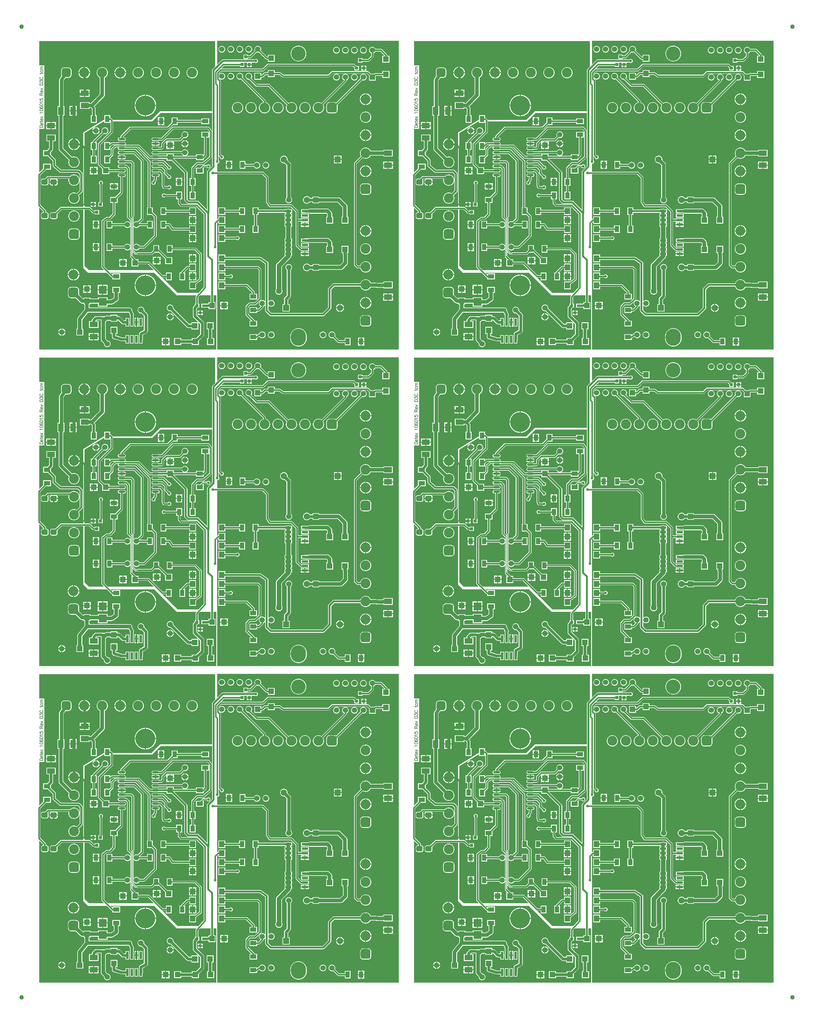
<source format=gtl>
G04*
G04 #@! TF.GenerationSoftware,Altium Limited,Altium Designer,18.1.9 (240)*
G04*
G04 Layer_Physical_Order=1*
G04 Layer_Color=255*
%FSLAX24Y24*%
%MOIN*%
G70*
G01*
G75*
%ADD10C,0.0500*%
%ADD11R,0.0600X0.0900*%
%ADD12R,0.0900X0.0600*%
%ADD13R,0.0640X0.0640*%
%ADD14R,0.0350X0.0310*%
%ADD15R,0.0700X0.0500*%
%ADD16R,0.0500X0.0700*%
%ADD17R,0.0640X0.0640*%
%ADD18R,0.0340X0.0340*%
G04:AMPARAMS|DCode=19|XSize=60mil|YSize=70mil|CornerRadius=15mil|HoleSize=0mil|Usage=FLASHONLY|Rotation=90.000|XOffset=0mil|YOffset=0mil|HoleType=Round|Shape=RoundedRectangle|*
%AMROUNDEDRECTD19*
21,1,0.0600,0.0400,0,0,90.0*
21,1,0.0300,0.0700,0,0,90.0*
1,1,0.0300,0.0200,0.0150*
1,1,0.0300,0.0200,-0.0150*
1,1,0.0300,-0.0200,-0.0150*
1,1,0.0300,-0.0200,0.0150*
%
%ADD19ROUNDEDRECTD19*%
%ADD20R,0.0260X0.0800*%
%ADD21R,0.0900X0.0900*%
%ADD22R,0.0600X0.0700*%
%ADD23R,0.0700X0.0280*%
%ADD24O,0.0740X0.0240*%
%ADD25C,0.0150*%
%ADD26C,0.0300*%
%ADD27C,0.0360*%
%ADD28C,0.0100*%
%ADD29C,0.0080*%
%ADD30C,0.0120*%
%ADD31C,0.0400*%
%ADD32C,0.0250*%
%ADD33C,0.0200*%
%ADD34C,0.0500*%
%ADD35C,0.0260*%
%ADD36C,0.0280*%
%ADD37C,0.0070*%
%ADD38C,0.0700*%
%ADD39C,0.0600*%
%ADD40C,0.2200*%
%ADD41R,0.0650X0.0650*%
%ADD42O,0.1700X0.1900*%
%ADD43R,0.0600X0.0600*%
%ADD44C,0.1600*%
%ADD45R,0.0600X0.0600*%
%ADD46C,0.1100*%
G04:AMPARAMS|DCode=47|XSize=100mil|YSize=100mil|CornerRadius=25mil|HoleSize=0mil|Usage=FLASHONLY|Rotation=270.000|XOffset=0mil|YOffset=0mil|HoleType=Round|Shape=RoundedRectangle|*
%AMROUNDEDRECTD47*
21,1,0.1000,0.0500,0,0,270.0*
21,1,0.0500,0.1000,0,0,270.0*
1,1,0.0500,-0.0250,-0.0250*
1,1,0.0500,-0.0250,0.0250*
1,1,0.0500,0.0250,0.0250*
1,1,0.0500,0.0250,-0.0250*
%
%ADD47ROUNDEDRECTD47*%
G04:AMPARAMS|DCode=48|XSize=110mil|YSize=110mil|CornerRadius=27.5mil|HoleSize=0mil|Usage=FLASHONLY|Rotation=180.000|XOffset=0mil|YOffset=0mil|HoleType=Round|Shape=RoundedRectangle|*
%AMROUNDEDRECTD48*
21,1,0.1100,0.0550,0,0,180.0*
21,1,0.0550,0.1100,0,0,180.0*
1,1,0.0550,-0.0275,0.0275*
1,1,0.0550,0.0275,0.0275*
1,1,0.0550,0.0275,-0.0275*
1,1,0.0550,-0.0275,-0.0275*
%
%ADD48ROUNDEDRECTD48*%
G04:AMPARAMS|DCode=49|XSize=110mil|YSize=110mil|CornerRadius=27.5mil|HoleSize=0mil|Usage=FLASHONLY|Rotation=270.000|XOffset=0mil|YOffset=0mil|HoleType=Round|Shape=RoundedRectangle|*
%AMROUNDEDRECTD49*
21,1,0.1100,0.0550,0,0,270.0*
21,1,0.0550,0.1100,0,0,270.0*
1,1,0.0550,-0.0275,-0.0275*
1,1,0.0550,-0.0275,0.0275*
1,1,0.0550,0.0275,0.0275*
1,1,0.0550,0.0275,-0.0275*
%
%ADD49ROUNDEDRECTD49*%
%ADD50C,0.0300*%
%ADD51C,0.0640*%
G36*
X84894Y73280D02*
X64720D01*
Y87379D01*
X64855Y87514D01*
Y87255D01*
X65595D01*
Y88095D01*
X64855D01*
Y87820D01*
X64811D01*
X64811Y87820D01*
X64801Y87820D01*
X64801Y87820D01*
X64790Y87819D01*
X64780Y87817D01*
X64770Y87814D01*
X64760Y87811D01*
X64751Y87807D01*
X64741Y87802D01*
X64733Y87797D01*
X64724Y87791D01*
X64720Y87788D01*
Y92780D01*
X69715D01*
X70130Y92365D01*
Y89725D01*
X70130Y89724D01*
X70130Y89723D01*
X70130Y89719D01*
X70130Y89715D01*
X70130Y89713D01*
X70130Y89712D01*
X70131Y89708D01*
X70131Y89704D01*
X70132Y89703D01*
X70132Y89702D01*
X70133Y89698D01*
X70133Y89694D01*
X70134Y89693D01*
X70134Y89692D01*
X70135Y89688D01*
X70136Y89684D01*
X70136Y89683D01*
X70136Y89682D01*
X70138Y89678D01*
X70139Y89674D01*
X70140Y89673D01*
X70140Y89672D01*
X70142Y89668D01*
X70143Y89665D01*
X70144Y89664D01*
X70144Y89663D01*
X70146Y89659D01*
X70148Y89655D01*
X70148Y89654D01*
X70149Y89653D01*
X70151Y89650D01*
X70153Y89647D01*
X70154Y89646D01*
X70154Y89645D01*
X70454Y89195D01*
X70457Y89191D01*
X70459Y89188D01*
X70460Y89187D01*
X70460Y89186D01*
X70463Y89183D01*
X70465Y89180D01*
X70466Y89179D01*
X70467Y89178D01*
X70470Y89175D01*
X70472Y89172D01*
X70473Y89172D01*
X70474Y89171D01*
X70477Y89168D01*
X70480Y89165D01*
X70481Y89165D01*
X70482Y89164D01*
X70485Y89161D01*
X70488Y89159D01*
X70489Y89158D01*
X70490Y89157D01*
X70493Y89155D01*
X70497Y89153D01*
X70498Y89152D01*
X70499Y89152D01*
X70502Y89150D01*
X70505Y89148D01*
X70507Y89147D01*
X70508Y89146D01*
X70511Y89145D01*
X70515Y89143D01*
X70516Y89143D01*
X70517Y89142D01*
X70521Y89141D01*
X70524Y89139D01*
X70525Y89139D01*
X70527Y89138D01*
X70530Y89137D01*
X70534Y89136D01*
X70535Y89135D01*
X70536Y89135D01*
X70540Y89134D01*
X70544Y89133D01*
X70545Y89133D01*
X70547Y89133D01*
X70550Y89132D01*
X70554Y89131D01*
X70556Y89131D01*
X70557Y89131D01*
X70561Y89131D01*
X70565Y89130D01*
X70566Y89130D01*
X70567Y89130D01*
X70571Y89130D01*
X70575Y89130D01*
X72891D01*
X73432Y88590D01*
X73435Y87711D01*
X73433Y87706D01*
X73431Y87696D01*
X73430Y87685D01*
X73430Y87675D01*
Y87625D01*
Y84903D01*
X73430Y84903D01*
X73430Y84893D01*
X73431Y84882D01*
X73433Y84872D01*
X73436Y84862D01*
X73439Y84852D01*
X73441Y84847D01*
X73443Y84843D01*
X73448Y84833D01*
X73453Y84825D01*
X73459Y84816D01*
X73465Y84808D01*
X73472Y84800D01*
X73950Y84322D01*
X73950Y84322D01*
X73958Y84315D01*
X73966Y84309D01*
X73975Y84303D01*
X73979Y84300D01*
X73983Y84298D01*
X73993Y84293D01*
X73997Y84291D01*
X74002Y84289D01*
X74012Y84286D01*
X74022Y84283D01*
X74032Y84281D01*
X74043Y84280D01*
X74053Y84280D01*
X74053Y84280D01*
X74055D01*
Y84215D01*
X74895D01*
Y84635D01*
X74055D01*
Y84628D01*
X73720Y84963D01*
Y87530D01*
X74055D01*
Y87465D01*
X74895D01*
Y87885D01*
X74055D01*
Y87820D01*
X73724D01*
X73722Y88650D01*
Y88650D01*
Y88650D01*
X73722Y88651D01*
X73721Y88655D01*
X73721Y88660D01*
X73721Y88661D01*
X73721Y88661D01*
X73721Y88666D01*
X73720Y88671D01*
X73720Y88671D01*
X73720Y88671D01*
X73719Y88676D01*
X73718Y88681D01*
X73718Y88681D01*
X73718Y88681D01*
X73717Y88686D01*
X73716Y88691D01*
X73716Y88691D01*
X73716Y88691D01*
X73714Y88696D01*
X73712Y88701D01*
X73712Y88701D01*
X73712Y88701D01*
X73710Y88706D01*
X73708Y88710D01*
X73708Y88711D01*
X73708Y88711D01*
X73706Y88715D01*
X73704Y88720D01*
X73704Y88720D01*
X73704Y88720D01*
X73701Y88724D01*
X73699Y88729D01*
X73698Y88729D01*
X73698Y88729D01*
X73695Y88733D01*
X73693Y88737D01*
X73692Y88737D01*
X73692Y88737D01*
X73689Y88741D01*
X73686Y88745D01*
X73686Y88745D01*
X73686Y88745D01*
X73682Y88749D01*
X73679Y88753D01*
X73054Y89378D01*
X73047Y89385D01*
X73038Y89391D01*
X73030Y89397D01*
X73021Y89402D01*
X73012Y89407D01*
X73008Y89409D01*
X73002Y89411D01*
X72992Y89414D01*
X72982Y89417D01*
X72972Y89419D01*
X72962Y89420D01*
X72952Y89420D01*
X72951Y89420D01*
X70653D01*
X70420Y89769D01*
Y92425D01*
X70420Y92425D01*
X70420Y92435D01*
X70420Y92435D01*
X70419Y92446D01*
X70417Y92456D01*
X70414Y92466D01*
X70411Y92476D01*
X70407Y92485D01*
X70402Y92495D01*
X70397Y92503D01*
X70391Y92512D01*
X70385Y92520D01*
X70378Y92528D01*
X70378Y92528D01*
X69878Y93028D01*
X69870Y93035D01*
X69862Y93041D01*
X69853Y93047D01*
X69845Y93052D01*
X69835Y93057D01*
X69831Y93059D01*
X69826Y93061D01*
X69816Y93064D01*
X69806Y93067D01*
X69796Y93069D01*
X69785Y93070D01*
X69775Y93070D01*
X69775Y93070D01*
X64720D01*
Y93955D01*
X64725Y93955D01*
X64737Y93955D01*
X64750Y93956D01*
X64762Y93958D01*
X64774Y93960D01*
X64786Y93964D01*
X64798Y93967D01*
X64809Y93972D01*
X64820Y93977D01*
X64831Y93982D01*
X64842Y93989D01*
X64852Y93996D01*
X64862Y94003D01*
X64872Y94011D01*
X64881Y94019D01*
X64889Y94028D01*
X64897Y94038D01*
X64904Y94048D01*
X64911Y94058D01*
X64918Y94069D01*
X64923Y94080D01*
X64928Y94091D01*
X64933Y94102D01*
X64936Y94114D01*
X64940Y94126D01*
X64942Y94138D01*
X64944Y94150D01*
X64945Y94163D01*
X64945Y94175D01*
X64945Y94187D01*
X64944Y94200D01*
X64942Y94212D01*
X64940Y94224D01*
X64936Y94236D01*
X64933Y94248D01*
X64928Y94259D01*
X64923Y94270D01*
X64918Y94281D01*
X64911Y94292D01*
X64904Y94302D01*
X64897Y94312D01*
X64889Y94322D01*
X64881Y94331D01*
X64872Y94339D01*
X64870Y94340D01*
Y94825D01*
X65005Y94689D01*
X65005Y94687D01*
X65005Y94675D01*
X65005Y94663D01*
X65006Y94650D01*
X65008Y94638D01*
X65010Y94626D01*
X65014Y94614D01*
X65017Y94602D01*
X65022Y94591D01*
X65027Y94580D01*
X65032Y94569D01*
X65039Y94558D01*
X65046Y94548D01*
X65053Y94538D01*
X65061Y94528D01*
X65069Y94519D01*
X65078Y94511D01*
X65088Y94503D01*
X65098Y94496D01*
X65108Y94489D01*
X65119Y94482D01*
X65130Y94477D01*
X65141Y94472D01*
X65152Y94467D01*
X65164Y94464D01*
X65176Y94460D01*
X65188Y94458D01*
X65200Y94456D01*
X65213Y94455D01*
X65225Y94455D01*
X65237Y94455D01*
X65250Y94456D01*
X65262Y94458D01*
X65274Y94460D01*
X65286Y94464D01*
X65298Y94467D01*
X65309Y94472D01*
X65320Y94477D01*
X65331Y94482D01*
X65342Y94489D01*
X65352Y94496D01*
X65362Y94503D01*
X65372Y94511D01*
X65381Y94519D01*
X65389Y94528D01*
X65397Y94538D01*
X65404Y94548D01*
X65411Y94558D01*
X65418Y94569D01*
X65423Y94580D01*
X65428Y94591D01*
X65433Y94602D01*
X65436Y94614D01*
X65440Y94626D01*
X65442Y94638D01*
X65444Y94650D01*
X65445Y94663D01*
X65445Y94675D01*
X65445Y94687D01*
X65444Y94700D01*
X65442Y94712D01*
X65440Y94724D01*
X65436Y94736D01*
X65433Y94748D01*
X65428Y94759D01*
X65423Y94770D01*
X65418Y94781D01*
X65411Y94792D01*
X65404Y94802D01*
X65397Y94812D01*
X65389Y94822D01*
X65381Y94831D01*
X65372Y94839D01*
X65362Y94847D01*
X65352Y94854D01*
X65342Y94861D01*
X65331Y94868D01*
X65320Y94873D01*
X65309Y94878D01*
X65298Y94883D01*
X65286Y94886D01*
X65274Y94890D01*
X65262Y94892D01*
X65250Y94894D01*
X65237Y94895D01*
X65225Y94895D01*
X65213Y94895D01*
X65211Y94895D01*
X65108Y94997D01*
Y103187D01*
X65108Y103197D01*
X65107Y103207D01*
X65105Y103218D01*
X65103Y103228D01*
X65099Y103237D01*
X65097Y103243D01*
X65095Y103247D01*
X65091Y103256D01*
X65088Y103261D01*
X65085Y103265D01*
X65079Y103274D01*
X65073Y103282D01*
X65066Y103289D01*
X65066Y103289D01*
X64925Y103430D01*
Y103458D01*
X64930Y103452D01*
X64940Y103439D01*
X64951Y103426D01*
X64963Y103413D01*
X64976Y103401D01*
X64989Y103390D01*
X65002Y103380D01*
X65016Y103370D01*
X65030Y103360D01*
X65045Y103352D01*
X65060Y103344D01*
X65076Y103336D01*
X65091Y103330D01*
X65107Y103324D01*
X65124Y103319D01*
X65140Y103315D01*
X65157Y103311D01*
X65174Y103308D01*
X65191Y103306D01*
X65208Y103305D01*
X65225Y103305D01*
X65242Y103305D01*
X65259Y103306D01*
X65276Y103308D01*
X65293Y103311D01*
X65310Y103315D01*
X65326Y103319D01*
X65343Y103324D01*
X65359Y103330D01*
X65374Y103336D01*
X65390Y103344D01*
X65405Y103352D01*
X65420Y103360D01*
X65434Y103370D01*
X65448Y103380D01*
X65461Y103390D01*
X65474Y103401D01*
X65487Y103413D01*
X65499Y103426D01*
X65510Y103439D01*
X65520Y103452D01*
X65530Y103466D01*
X65540Y103480D01*
X65548Y103495D01*
X65556Y103510D01*
X65564Y103526D01*
X65570Y103541D01*
X65576Y103557D01*
X65581Y103574D01*
X65585Y103590D01*
X65589Y103607D01*
X65592Y103624D01*
X65594Y103641D01*
X65595Y103658D01*
X65595Y103675D01*
X65595Y103692D01*
X65594Y103709D01*
X65592Y103726D01*
X65589Y103743D01*
X65585Y103760D01*
X65581Y103776D01*
X65576Y103793D01*
X65570Y103809D01*
X65564Y103824D01*
X65556Y103840D01*
X65548Y103855D01*
X65540Y103870D01*
X65530Y103884D01*
X65520Y103898D01*
X65510Y103911D01*
X65499Y103924D01*
X65487Y103937D01*
X65474Y103949D01*
X65461Y103960D01*
X65448Y103970D01*
X65434Y103980D01*
X65420Y103990D01*
X65405Y103998D01*
X65390Y104006D01*
X65374Y104014D01*
X65359Y104020D01*
X65343Y104026D01*
X65326Y104031D01*
X65310Y104035D01*
X65293Y104039D01*
X65276Y104042D01*
X65259Y104044D01*
X65242Y104045D01*
X65225Y104045D01*
X65208Y104045D01*
X65191Y104044D01*
X65174Y104042D01*
X65157Y104039D01*
X65140Y104035D01*
X65124Y104031D01*
X65107Y104026D01*
X65091Y104020D01*
X65076Y104014D01*
X65060Y104006D01*
X65045Y103998D01*
X65030Y103990D01*
X65016Y103980D01*
X65002Y103970D01*
X64989Y103960D01*
X64976Y103949D01*
X64963Y103937D01*
X64951Y103924D01*
X64940Y103911D01*
X64930Y103898D01*
X64925Y103892D01*
Y104004D01*
X65160Y104238D01*
X69820D01*
X69820Y104238D01*
X69830Y104239D01*
X69841Y104240D01*
X69851Y104242D01*
X69861Y104244D01*
X69871Y104247D01*
X69876Y104250D01*
X69880Y104251D01*
X69890Y104256D01*
X69899Y104261D01*
X69907Y104267D01*
X69915Y104274D01*
X69923Y104281D01*
X70422Y104780D01*
X72327D01*
X72328Y104780D01*
X72330Y104779D01*
X72332Y104778D01*
X72335Y104778D01*
X72338Y104777D01*
X72340Y104776D01*
X72342Y104776D01*
X72345Y104775D01*
X72348Y104775D01*
X72350Y104774D01*
X72352Y104774D01*
X72355Y104774D01*
X72358Y104773D01*
X72361Y104773D01*
X72363Y104773D01*
X72366Y104773D01*
X72369Y104772D01*
X72371Y104772D01*
X72373Y104772D01*
X79822D01*
X79985Y104610D01*
Y104335D01*
X80465D01*
Y104815D01*
X80190D01*
X79985Y105020D01*
X79978Y105027D01*
X79969Y105034D01*
X79961Y105040D01*
X79952Y105045D01*
X79943Y105049D01*
X79939Y105051D01*
X79933Y105053D01*
X79923Y105057D01*
X79913Y105059D01*
X79903Y105061D01*
X79893Y105062D01*
X79882Y105063D01*
X79882Y105063D01*
X72396D01*
X72395Y105063D01*
X72393Y105064D01*
X72391Y105064D01*
X72388Y105065D01*
X72385Y105066D01*
X72383Y105066D01*
X72381Y105067D01*
X72378Y105067D01*
X72375Y105068D01*
X72373Y105068D01*
X72371Y105069D01*
X72368Y105069D01*
X72365Y105069D01*
X72362Y105070D01*
X72360Y105070D01*
X72357Y105070D01*
X72354Y105070D01*
X72352Y105070D01*
X72350Y105070D01*
X70362D01*
X70351Y105070D01*
X70341Y105069D01*
X70331Y105067D01*
X70321Y105064D01*
X70311Y105061D01*
X70306Y105059D01*
X70302Y105057D01*
X70292Y105052D01*
X70288Y105050D01*
X70283Y105047D01*
X70275Y105041D01*
X70267Y105035D01*
X70259Y105028D01*
X70259Y105028D01*
X69760Y104528D01*
X65139D01*
X65440Y104830D01*
X67235D01*
Y104735D01*
X67715D01*
Y105205D01*
X68005D01*
Y105025D01*
X68545D01*
Y105205D01*
X68885D01*
X68888Y105203D01*
X68898Y105196D01*
X68908Y105189D01*
X68919Y105182D01*
X68930Y105177D01*
X68941Y105172D01*
X68952Y105167D01*
X68964Y105164D01*
X68976Y105160D01*
X68988Y105158D01*
X69000Y105156D01*
X69013Y105155D01*
X69025Y105155D01*
X69037Y105155D01*
X69050Y105156D01*
X69062Y105158D01*
X69074Y105160D01*
X69086Y105164D01*
X69098Y105167D01*
X69109Y105172D01*
X69120Y105177D01*
X69131Y105182D01*
X69142Y105189D01*
X69152Y105196D01*
X69162Y105203D01*
X69172Y105211D01*
X69181Y105219D01*
X69189Y105228D01*
X69197Y105238D01*
X69204Y105248D01*
X69211Y105258D01*
X69218Y105269D01*
X69223Y105280D01*
X69228Y105291D01*
X69233Y105302D01*
X69236Y105314D01*
X69240Y105326D01*
X69242Y105338D01*
X69244Y105350D01*
X69245Y105363D01*
X69245Y105375D01*
X69245Y105387D01*
X69244Y105400D01*
X69242Y105412D01*
X69240Y105424D01*
X69236Y105436D01*
X69233Y105448D01*
X69228Y105459D01*
X69223Y105470D01*
X69218Y105481D01*
X69211Y105492D01*
X69204Y105502D01*
X69197Y105512D01*
X69189Y105522D01*
X69181Y105531D01*
X69172Y105539D01*
X69162Y105547D01*
X69152Y105554D01*
X69142Y105561D01*
X69131Y105568D01*
X69120Y105573D01*
X69109Y105578D01*
X69098Y105583D01*
X69086Y105586D01*
X69074Y105590D01*
X69062Y105592D01*
X69050Y105594D01*
X69037Y105595D01*
X69025Y105595D01*
X69013Y105595D01*
X69000Y105594D01*
X68988Y105592D01*
X68976Y105590D01*
X68964Y105586D01*
X68952Y105583D01*
X68941Y105578D01*
X68930Y105573D01*
X68919Y105568D01*
X68908Y105561D01*
X68898Y105554D01*
X68888Y105547D01*
X68885Y105545D01*
X65340D01*
X65329Y105545D01*
X65318Y105544D01*
X65307Y105542D01*
X65296Y105539D01*
X65285Y105536D01*
X65275Y105532D01*
X65265Y105528D01*
X65255Y105522D01*
X65245Y105516D01*
X65236Y105510D01*
X65228Y105503D01*
X65220Y105495D01*
X64720Y104996D01*
Y107625D01*
X84894D01*
Y73280D01*
D02*
G37*
G36*
X43194D02*
X23020D01*
Y87379D01*
X23155Y87514D01*
Y87255D01*
X23895D01*
Y88095D01*
X23155D01*
Y87820D01*
X23111D01*
X23111Y87820D01*
X23101Y87820D01*
X23101Y87820D01*
X23090Y87819D01*
X23080Y87817D01*
X23070Y87814D01*
X23060Y87811D01*
X23051Y87807D01*
X23041Y87802D01*
X23033Y87797D01*
X23024Y87791D01*
X23020Y87788D01*
Y92780D01*
X28015D01*
X28430Y92365D01*
Y89725D01*
X28430Y89724D01*
X28430Y89723D01*
X28430Y89719D01*
X28430Y89715D01*
X28430Y89713D01*
X28430Y89712D01*
X28431Y89708D01*
X28431Y89704D01*
X28432Y89703D01*
X28432Y89702D01*
X28433Y89698D01*
X28433Y89694D01*
X28434Y89693D01*
X28434Y89692D01*
X28435Y89688D01*
X28436Y89684D01*
X28436Y89683D01*
X28436Y89682D01*
X28438Y89678D01*
X28439Y89674D01*
X28440Y89673D01*
X28440Y89672D01*
X28442Y89668D01*
X28443Y89665D01*
X28444Y89664D01*
X28444Y89663D01*
X28446Y89659D01*
X28448Y89655D01*
X28448Y89654D01*
X28449Y89653D01*
X28451Y89650D01*
X28453Y89647D01*
X28454Y89646D01*
X28454Y89645D01*
X28754Y89195D01*
X28757Y89191D01*
X28759Y89188D01*
X28760Y89187D01*
X28760Y89186D01*
X28763Y89183D01*
X28765Y89180D01*
X28766Y89179D01*
X28767Y89178D01*
X28770Y89175D01*
X28772Y89172D01*
X28773Y89172D01*
X28774Y89171D01*
X28777Y89168D01*
X28780Y89165D01*
X28781Y89165D01*
X28782Y89164D01*
X28785Y89161D01*
X28788Y89159D01*
X28789Y89158D01*
X28790Y89157D01*
X28793Y89155D01*
X28797Y89153D01*
X28798Y89152D01*
X28799Y89152D01*
X28802Y89150D01*
X28805Y89148D01*
X28807Y89147D01*
X28808Y89146D01*
X28811Y89145D01*
X28815Y89143D01*
X28816Y89143D01*
X28817Y89142D01*
X28821Y89141D01*
X28824Y89139D01*
X28825Y89139D01*
X28827Y89138D01*
X28830Y89137D01*
X28834Y89136D01*
X28835Y89135D01*
X28836Y89135D01*
X28840Y89134D01*
X28844Y89133D01*
X28845Y89133D01*
X28847Y89133D01*
X28850Y89132D01*
X28854Y89131D01*
X28856Y89131D01*
X28857Y89131D01*
X28861Y89131D01*
X28865Y89130D01*
X28866Y89130D01*
X28867Y89130D01*
X28871Y89130D01*
X28875Y89130D01*
X31191D01*
X31732Y88590D01*
X31735Y87711D01*
X31733Y87706D01*
X31731Y87696D01*
X31730Y87685D01*
X31730Y87675D01*
Y87625D01*
Y84903D01*
X31730Y84903D01*
X31730Y84893D01*
X31731Y84882D01*
X31733Y84872D01*
X31736Y84862D01*
X31739Y84852D01*
X31741Y84847D01*
X31743Y84843D01*
X31748Y84833D01*
X31753Y84825D01*
X31759Y84816D01*
X31765Y84808D01*
X31772Y84800D01*
X32250Y84322D01*
X32250Y84322D01*
X32258Y84315D01*
X32266Y84309D01*
X32275Y84303D01*
X32279Y84300D01*
X32283Y84298D01*
X32293Y84293D01*
X32297Y84291D01*
X32302Y84289D01*
X32312Y84286D01*
X32322Y84283D01*
X32332Y84281D01*
X32343Y84280D01*
X32353Y84280D01*
X32353Y84280D01*
X32355D01*
Y84215D01*
X33195D01*
Y84635D01*
X32355D01*
Y84628D01*
X32020Y84963D01*
Y87530D01*
X32355D01*
Y87465D01*
X33195D01*
Y87885D01*
X32355D01*
Y87820D01*
X32024D01*
X32022Y88650D01*
Y88650D01*
Y88650D01*
X32022Y88651D01*
X32021Y88655D01*
X32021Y88660D01*
X32021Y88661D01*
X32021Y88661D01*
X32021Y88666D01*
X32020Y88671D01*
X32020Y88671D01*
X32020Y88671D01*
X32019Y88676D01*
X32018Y88681D01*
X32018Y88681D01*
X32018Y88681D01*
X32017Y88686D01*
X32016Y88691D01*
X32016Y88691D01*
X32016Y88691D01*
X32014Y88696D01*
X32012Y88701D01*
X32012Y88701D01*
X32012Y88701D01*
X32010Y88706D01*
X32008Y88710D01*
X32008Y88711D01*
X32008Y88711D01*
X32006Y88715D01*
X32004Y88720D01*
X32004Y88720D01*
X32004Y88720D01*
X32001Y88724D01*
X31999Y88729D01*
X31998Y88729D01*
X31998Y88729D01*
X31995Y88733D01*
X31993Y88737D01*
X31992Y88737D01*
X31992Y88737D01*
X31989Y88741D01*
X31986Y88745D01*
X31986Y88745D01*
X31986Y88745D01*
X31982Y88749D01*
X31979Y88753D01*
X31354Y89378D01*
X31347Y89385D01*
X31338Y89391D01*
X31330Y89397D01*
X31321Y89402D01*
X31312Y89407D01*
X31308Y89409D01*
X31302Y89411D01*
X31292Y89414D01*
X31282Y89417D01*
X31272Y89419D01*
X31262Y89420D01*
X31252Y89420D01*
X31251Y89420D01*
X28953D01*
X28720Y89769D01*
Y92425D01*
X28720Y92425D01*
X28720Y92435D01*
X28720Y92435D01*
X28719Y92446D01*
X28717Y92456D01*
X28714Y92466D01*
X28711Y92476D01*
X28707Y92485D01*
X28702Y92495D01*
X28697Y92503D01*
X28691Y92512D01*
X28685Y92520D01*
X28678Y92528D01*
X28678Y92528D01*
X28178Y93028D01*
X28170Y93035D01*
X28162Y93041D01*
X28153Y93047D01*
X28145Y93052D01*
X28135Y93057D01*
X28131Y93059D01*
X28126Y93061D01*
X28116Y93064D01*
X28106Y93067D01*
X28096Y93069D01*
X28085Y93070D01*
X28075Y93070D01*
X28075Y93070D01*
X23020D01*
Y93955D01*
X23025Y93955D01*
X23037Y93955D01*
X23050Y93956D01*
X23062Y93958D01*
X23074Y93960D01*
X23086Y93964D01*
X23098Y93967D01*
X23109Y93972D01*
X23120Y93977D01*
X23131Y93982D01*
X23142Y93989D01*
X23152Y93996D01*
X23162Y94003D01*
X23172Y94011D01*
X23181Y94019D01*
X23189Y94028D01*
X23197Y94038D01*
X23204Y94048D01*
X23211Y94058D01*
X23218Y94069D01*
X23223Y94080D01*
X23228Y94091D01*
X23233Y94102D01*
X23236Y94114D01*
X23240Y94126D01*
X23242Y94138D01*
X23244Y94150D01*
X23245Y94163D01*
X23245Y94175D01*
X23245Y94187D01*
X23244Y94200D01*
X23242Y94212D01*
X23240Y94224D01*
X23236Y94236D01*
X23233Y94248D01*
X23228Y94259D01*
X23223Y94270D01*
X23218Y94281D01*
X23211Y94292D01*
X23204Y94302D01*
X23197Y94312D01*
X23189Y94322D01*
X23181Y94331D01*
X23172Y94339D01*
X23170Y94340D01*
Y94825D01*
X23305Y94689D01*
X23305Y94687D01*
X23305Y94675D01*
X23305Y94663D01*
X23306Y94650D01*
X23308Y94638D01*
X23310Y94626D01*
X23314Y94614D01*
X23317Y94602D01*
X23322Y94591D01*
X23327Y94580D01*
X23332Y94569D01*
X23339Y94558D01*
X23346Y94548D01*
X23353Y94538D01*
X23361Y94528D01*
X23369Y94519D01*
X23378Y94511D01*
X23388Y94503D01*
X23398Y94496D01*
X23408Y94489D01*
X23419Y94482D01*
X23430Y94477D01*
X23441Y94472D01*
X23452Y94467D01*
X23464Y94464D01*
X23476Y94460D01*
X23488Y94458D01*
X23500Y94456D01*
X23513Y94455D01*
X23525Y94455D01*
X23537Y94455D01*
X23550Y94456D01*
X23562Y94458D01*
X23574Y94460D01*
X23586Y94464D01*
X23598Y94467D01*
X23609Y94472D01*
X23620Y94477D01*
X23631Y94482D01*
X23642Y94489D01*
X23652Y94496D01*
X23662Y94503D01*
X23672Y94511D01*
X23681Y94519D01*
X23689Y94528D01*
X23697Y94538D01*
X23704Y94548D01*
X23711Y94558D01*
X23718Y94569D01*
X23723Y94580D01*
X23728Y94591D01*
X23733Y94602D01*
X23736Y94614D01*
X23740Y94626D01*
X23742Y94638D01*
X23744Y94650D01*
X23745Y94663D01*
X23745Y94675D01*
X23745Y94687D01*
X23744Y94700D01*
X23742Y94712D01*
X23740Y94724D01*
X23736Y94736D01*
X23733Y94748D01*
X23728Y94759D01*
X23723Y94770D01*
X23718Y94781D01*
X23711Y94792D01*
X23704Y94802D01*
X23697Y94812D01*
X23689Y94822D01*
X23681Y94831D01*
X23672Y94839D01*
X23662Y94847D01*
X23652Y94854D01*
X23642Y94861D01*
X23631Y94868D01*
X23620Y94873D01*
X23609Y94878D01*
X23598Y94883D01*
X23586Y94886D01*
X23574Y94890D01*
X23562Y94892D01*
X23550Y94894D01*
X23537Y94895D01*
X23525Y94895D01*
X23513Y94895D01*
X23511Y94895D01*
X23408Y94997D01*
Y103187D01*
X23408Y103197D01*
X23407Y103207D01*
X23405Y103218D01*
X23403Y103228D01*
X23399Y103237D01*
X23397Y103243D01*
X23395Y103247D01*
X23391Y103256D01*
X23388Y103261D01*
X23385Y103265D01*
X23379Y103274D01*
X23373Y103282D01*
X23366Y103289D01*
X23366Y103289D01*
X23225Y103430D01*
Y103458D01*
X23230Y103452D01*
X23240Y103439D01*
X23251Y103426D01*
X23263Y103413D01*
X23276Y103401D01*
X23289Y103390D01*
X23302Y103380D01*
X23316Y103370D01*
X23330Y103360D01*
X23345Y103352D01*
X23360Y103344D01*
X23376Y103336D01*
X23391Y103330D01*
X23407Y103324D01*
X23424Y103319D01*
X23440Y103315D01*
X23457Y103311D01*
X23474Y103308D01*
X23491Y103306D01*
X23508Y103305D01*
X23525Y103305D01*
X23542Y103305D01*
X23559Y103306D01*
X23576Y103308D01*
X23593Y103311D01*
X23610Y103315D01*
X23626Y103319D01*
X23643Y103324D01*
X23659Y103330D01*
X23674Y103336D01*
X23690Y103344D01*
X23705Y103352D01*
X23720Y103360D01*
X23734Y103370D01*
X23748Y103380D01*
X23761Y103390D01*
X23774Y103401D01*
X23787Y103413D01*
X23799Y103426D01*
X23810Y103439D01*
X23820Y103452D01*
X23830Y103466D01*
X23840Y103480D01*
X23848Y103495D01*
X23856Y103510D01*
X23864Y103526D01*
X23870Y103541D01*
X23876Y103557D01*
X23881Y103574D01*
X23885Y103590D01*
X23889Y103607D01*
X23892Y103624D01*
X23894Y103641D01*
X23895Y103658D01*
X23895Y103675D01*
X23895Y103692D01*
X23894Y103709D01*
X23892Y103726D01*
X23889Y103743D01*
X23885Y103760D01*
X23881Y103776D01*
X23876Y103793D01*
X23870Y103809D01*
X23864Y103824D01*
X23856Y103840D01*
X23848Y103855D01*
X23840Y103870D01*
X23830Y103884D01*
X23820Y103898D01*
X23810Y103911D01*
X23799Y103924D01*
X23787Y103937D01*
X23774Y103949D01*
X23761Y103960D01*
X23748Y103970D01*
X23734Y103980D01*
X23720Y103990D01*
X23705Y103998D01*
X23690Y104006D01*
X23674Y104014D01*
X23659Y104020D01*
X23643Y104026D01*
X23626Y104031D01*
X23610Y104035D01*
X23593Y104039D01*
X23576Y104042D01*
X23559Y104044D01*
X23542Y104045D01*
X23525Y104045D01*
X23508Y104045D01*
X23491Y104044D01*
X23474Y104042D01*
X23457Y104039D01*
X23440Y104035D01*
X23424Y104031D01*
X23407Y104026D01*
X23391Y104020D01*
X23376Y104014D01*
X23360Y104006D01*
X23345Y103998D01*
X23330Y103990D01*
X23316Y103980D01*
X23302Y103970D01*
X23289Y103960D01*
X23276Y103949D01*
X23263Y103937D01*
X23251Y103924D01*
X23240Y103911D01*
X23230Y103898D01*
X23225Y103892D01*
Y104004D01*
X23459Y104238D01*
X28120D01*
X28120Y104238D01*
X28130Y104239D01*
X28141Y104240D01*
X28151Y104242D01*
X28161Y104244D01*
X28171Y104247D01*
X28176Y104250D01*
X28180Y104251D01*
X28190Y104256D01*
X28199Y104261D01*
X28207Y104267D01*
X28215Y104274D01*
X28223Y104281D01*
X28722Y104780D01*
X30627D01*
X30628Y104780D01*
X30630Y104779D01*
X30632Y104778D01*
X30635Y104778D01*
X30638Y104777D01*
X30640Y104776D01*
X30642Y104776D01*
X30645Y104775D01*
X30648Y104775D01*
X30650Y104774D01*
X30652Y104774D01*
X30655Y104774D01*
X30658Y104773D01*
X30661Y104773D01*
X30663Y104773D01*
X30666Y104773D01*
X30669Y104772D01*
X30671Y104772D01*
X30673Y104772D01*
X38122D01*
X38285Y104610D01*
Y104335D01*
X38765D01*
Y104815D01*
X38490D01*
X38285Y105020D01*
X38278Y105027D01*
X38269Y105034D01*
X38261Y105040D01*
X38252Y105045D01*
X38243Y105049D01*
X38239Y105051D01*
X38233Y105053D01*
X38223Y105057D01*
X38213Y105059D01*
X38203Y105061D01*
X38193Y105062D01*
X38182Y105063D01*
X38182Y105063D01*
X30696D01*
X30695Y105063D01*
X30693Y105064D01*
X30691Y105064D01*
X30688Y105065D01*
X30685Y105066D01*
X30683Y105066D01*
X30681Y105067D01*
X30678Y105067D01*
X30675Y105068D01*
X30673Y105068D01*
X30671Y105069D01*
X30668Y105069D01*
X30665Y105069D01*
X30662Y105070D01*
X30660Y105070D01*
X30657Y105070D01*
X30654Y105070D01*
X30652Y105070D01*
X30650Y105070D01*
X28662D01*
X28651Y105070D01*
X28641Y105069D01*
X28631Y105067D01*
X28621Y105064D01*
X28611Y105061D01*
X28605Y105059D01*
X28602Y105057D01*
X28592Y105052D01*
X28588Y105050D01*
X28583Y105047D01*
X28575Y105041D01*
X28567Y105035D01*
X28559Y105028D01*
X28559Y105028D01*
X28060Y104528D01*
X23439D01*
X23740Y104830D01*
X25535D01*
Y104735D01*
X26015D01*
Y105205D01*
X26305D01*
Y105025D01*
X26845D01*
Y105205D01*
X27185D01*
X27188Y105203D01*
X27198Y105196D01*
X27208Y105189D01*
X27219Y105182D01*
X27230Y105177D01*
X27241Y105172D01*
X27252Y105167D01*
X27264Y105164D01*
X27276Y105160D01*
X27288Y105158D01*
X27300Y105156D01*
X27313Y105155D01*
X27325Y105155D01*
X27337Y105155D01*
X27350Y105156D01*
X27362Y105158D01*
X27374Y105160D01*
X27386Y105164D01*
X27398Y105167D01*
X27409Y105172D01*
X27420Y105177D01*
X27431Y105182D01*
X27442Y105189D01*
X27452Y105196D01*
X27462Y105203D01*
X27472Y105211D01*
X27481Y105219D01*
X27489Y105228D01*
X27497Y105238D01*
X27504Y105248D01*
X27511Y105258D01*
X27518Y105269D01*
X27523Y105280D01*
X27528Y105291D01*
X27533Y105302D01*
X27536Y105314D01*
X27540Y105326D01*
X27542Y105338D01*
X27544Y105350D01*
X27545Y105363D01*
X27545Y105375D01*
X27545Y105387D01*
X27544Y105400D01*
X27542Y105412D01*
X27540Y105424D01*
X27536Y105436D01*
X27533Y105448D01*
X27528Y105459D01*
X27523Y105470D01*
X27518Y105481D01*
X27511Y105492D01*
X27504Y105502D01*
X27497Y105512D01*
X27489Y105522D01*
X27481Y105531D01*
X27472Y105539D01*
X27462Y105547D01*
X27452Y105554D01*
X27442Y105561D01*
X27431Y105568D01*
X27420Y105573D01*
X27409Y105578D01*
X27398Y105583D01*
X27386Y105586D01*
X27374Y105590D01*
X27362Y105592D01*
X27350Y105594D01*
X27337Y105595D01*
X27325Y105595D01*
X27313Y105595D01*
X27300Y105594D01*
X27288Y105592D01*
X27276Y105590D01*
X27264Y105586D01*
X27252Y105583D01*
X27241Y105578D01*
X27230Y105573D01*
X27219Y105568D01*
X27208Y105561D01*
X27198Y105554D01*
X27188Y105547D01*
X27185Y105545D01*
X23640D01*
X23629Y105545D01*
X23618Y105544D01*
X23607Y105542D01*
X23596Y105539D01*
X23585Y105536D01*
X23575Y105532D01*
X23565Y105528D01*
X23555Y105522D01*
X23545Y105516D01*
X23536Y105510D01*
X23528Y105503D01*
X23520Y105495D01*
X23020Y104996D01*
Y107625D01*
X43194D01*
Y73280D01*
D02*
G37*
G36*
X64486Y107600D02*
Y104762D01*
X64195Y104470D01*
X64187Y104462D01*
X64180Y104454D01*
X64174Y104445D01*
X64168Y104435D01*
X64162Y104425D01*
X64158Y104415D01*
X64154Y104405D01*
X64151Y104394D01*
X64150Y104389D01*
X64148Y104383D01*
X64146Y104372D01*
X64145Y104361D01*
X64145Y104350D01*
Y99780D01*
X58330Y99780D01*
X57375Y98825D01*
X53098D01*
X53097Y98826D01*
X53091Y98834D01*
X53085Y98842D01*
X53084Y98843D01*
X53078Y98850D01*
X53078Y98850D01*
X52900Y99028D01*
X52892Y99035D01*
X52884Y99041D01*
X52876Y99047D01*
X52867Y99052D01*
X52858Y99057D01*
X52854Y99059D01*
X52848Y99061D01*
X52838Y99064D01*
X52828Y99067D01*
X52818Y99069D01*
X52808Y99070D01*
X52797Y99070D01*
X52797Y99070D01*
X52795D01*
Y99345D01*
X52155D01*
Y98825D01*
X52092D01*
X49800Y97425D01*
X49800Y89144D01*
X47349D01*
X47349Y89144D01*
X47339Y89144D01*
X47328Y89143D01*
X47318Y89141D01*
X47308Y89138D01*
X47298Y89135D01*
X47292Y89132D01*
X47289Y89131D01*
X47279Y89126D01*
X47271Y89121D01*
X47262Y89115D01*
X47254Y89109D01*
X47246Y89102D01*
X46690Y88545D01*
X46325D01*
X46313Y88545D01*
X46300Y88544D01*
X46288Y88542D01*
X46276Y88540D01*
X46264Y88536D01*
X46252Y88533D01*
X46241Y88528D01*
X46230Y88523D01*
X46219Y88518D01*
X46208Y88511D01*
X46198Y88504D01*
X46188Y88497D01*
X46178Y88489D01*
X46169Y88481D01*
X46161Y88472D01*
X46153Y88462D01*
X46146Y88452D01*
X46139Y88442D01*
X46132Y88431D01*
X46127Y88420D01*
X46122Y88409D01*
X46117Y88398D01*
X46114Y88386D01*
X46110Y88374D01*
X46108Y88362D01*
X46106Y88350D01*
X46105Y88337D01*
X46105Y88325D01*
Y88025D01*
X46105Y88013D01*
X46106Y88000D01*
X46108Y87988D01*
X46110Y87976D01*
X46114Y87964D01*
X46117Y87952D01*
X46122Y87941D01*
X46127Y87930D01*
X46132Y87919D01*
X46139Y87908D01*
X46146Y87898D01*
X46153Y87888D01*
X46161Y87878D01*
X46169Y87869D01*
X46178Y87861D01*
X46188Y87853D01*
X46198Y87846D01*
X46208Y87839D01*
X46219Y87832D01*
X46230Y87827D01*
X46241Y87822D01*
X46252Y87817D01*
X46264Y87814D01*
X46276Y87810D01*
X46288Y87808D01*
X46300Y87806D01*
X46313Y87805D01*
X46325Y87805D01*
X46725D01*
X46737Y87805D01*
X46750Y87806D01*
X46762Y87808D01*
X46774Y87810D01*
X46786Y87814D01*
X46798Y87817D01*
X46809Y87822D01*
X46820Y87827D01*
X46831Y87832D01*
X46842Y87839D01*
X46852Y87846D01*
X46862Y87853D01*
X46872Y87861D01*
X46881Y87869D01*
X46889Y87878D01*
X46897Y87888D01*
X46904Y87898D01*
X46911Y87908D01*
X46918Y87919D01*
X46923Y87930D01*
X46928Y87941D01*
X46933Y87952D01*
X46936Y87964D01*
X46940Y87976D01*
X46942Y87988D01*
X46944Y88000D01*
X46945Y88013D01*
X46945Y88025D01*
Y88325D01*
X46945Y88337D01*
X46944Y88350D01*
X46942Y88362D01*
X46940Y88374D01*
X46937Y88382D01*
X47409Y88854D01*
X49800D01*
Y82347D01*
X50327Y81820D01*
X52434D01*
X52931Y81322D01*
X52931Y81322D01*
X52939Y81315D01*
X52947Y81309D01*
X52956Y81303D01*
X52964Y81298D01*
X52974Y81293D01*
X52977Y81292D01*
X52983Y81289D01*
X52993Y81286D01*
X53003Y81283D01*
X53013Y81281D01*
X53024Y81280D01*
X53034Y81280D01*
X53034Y81280D01*
X53055D01*
Y81105D01*
X53895D01*
Y81745D01*
X53055D01*
Y81609D01*
X52844Y81820D01*
X57720D01*
X60215Y79325D01*
X62399D01*
X62347Y79266D01*
X62346Y79266D01*
X62345Y79265D01*
X62343Y79262D01*
X62340Y79258D01*
X62339Y79258D01*
X62339Y79257D01*
X62336Y79253D01*
X62334Y79250D01*
X62333Y79249D01*
X62333Y79248D01*
X62331Y79245D01*
X62329Y79241D01*
X62328Y79240D01*
X62328Y79240D01*
X62326Y79236D01*
X62324Y79232D01*
X62323Y79231D01*
X62323Y79230D01*
X62321Y79226D01*
X62320Y79222D01*
X62319Y79222D01*
X62319Y79221D01*
X62318Y79217D01*
X62316Y79213D01*
X62316Y79212D01*
X62316Y79211D01*
X62315Y79207D01*
X62314Y79203D01*
X62313Y79202D01*
X62313Y79201D01*
X62312Y79197D01*
X62312Y79192D01*
X62312Y79192D01*
X62311Y79191D01*
X62311Y79186D01*
X62310Y79182D01*
X62310Y79181D01*
X62310Y79180D01*
X62310Y79176D01*
X62310Y79172D01*
X62310Y79171D01*
X62310Y79170D01*
Y78390D01*
X62210D01*
Y78231D01*
X62061Y78083D01*
X62053Y78074D01*
X62045Y78064D01*
X62038Y78054D01*
X62031Y78044D01*
X62024Y78033D01*
X62019Y78022D01*
X62014Y78011D01*
X62013Y78009D01*
X62009Y78000D01*
X62006Y77988D01*
X62002Y77976D01*
X62000Y77964D01*
X61998Y77952D01*
X61997Y77939D01*
X61997Y77927D01*
Y77022D01*
X61997Y77010D01*
X61998Y76997D01*
X62000Y76985D01*
X62002Y76973D01*
X62006Y76961D01*
X62009Y76949D01*
X62013Y76940D01*
X62014Y76938D01*
X62019Y76927D01*
X62024Y76916D01*
X62031Y76905D01*
X62038Y76895D01*
X62045Y76885D01*
X62053Y76875D01*
X62061Y76866D01*
X62613Y76315D01*
X61835D01*
Y76145D01*
X61566D01*
X59841Y77870D01*
X59842Y77874D01*
X59844Y77891D01*
X59845Y77908D01*
X59845Y77925D01*
X59845Y77942D01*
X59844Y77959D01*
X59842Y77976D01*
X59839Y77993D01*
X59835Y78010D01*
X59831Y78026D01*
X59826Y78043D01*
X59820Y78059D01*
X59814Y78074D01*
X59806Y78090D01*
X59798Y78105D01*
X59790Y78120D01*
X59780Y78134D01*
X59770Y78148D01*
X59760Y78161D01*
X59749Y78174D01*
X59737Y78187D01*
X59724Y78199D01*
X59711Y78210D01*
X59698Y78220D01*
X59684Y78230D01*
X59670Y78240D01*
X59655Y78248D01*
X59640Y78256D01*
X59624Y78264D01*
X59609Y78270D01*
X59593Y78276D01*
X59576Y78281D01*
X59560Y78285D01*
X59543Y78289D01*
X59526Y78292D01*
X59509Y78294D01*
X59492Y78295D01*
X59475Y78295D01*
X59458Y78295D01*
X59441Y78294D01*
X59424Y78292D01*
X59407Y78289D01*
X59390Y78285D01*
X59374Y78281D01*
X59357Y78276D01*
X59341Y78270D01*
X59326Y78264D01*
X59310Y78256D01*
X59295Y78248D01*
X59280Y78240D01*
X59266Y78230D01*
X59252Y78220D01*
X59239Y78210D01*
X59226Y78199D01*
X59213Y78187D01*
X59201Y78174D01*
X59190Y78161D01*
X59180Y78148D01*
X59170Y78134D01*
X59160Y78120D01*
X59152Y78105D01*
X59144Y78090D01*
X59136Y78074D01*
X59130Y78059D01*
X59124Y78043D01*
X59119Y78026D01*
X59115Y78010D01*
X59111Y77993D01*
X59108Y77976D01*
X59106Y77959D01*
X59105Y77942D01*
X59105Y77925D01*
X59105Y77908D01*
X59106Y77891D01*
X59108Y77874D01*
X59111Y77857D01*
X59115Y77840D01*
X59119Y77824D01*
X59124Y77807D01*
X59130Y77791D01*
X59136Y77776D01*
X59144Y77760D01*
X59152Y77745D01*
X59160Y77730D01*
X59170Y77716D01*
X59180Y77702D01*
X59190Y77689D01*
X59201Y77676D01*
X59213Y77663D01*
X59226Y77651D01*
X59239Y77640D01*
X59252Y77630D01*
X59266Y77620D01*
X59280Y77610D01*
X59295Y77602D01*
X59310Y77594D01*
X59326Y77586D01*
X59341Y77580D01*
X59357Y77574D01*
X59374Y77569D01*
X59390Y77565D01*
X59407Y77561D01*
X59424Y77558D01*
X59441Y77556D01*
X59458Y77555D01*
X59475Y77555D01*
X59492Y77555D01*
X59509Y77556D01*
X59526Y77558D01*
X59530Y77559D01*
X61319Y75769D01*
X61328Y75761D01*
X61338Y75753D01*
X61348Y75746D01*
X61358Y75739D01*
X61369Y75732D01*
X61380Y75727D01*
X61391Y75722D01*
X61402Y75717D01*
X61414Y75714D01*
X61426Y75710D01*
X61438Y75708D01*
X61450Y75706D01*
X61463Y75705D01*
X61475Y75705D01*
X61835D01*
Y75535D01*
X62615D01*
Y76313D01*
X62811Y76117D01*
Y75022D01*
X62354Y74565D01*
X61885D01*
Y74395D01*
X60705D01*
Y74565D01*
X59925D01*
Y73785D01*
X60705D01*
Y73955D01*
X61885D01*
Y73785D01*
X62665D01*
Y74254D01*
X63187Y74775D01*
X63195Y74784D01*
X63203Y74794D01*
X63210Y74804D01*
X63217Y74814D01*
X63224Y74825D01*
X63229Y74836D01*
X63234Y74847D01*
X63239Y74858D01*
X63242Y74870D01*
X63246Y74882D01*
X63248Y74894D01*
X63250Y74906D01*
X63251Y74919D01*
X63251Y74931D01*
Y76208D01*
X63251Y76220D01*
X63250Y76233D01*
X63248Y76245D01*
X63246Y76257D01*
X63242Y76269D01*
X63239Y76281D01*
X63236Y76289D01*
X63234Y76292D01*
X63229Y76303D01*
X63224Y76314D01*
X63217Y76325D01*
X63210Y76335D01*
X63203Y76345D01*
X63195Y76355D01*
X63187Y76364D01*
X62437Y77113D01*
Y77836D01*
X62541Y77940D01*
X62700D01*
Y78390D01*
X62600D01*
Y79115D01*
X62787Y79325D01*
X63965D01*
Y78565D01*
X63745D01*
Y78381D01*
X63440Y78378D01*
Y78390D01*
X62950D01*
Y77940D01*
X63440D01*
Y77958D01*
X63745Y77961D01*
Y77785D01*
X64525D01*
Y78565D01*
X64305D01*
Y79325D01*
X64600D01*
Y73275D01*
X44925D01*
Y89070D01*
X45380Y88615D01*
Y88545D01*
X45325D01*
X45313Y88545D01*
X45300Y88544D01*
X45288Y88542D01*
X45276Y88540D01*
X45264Y88536D01*
X45252Y88533D01*
X45241Y88528D01*
X45230Y88523D01*
X45219Y88518D01*
X45208Y88511D01*
X45198Y88504D01*
X45188Y88497D01*
X45178Y88489D01*
X45169Y88481D01*
X45161Y88472D01*
X45153Y88462D01*
X45146Y88452D01*
X45139Y88442D01*
X45132Y88431D01*
X45127Y88420D01*
X45122Y88409D01*
X45117Y88398D01*
X45114Y88386D01*
X45110Y88374D01*
X45108Y88362D01*
X45106Y88350D01*
X45105Y88337D01*
X45105Y88325D01*
Y88025D01*
X45105Y88013D01*
X45106Y88000D01*
X45108Y87988D01*
X45110Y87976D01*
X45114Y87964D01*
X45117Y87952D01*
X45122Y87941D01*
X45127Y87930D01*
X45132Y87919D01*
X45139Y87908D01*
X45146Y87898D01*
X45153Y87888D01*
X45161Y87878D01*
X45169Y87869D01*
X45178Y87861D01*
X45188Y87853D01*
X45198Y87846D01*
X45208Y87839D01*
X45219Y87832D01*
X45230Y87827D01*
X45241Y87822D01*
X45252Y87817D01*
X45264Y87814D01*
X45276Y87810D01*
X45288Y87808D01*
X45300Y87806D01*
X45313Y87805D01*
X45325Y87805D01*
X45725D01*
X45737Y87805D01*
X45750Y87806D01*
X45762Y87808D01*
X45774Y87810D01*
X45786Y87814D01*
X45798Y87817D01*
X45809Y87822D01*
X45820Y87827D01*
X45831Y87832D01*
X45842Y87839D01*
X45852Y87846D01*
X45862Y87853D01*
X45872Y87861D01*
X45881Y87869D01*
X45889Y87878D01*
X45897Y87888D01*
X45904Y87898D01*
X45911Y87908D01*
X45918Y87919D01*
X45923Y87930D01*
X45928Y87941D01*
X45933Y87952D01*
X45936Y87964D01*
X45940Y87976D01*
X45942Y87988D01*
X45944Y88000D01*
X45945Y88013D01*
X45945Y88025D01*
Y88325D01*
X45945Y88337D01*
X45944Y88350D01*
X45942Y88362D01*
X45940Y88374D01*
X45936Y88386D01*
X45933Y88398D01*
X45928Y88409D01*
X45923Y88420D01*
X45918Y88431D01*
X45911Y88442D01*
X45904Y88452D01*
X45897Y88462D01*
X45889Y88472D01*
X45881Y88481D01*
X45872Y88489D01*
X45862Y88497D01*
X45852Y88504D01*
X45842Y88511D01*
X45831Y88518D01*
X45820Y88523D01*
X45809Y88528D01*
X45798Y88533D01*
X45786Y88536D01*
X45774Y88540D01*
X45762Y88542D01*
X45750Y88544D01*
X45737Y88545D01*
X45725Y88545D01*
X45670D01*
Y88675D01*
X45670Y88675D01*
X45670Y88685D01*
X45670Y88685D01*
X45669Y88696D01*
X45667Y88706D01*
X45664Y88716D01*
X45661Y88726D01*
X45657Y88735D01*
X45652Y88745D01*
X45647Y88753D01*
X45641Y88762D01*
X45635Y88770D01*
X45628Y88778D01*
X45628Y88778D01*
X45020Y89385D01*
Y92665D01*
X45660Y93305D01*
X46195D01*
Y93945D01*
X45355D01*
Y93410D01*
X44925Y92980D01*
Y97835D01*
X45465D01*
Y104897D01*
X44925D01*
Y107600D01*
X64486Y107600D01*
D02*
G37*
G36*
X22786D02*
Y104762D01*
X22495Y104470D01*
X22487Y104462D01*
X22480Y104454D01*
X22474Y104445D01*
X22468Y104435D01*
X22462Y104425D01*
X22458Y104415D01*
X22454Y104405D01*
X22451Y104394D01*
X22450Y104389D01*
X22448Y104383D01*
X22446Y104372D01*
X22445Y104361D01*
X22445Y104350D01*
Y99780D01*
X16630Y99780D01*
X15675Y98825D01*
X11398D01*
X11397Y98826D01*
X11391Y98834D01*
X11385Y98842D01*
X11384Y98843D01*
X11378Y98850D01*
X11378Y98850D01*
X11200Y99028D01*
X11192Y99035D01*
X11184Y99041D01*
X11176Y99047D01*
X11167Y99052D01*
X11158Y99057D01*
X11154Y99059D01*
X11148Y99061D01*
X11138Y99064D01*
X11128Y99067D01*
X11118Y99069D01*
X11108Y99070D01*
X11097Y99070D01*
X11097Y99070D01*
X11095D01*
Y99345D01*
X10455D01*
Y98825D01*
X10392D01*
X8100Y97425D01*
X8100Y89144D01*
X5649D01*
X5649Y89144D01*
X5639Y89144D01*
X5628Y89143D01*
X5618Y89141D01*
X5608Y89138D01*
X5598Y89135D01*
X5592Y89132D01*
X5589Y89131D01*
X5579Y89126D01*
X5571Y89121D01*
X5562Y89115D01*
X5554Y89109D01*
X5546Y89102D01*
X4990Y88545D01*
X4625D01*
X4613Y88545D01*
X4600Y88544D01*
X4588Y88542D01*
X4576Y88540D01*
X4564Y88536D01*
X4552Y88533D01*
X4541Y88528D01*
X4530Y88523D01*
X4519Y88518D01*
X4508Y88511D01*
X4498Y88504D01*
X4488Y88497D01*
X4478Y88489D01*
X4469Y88481D01*
X4461Y88472D01*
X4453Y88462D01*
X4446Y88452D01*
X4439Y88442D01*
X4432Y88431D01*
X4427Y88420D01*
X4422Y88409D01*
X4417Y88398D01*
X4414Y88386D01*
X4410Y88374D01*
X4408Y88362D01*
X4406Y88350D01*
X4405Y88337D01*
X4405Y88325D01*
Y88025D01*
X4405Y88013D01*
X4406Y88000D01*
X4408Y87988D01*
X4410Y87976D01*
X4414Y87964D01*
X4417Y87952D01*
X4422Y87941D01*
X4427Y87930D01*
X4432Y87919D01*
X4439Y87908D01*
X4446Y87898D01*
X4453Y87888D01*
X4461Y87878D01*
X4469Y87869D01*
X4478Y87861D01*
X4488Y87853D01*
X4498Y87846D01*
X4508Y87839D01*
X4519Y87832D01*
X4530Y87827D01*
X4541Y87822D01*
X4552Y87817D01*
X4564Y87814D01*
X4576Y87810D01*
X4588Y87808D01*
X4600Y87806D01*
X4613Y87805D01*
X4625Y87805D01*
X5025D01*
X5037Y87805D01*
X5050Y87806D01*
X5062Y87808D01*
X5074Y87810D01*
X5086Y87814D01*
X5098Y87817D01*
X5109Y87822D01*
X5120Y87827D01*
X5131Y87832D01*
X5142Y87839D01*
X5152Y87846D01*
X5162Y87853D01*
X5172Y87861D01*
X5181Y87869D01*
X5189Y87878D01*
X5197Y87888D01*
X5204Y87898D01*
X5211Y87908D01*
X5218Y87919D01*
X5223Y87930D01*
X5228Y87941D01*
X5233Y87952D01*
X5236Y87964D01*
X5240Y87976D01*
X5242Y87988D01*
X5244Y88000D01*
X5245Y88013D01*
X5245Y88025D01*
Y88325D01*
X5245Y88337D01*
X5244Y88350D01*
X5242Y88362D01*
X5240Y88374D01*
X5237Y88382D01*
X5709Y88854D01*
X8100D01*
Y82347D01*
X8627Y81820D01*
X10734D01*
X11231Y81322D01*
X11231Y81322D01*
X11239Y81315D01*
X11247Y81309D01*
X11256Y81303D01*
X11264Y81298D01*
X11274Y81293D01*
X11277Y81292D01*
X11283Y81289D01*
X11293Y81286D01*
X11303Y81283D01*
X11313Y81281D01*
X11324Y81280D01*
X11334Y81280D01*
X11334Y81280D01*
X11355D01*
Y81105D01*
X12195D01*
Y81745D01*
X11355D01*
Y81609D01*
X11144Y81820D01*
X16020D01*
X18515Y79325D01*
X20699D01*
X20647Y79266D01*
X20646Y79266D01*
X20645Y79265D01*
X20643Y79262D01*
X20640Y79258D01*
X20639Y79258D01*
X20639Y79257D01*
X20636Y79253D01*
X20634Y79250D01*
X20633Y79249D01*
X20633Y79248D01*
X20631Y79245D01*
X20629Y79241D01*
X20628Y79240D01*
X20628Y79240D01*
X20626Y79236D01*
X20624Y79232D01*
X20623Y79231D01*
X20623Y79230D01*
X20621Y79226D01*
X20620Y79222D01*
X20619Y79222D01*
X20619Y79221D01*
X20618Y79217D01*
X20616Y79213D01*
X20616Y79212D01*
X20616Y79211D01*
X20615Y79207D01*
X20614Y79203D01*
X20613Y79202D01*
X20613Y79201D01*
X20612Y79197D01*
X20612Y79192D01*
X20612Y79192D01*
X20611Y79191D01*
X20611Y79186D01*
X20610Y79182D01*
X20610Y79181D01*
X20610Y79180D01*
X20610Y79176D01*
X20610Y79172D01*
X20610Y79171D01*
X20610Y79170D01*
Y78390D01*
X20510D01*
Y78231D01*
X20361Y78083D01*
X20353Y78074D01*
X20345Y78064D01*
X20338Y78054D01*
X20331Y78044D01*
X20324Y78033D01*
X20319Y78022D01*
X20314Y78011D01*
X20313Y78009D01*
X20309Y78000D01*
X20306Y77988D01*
X20302Y77976D01*
X20300Y77964D01*
X20298Y77952D01*
X20297Y77939D01*
X20297Y77927D01*
Y77022D01*
X20297Y77010D01*
X20298Y76997D01*
X20300Y76985D01*
X20302Y76973D01*
X20306Y76961D01*
X20309Y76949D01*
X20313Y76940D01*
X20314Y76938D01*
X20319Y76927D01*
X20324Y76916D01*
X20331Y76905D01*
X20338Y76895D01*
X20345Y76885D01*
X20353Y76875D01*
X20361Y76866D01*
X20913Y76315D01*
X20135D01*
Y76145D01*
X19866D01*
X18141Y77870D01*
X18142Y77874D01*
X18144Y77891D01*
X18145Y77908D01*
X18145Y77925D01*
X18145Y77942D01*
X18144Y77959D01*
X18142Y77976D01*
X18139Y77993D01*
X18135Y78010D01*
X18131Y78026D01*
X18126Y78043D01*
X18120Y78059D01*
X18114Y78074D01*
X18106Y78090D01*
X18098Y78105D01*
X18090Y78120D01*
X18080Y78134D01*
X18070Y78148D01*
X18060Y78161D01*
X18049Y78174D01*
X18037Y78187D01*
X18024Y78199D01*
X18011Y78210D01*
X17998Y78220D01*
X17984Y78230D01*
X17970Y78240D01*
X17955Y78248D01*
X17940Y78256D01*
X17924Y78264D01*
X17909Y78270D01*
X17893Y78276D01*
X17876Y78281D01*
X17860Y78285D01*
X17843Y78289D01*
X17826Y78292D01*
X17809Y78294D01*
X17792Y78295D01*
X17775Y78295D01*
X17758Y78295D01*
X17741Y78294D01*
X17724Y78292D01*
X17707Y78289D01*
X17690Y78285D01*
X17674Y78281D01*
X17657Y78276D01*
X17641Y78270D01*
X17626Y78264D01*
X17610Y78256D01*
X17595Y78248D01*
X17580Y78240D01*
X17566Y78230D01*
X17552Y78220D01*
X17539Y78210D01*
X17526Y78199D01*
X17513Y78187D01*
X17501Y78174D01*
X17490Y78161D01*
X17480Y78148D01*
X17470Y78134D01*
X17460Y78120D01*
X17452Y78105D01*
X17444Y78090D01*
X17436Y78074D01*
X17430Y78059D01*
X17424Y78043D01*
X17419Y78026D01*
X17415Y78010D01*
X17411Y77993D01*
X17408Y77976D01*
X17406Y77959D01*
X17405Y77942D01*
X17405Y77925D01*
X17405Y77908D01*
X17406Y77891D01*
X17408Y77874D01*
X17411Y77857D01*
X17415Y77840D01*
X17419Y77824D01*
X17424Y77807D01*
X17430Y77791D01*
X17436Y77776D01*
X17444Y77760D01*
X17452Y77745D01*
X17460Y77730D01*
X17470Y77716D01*
X17480Y77702D01*
X17490Y77689D01*
X17501Y77676D01*
X17513Y77663D01*
X17526Y77651D01*
X17539Y77640D01*
X17552Y77630D01*
X17566Y77620D01*
X17580Y77610D01*
X17595Y77602D01*
X17610Y77594D01*
X17626Y77586D01*
X17641Y77580D01*
X17657Y77574D01*
X17674Y77569D01*
X17690Y77565D01*
X17707Y77561D01*
X17724Y77558D01*
X17741Y77556D01*
X17758Y77555D01*
X17775Y77555D01*
X17792Y77555D01*
X17809Y77556D01*
X17826Y77558D01*
X17830Y77559D01*
X19619Y75769D01*
X19628Y75761D01*
X19638Y75753D01*
X19648Y75746D01*
X19658Y75739D01*
X19669Y75732D01*
X19680Y75727D01*
X19691Y75722D01*
X19702Y75717D01*
X19714Y75714D01*
X19726Y75710D01*
X19738Y75708D01*
X19750Y75706D01*
X19763Y75705D01*
X19775Y75705D01*
X20135D01*
Y75535D01*
X20915D01*
Y76313D01*
X21111Y76117D01*
Y75022D01*
X20654Y74565D01*
X20185D01*
Y74395D01*
X19005D01*
Y74565D01*
X18225D01*
Y73785D01*
X19005D01*
Y73955D01*
X20185D01*
Y73785D01*
X20965D01*
Y74254D01*
X21487Y74775D01*
X21495Y74784D01*
X21503Y74794D01*
X21510Y74804D01*
X21517Y74814D01*
X21524Y74825D01*
X21529Y74836D01*
X21534Y74847D01*
X21539Y74858D01*
X21542Y74870D01*
X21546Y74882D01*
X21548Y74894D01*
X21550Y74906D01*
X21551Y74919D01*
X21551Y74931D01*
Y76208D01*
X21551Y76220D01*
X21550Y76233D01*
X21548Y76245D01*
X21546Y76257D01*
X21542Y76269D01*
X21539Y76281D01*
X21536Y76289D01*
X21534Y76292D01*
X21529Y76303D01*
X21524Y76314D01*
X21517Y76325D01*
X21510Y76335D01*
X21503Y76345D01*
X21495Y76355D01*
X21487Y76364D01*
X20737Y77113D01*
Y77836D01*
X20841Y77940D01*
X21000D01*
Y78390D01*
X20900D01*
Y79115D01*
X21087Y79325D01*
X22265D01*
Y78565D01*
X22045D01*
Y78381D01*
X21740Y78378D01*
Y78390D01*
X21250D01*
Y77940D01*
X21740D01*
Y77958D01*
X22045Y77961D01*
Y77785D01*
X22825D01*
Y78565D01*
X22605D01*
Y79325D01*
X22900D01*
Y73275D01*
X3225D01*
Y89070D01*
X3680Y88615D01*
Y88545D01*
X3625D01*
X3613Y88545D01*
X3600Y88544D01*
X3588Y88542D01*
X3576Y88540D01*
X3564Y88536D01*
X3552Y88533D01*
X3541Y88528D01*
X3530Y88523D01*
X3519Y88518D01*
X3508Y88511D01*
X3498Y88504D01*
X3488Y88497D01*
X3478Y88489D01*
X3469Y88481D01*
X3461Y88472D01*
X3453Y88462D01*
X3446Y88452D01*
X3439Y88442D01*
X3432Y88431D01*
X3427Y88420D01*
X3422Y88409D01*
X3417Y88398D01*
X3414Y88386D01*
X3410Y88374D01*
X3408Y88362D01*
X3406Y88350D01*
X3405Y88337D01*
X3405Y88325D01*
Y88025D01*
X3405Y88013D01*
X3406Y88000D01*
X3408Y87988D01*
X3410Y87976D01*
X3414Y87964D01*
X3417Y87952D01*
X3422Y87941D01*
X3427Y87930D01*
X3432Y87919D01*
X3439Y87908D01*
X3446Y87898D01*
X3453Y87888D01*
X3461Y87878D01*
X3469Y87869D01*
X3478Y87861D01*
X3488Y87853D01*
X3498Y87846D01*
X3508Y87839D01*
X3519Y87832D01*
X3530Y87827D01*
X3541Y87822D01*
X3552Y87817D01*
X3564Y87814D01*
X3576Y87810D01*
X3588Y87808D01*
X3600Y87806D01*
X3613Y87805D01*
X3625Y87805D01*
X4025D01*
X4037Y87805D01*
X4050Y87806D01*
X4062Y87808D01*
X4074Y87810D01*
X4086Y87814D01*
X4098Y87817D01*
X4109Y87822D01*
X4120Y87827D01*
X4131Y87832D01*
X4142Y87839D01*
X4152Y87846D01*
X4162Y87853D01*
X4172Y87861D01*
X4181Y87869D01*
X4189Y87878D01*
X4197Y87888D01*
X4204Y87898D01*
X4211Y87908D01*
X4218Y87919D01*
X4223Y87930D01*
X4228Y87941D01*
X4233Y87952D01*
X4236Y87964D01*
X4240Y87976D01*
X4242Y87988D01*
X4244Y88000D01*
X4245Y88013D01*
X4245Y88025D01*
Y88325D01*
X4245Y88337D01*
X4244Y88350D01*
X4242Y88362D01*
X4240Y88374D01*
X4236Y88386D01*
X4233Y88398D01*
X4228Y88409D01*
X4223Y88420D01*
X4218Y88431D01*
X4211Y88442D01*
X4204Y88452D01*
X4197Y88462D01*
X4189Y88472D01*
X4181Y88481D01*
X4172Y88489D01*
X4162Y88497D01*
X4152Y88504D01*
X4142Y88511D01*
X4131Y88518D01*
X4120Y88523D01*
X4109Y88528D01*
X4098Y88533D01*
X4086Y88536D01*
X4074Y88540D01*
X4062Y88542D01*
X4050Y88544D01*
X4037Y88545D01*
X4025Y88545D01*
X3970D01*
Y88675D01*
X3970Y88675D01*
X3970Y88685D01*
X3970Y88685D01*
X3969Y88696D01*
X3967Y88706D01*
X3964Y88716D01*
X3961Y88726D01*
X3957Y88735D01*
X3952Y88745D01*
X3947Y88753D01*
X3941Y88762D01*
X3935Y88770D01*
X3928Y88778D01*
X3928Y88778D01*
X3320Y89385D01*
Y92665D01*
X3960Y93305D01*
X4495D01*
Y93945D01*
X3655D01*
Y93410D01*
X3225Y92980D01*
Y97835D01*
X3765D01*
Y104897D01*
X3225D01*
Y107600D01*
X22786Y107600D01*
D02*
G37*
G36*
X59928Y99600D02*
X64145D01*
Y98661D01*
X63795Y98661D01*
Y98995D01*
X62955D01*
Y98820D01*
X60295D01*
Y99095D01*
X59655D01*
Y98660D01*
X58875Y98660D01*
Y98660D01*
X59655Y98660D01*
Y98550D01*
X59175Y98070D01*
X55035D01*
X55035Y98070D01*
X55025Y98070D01*
X55025Y98070D01*
X55014Y98069D01*
X55004Y98067D01*
X54994Y98064D01*
X54984Y98061D01*
X54975Y98057D01*
X54965Y98052D01*
X54957Y98047D01*
X54948Y98041D01*
X54940Y98035D01*
X54932Y98028D01*
X54932Y98028D01*
X53992Y97088D01*
X53985Y97080D01*
X53979Y97072D01*
X53973Y97063D01*
X53968Y97055D01*
X53963Y97045D01*
X53961Y97041D01*
X53959Y97036D01*
X53956Y97026D01*
X53953Y97016D01*
X53951Y97006D01*
X53950Y96995D01*
X53950Y96985D01*
X53950Y96985D01*
Y96865D01*
X53845D01*
X53834Y96865D01*
X53822Y96864D01*
X53811Y96862D01*
X53800Y96860D01*
X53788Y96856D01*
X53778Y96853D01*
X53767Y96848D01*
X53757Y96843D01*
X53747Y96838D01*
X53737Y96831D01*
X53728Y96825D01*
X53719Y96817D01*
X53711Y96809D01*
X53703Y96801D01*
X53695Y96792D01*
X53689Y96783D01*
X53682Y96773D01*
X53677Y96763D01*
X53672Y96753D01*
X53667Y96742D01*
X53664Y96732D01*
X53660Y96720D01*
X53658Y96709D01*
X53656Y96698D01*
X53655Y96686D01*
X53655Y96675D01*
X53655Y96664D01*
X53656Y96652D01*
X53658Y96641D01*
X53660Y96630D01*
X53664Y96618D01*
X53667Y96608D01*
X53672Y96597D01*
X53677Y96587D01*
X53682Y96577D01*
X53689Y96567D01*
X53695Y96558D01*
X53703Y96549D01*
X53711Y96541D01*
X53719Y96533D01*
X53728Y96525D01*
X53737Y96519D01*
X53747Y96512D01*
X53757Y96507D01*
X53767Y96502D01*
X53778Y96497D01*
X53788Y96494D01*
X53800Y96490D01*
X53811Y96488D01*
X53822Y96486D01*
X53834Y96485D01*
X53845Y96485D01*
X54345D01*
X54356Y96485D01*
X54368Y96486D01*
X54379Y96488D01*
X54390Y96490D01*
X54402Y96494D01*
X54412Y96497D01*
X54423Y96502D01*
X54433Y96507D01*
X54443Y96512D01*
X54453Y96519D01*
X54462Y96525D01*
X54471Y96533D01*
X54479Y96541D01*
X54487Y96549D01*
X54495Y96558D01*
X54501Y96567D01*
X54508Y96577D01*
X54513Y96587D01*
X54518Y96597D01*
X54523Y96608D01*
X54526Y96618D01*
X54530Y96630D01*
X54532Y96641D01*
X54534Y96652D01*
X54535Y96664D01*
X54535Y96675D01*
X54535Y96686D01*
X54534Y96698D01*
X54532Y96709D01*
X54530Y96720D01*
X54526Y96732D01*
X54523Y96742D01*
X54518Y96753D01*
X54513Y96763D01*
X54508Y96773D01*
X54501Y96783D01*
X54495Y96792D01*
X54487Y96801D01*
X54479Y96809D01*
X54471Y96817D01*
X54462Y96825D01*
X54453Y96831D01*
X54443Y96838D01*
X54433Y96843D01*
X54423Y96848D01*
X54412Y96853D01*
X54402Y96856D01*
X54390Y96860D01*
X54379Y96862D01*
X54368Y96864D01*
X54356Y96865D01*
X54345Y96865D01*
X54240D01*
Y96925D01*
X55095Y97780D01*
X59235D01*
X59235Y97780D01*
X59245Y97780D01*
X59256Y97781D01*
X59266Y97783D01*
X59276Y97786D01*
X59286Y97789D01*
X59291Y97791D01*
X59295Y97793D01*
X59305Y97798D01*
X59313Y97803D01*
X59322Y97809D01*
X59330Y97815D01*
X59338Y97822D01*
X59770Y98255D01*
X60295D01*
Y98530D01*
X62955D01*
Y98355D01*
X63795D01*
Y98660D01*
X64145Y98660D01*
Y93698D01*
X63615Y93168D01*
X63607Y93160D01*
X63600Y93152D01*
X63594Y93142D01*
X63588Y93133D01*
X63583Y93123D01*
X63578Y93113D01*
X63574Y93103D01*
X63571Y93092D01*
X63569Y93081D01*
X63567Y93070D01*
X63566Y93059D01*
X63565Y93048D01*
Y88861D01*
X62639Y89787D01*
X62631Y89795D01*
X62623Y89802D01*
X62614Y89808D01*
X62607Y89813D01*
X62604Y89814D01*
X62594Y89820D01*
X62584Y89824D01*
X62574Y89828D01*
X62563Y89831D01*
X62558Y89832D01*
X62552Y89834D01*
X62541Y89836D01*
X62530Y89837D01*
X62519Y89837D01*
X61563D01*
X61395Y90005D01*
Y92975D01*
X61395Y92986D01*
X61394Y92997D01*
X61392Y93008D01*
X61389Y93019D01*
X61386Y93030D01*
X61382Y93040D01*
X61378Y93050D01*
X61372Y93060D01*
X61371Y93063D01*
X61366Y93069D01*
X61360Y93079D01*
X61353Y93087D01*
X61345Y93095D01*
X59911Y94530D01*
X62355D01*
Y94355D01*
X63195D01*
Y94531D01*
X63196Y94531D01*
X63206Y94533D01*
X63216Y94536D01*
X63226Y94539D01*
X63231Y94541D01*
X63235Y94543D01*
X63245Y94548D01*
X63253Y94553D01*
X63262Y94559D01*
X63270Y94565D01*
X63278Y94572D01*
X63478Y94772D01*
X63478Y94772D01*
X63485Y94780D01*
X63491Y94788D01*
X63497Y94797D01*
X63502Y94805D01*
X63507Y94815D01*
X63511Y94824D01*
X63514Y94834D01*
X63517Y94844D01*
X63519Y94854D01*
X63520Y94865D01*
X63520Y94865D01*
X63520Y94875D01*
X63520Y94875D01*
Y96855D01*
X63795D01*
Y97495D01*
X62955D01*
Y96855D01*
X63230D01*
Y94935D01*
X63195Y94900D01*
Y94995D01*
X62355D01*
Y94820D01*
X61230D01*
X61243Y94824D01*
X61259Y94830D01*
X61274Y94836D01*
X61290Y94844D01*
X61305Y94852D01*
X61320Y94860D01*
X61334Y94870D01*
X61348Y94880D01*
X61361Y94890D01*
X61374Y94901D01*
X61387Y94913D01*
X61399Y94926D01*
X61410Y94939D01*
X61420Y94952D01*
X61430Y94966D01*
X61440Y94980D01*
X61448Y94995D01*
X61456Y95010D01*
X61464Y95026D01*
X61470Y95041D01*
X61476Y95057D01*
X61481Y95074D01*
X61485Y95090D01*
X61489Y95107D01*
X61492Y95124D01*
X61494Y95141D01*
X61495Y95158D01*
X61495Y95175D01*
X61495Y95192D01*
X61494Y95209D01*
X61492Y95226D01*
X61489Y95243D01*
X61485Y95260D01*
X61481Y95276D01*
X61476Y95293D01*
X61470Y95309D01*
X61464Y95324D01*
X61456Y95340D01*
X61448Y95355D01*
X61440Y95370D01*
X61430Y95384D01*
X61420Y95398D01*
X61410Y95411D01*
X61399Y95424D01*
X61387Y95437D01*
X61374Y95449D01*
X61361Y95460D01*
X61348Y95470D01*
X61334Y95480D01*
X61320Y95490D01*
X61305Y95498D01*
X61290Y95506D01*
X61274Y95514D01*
X61259Y95520D01*
X61243Y95526D01*
X61226Y95531D01*
X61210Y95535D01*
X61193Y95539D01*
X61176Y95542D01*
X61159Y95544D01*
X61142Y95545D01*
X61125Y95545D01*
X61108Y95545D01*
X61091Y95544D01*
X61074Y95542D01*
X61057Y95539D01*
X61040Y95535D01*
X61024Y95531D01*
X61007Y95526D01*
X60991Y95520D01*
X60976Y95514D01*
X60960Y95506D01*
X60945Y95498D01*
X60930Y95490D01*
X60916Y95480D01*
X60902Y95470D01*
X60889Y95460D01*
X60876Y95449D01*
X60863Y95437D01*
X60851Y95424D01*
X60840Y95411D01*
X60830Y95398D01*
X60820Y95384D01*
X60810Y95370D01*
X59075D01*
X59072Y95370D01*
X59070Y95370D01*
X59067Y95370D01*
X59065Y95370D01*
X59062Y95369D01*
X59060Y95369D01*
X59057Y95369D01*
X59054Y95369D01*
X59052Y95368D01*
X59049Y95368D01*
X59047Y95367D01*
X59044Y95367D01*
X59042Y95366D01*
X59039Y95366D01*
X59037Y95365D01*
X59034Y95364D01*
X59032Y95363D01*
X59029Y95363D01*
X59027Y95362D01*
X59024Y95361D01*
X59022Y95360D01*
X59020Y95359D01*
X59017Y95358D01*
X59015Y95357D01*
X59012Y95356D01*
X59010Y95355D01*
X58941Y95320D01*
X58228D01*
X58222Y95325D01*
X58213Y95331D01*
X58203Y95338D01*
X58193Y95343D01*
X58183Y95348D01*
X58172Y95353D01*
X58162Y95356D01*
X58150Y95360D01*
X58139Y95362D01*
X58128Y95364D01*
X58116Y95365D01*
X58105Y95365D01*
X57605D01*
X57594Y95365D01*
X57582Y95364D01*
X57571Y95362D01*
X57560Y95360D01*
X57548Y95356D01*
X57538Y95353D01*
X57527Y95348D01*
X57517Y95343D01*
X57507Y95338D01*
X57497Y95331D01*
X57488Y95325D01*
X57479Y95317D01*
X57471Y95309D01*
X57463Y95301D01*
X57455Y95292D01*
X57449Y95283D01*
X57442Y95273D01*
X57437Y95263D01*
X57432Y95253D01*
X57427Y95242D01*
X57424Y95232D01*
X57420Y95220D01*
X57418Y95209D01*
X57416Y95198D01*
X57415Y95186D01*
X57415Y95175D01*
X57415Y95164D01*
X57416Y95152D01*
X57418Y95141D01*
X57420Y95130D01*
X57424Y95118D01*
X57427Y95108D01*
X57432Y95097D01*
X57437Y95087D01*
X57442Y95077D01*
X57449Y95067D01*
X57455Y95058D01*
X57463Y95049D01*
X57471Y95041D01*
X57479Y95033D01*
X57488Y95025D01*
X57497Y95019D01*
X57507Y95012D01*
X57517Y95007D01*
X57527Y95002D01*
X57538Y94997D01*
X57548Y94994D01*
X57560Y94990D01*
X57571Y94988D01*
X57582Y94986D01*
X57594Y94985D01*
X57605Y94985D01*
X58105D01*
X58116Y94985D01*
X58128Y94986D01*
X58139Y94988D01*
X58150Y94990D01*
X58162Y94994D01*
X58172Y94997D01*
X58183Y95002D01*
X58193Y95007D01*
X58203Y95012D01*
X58213Y95019D01*
X58222Y95025D01*
X58228Y95030D01*
X58975D01*
X58978Y95030D01*
X58980Y95030D01*
X58983Y95030D01*
X58985Y95030D01*
X58988Y95031D01*
X58990Y95031D01*
X58993Y95031D01*
X58996Y95031D01*
X58998Y95032D01*
X59001Y95032D01*
X59003Y95033D01*
X59006Y95033D01*
X59008Y95034D01*
X59011Y95034D01*
X59013Y95035D01*
X59016Y95036D01*
X59018Y95037D01*
X59021Y95037D01*
X59023Y95038D01*
X59026Y95039D01*
X59028Y95040D01*
X59030Y95041D01*
X59033Y95042D01*
X59035Y95043D01*
X59038Y95044D01*
X59040Y95045D01*
X59109Y95080D01*
X60767D01*
X60769Y95074D01*
X60774Y95057D01*
X60780Y95041D01*
X60786Y95026D01*
X60794Y95010D01*
X60802Y94995D01*
X60810Y94980D01*
X60820Y94966D01*
X60830Y94952D01*
X60840Y94939D01*
X60851Y94926D01*
X60863Y94913D01*
X60876Y94901D01*
X60889Y94890D01*
X60902Y94880D01*
X60916Y94870D01*
X60930Y94860D01*
X60945Y94852D01*
X60960Y94844D01*
X60976Y94836D01*
X60991Y94830D01*
X61007Y94824D01*
X61020Y94820D01*
X59865D01*
Y95065D01*
X59085D01*
Y94845D01*
X58190D01*
X58183Y94848D01*
X58172Y94853D01*
X58162Y94856D01*
X58150Y94860D01*
X58139Y94862D01*
X58128Y94864D01*
X58116Y94865D01*
X58105Y94865D01*
X57605D01*
X57594Y94865D01*
X57582Y94864D01*
X57571Y94862D01*
X57560Y94860D01*
X57548Y94856D01*
X57538Y94853D01*
X57527Y94848D01*
X57517Y94843D01*
X57507Y94838D01*
X57497Y94831D01*
X57488Y94825D01*
X57482Y94820D01*
X57275D01*
X56068Y96028D01*
X56060Y96035D01*
X56052Y96041D01*
X56043Y96047D01*
X56035Y96052D01*
X56025Y96057D01*
X56021Y96059D01*
X56016Y96061D01*
X56006Y96064D01*
X55996Y96067D01*
X55986Y96069D01*
X55975Y96070D01*
X55965Y96070D01*
X55965Y96070D01*
X54625D01*
X54615Y96070D01*
X54604Y96069D01*
X54594Y96067D01*
X54584Y96064D01*
X54574Y96061D01*
X54565Y96057D01*
X54561Y96055D01*
X54492D01*
X54495Y96058D01*
X54501Y96067D01*
X54508Y96077D01*
X54513Y96087D01*
X54518Y96097D01*
X54523Y96108D01*
X54526Y96118D01*
X54530Y96130D01*
X54532Y96141D01*
X54534Y96152D01*
X54535Y96164D01*
X54535Y96175D01*
X54535Y96186D01*
X54534Y96198D01*
X54532Y96209D01*
X54530Y96220D01*
X54526Y96232D01*
X54523Y96242D01*
X54518Y96253D01*
X54513Y96263D01*
X54508Y96273D01*
X54501Y96283D01*
X54495Y96292D01*
X54487Y96301D01*
X54479Y96309D01*
X54471Y96317D01*
X54462Y96325D01*
X54453Y96331D01*
X54443Y96338D01*
X54433Y96343D01*
X54423Y96348D01*
X54412Y96353D01*
X54402Y96356D01*
X54390Y96360D01*
X54379Y96362D01*
X54368Y96364D01*
X54356Y96365D01*
X54345Y96365D01*
X53845D01*
X53834Y96365D01*
X53822Y96364D01*
X53811Y96362D01*
X53800Y96360D01*
X53788Y96356D01*
X53778Y96353D01*
X53767Y96348D01*
X53757Y96343D01*
X53747Y96338D01*
X53737Y96331D01*
X53728Y96325D01*
X53722Y96320D01*
X52997D01*
X52993Y96320D01*
X52989Y96320D01*
X52988Y96320D01*
X52986Y96320D01*
X52982Y96319D01*
X52979Y96319D01*
X52977Y96319D01*
X52976Y96319D01*
X52972Y96318D01*
X52969Y96317D01*
X52967Y96317D01*
X52966Y96317D01*
X52962Y96316D01*
X52958Y96315D01*
X52957Y96315D01*
X52956Y96314D01*
X52952Y96313D01*
X52949Y96312D01*
X52947Y96311D01*
X52946Y96311D01*
X52942Y96309D01*
X52939Y96308D01*
X52938Y96308D01*
X52936Y96307D01*
X52933Y96305D01*
X52930Y96304D01*
X52928Y96303D01*
X52927Y96302D01*
X52924Y96300D01*
X52921Y96299D01*
X52919Y96298D01*
X52918Y96297D01*
X52915Y96295D01*
X52912Y96293D01*
X52911Y96292D01*
X52910Y96291D01*
X52907Y96289D01*
X52904Y96286D01*
X52795Y96196D01*
Y96345D01*
X52155D01*
Y95505D01*
X52795D01*
Y95818D01*
X53049Y96030D01*
X53348D01*
X53348Y96030D01*
X53347Y96029D01*
X53347Y96029D01*
X53344Y96026D01*
X53340Y96024D01*
X52924Y95667D01*
X52924Y95667D01*
X52924Y95667D01*
X52921Y95664D01*
X52918Y95661D01*
X52917Y95661D01*
X52917Y95660D01*
X52914Y95657D01*
X52911Y95654D01*
X52911Y95654D01*
X52911Y95654D01*
X52908Y95650D01*
X52905Y95647D01*
X52905Y95647D01*
X52905Y95646D01*
X52902Y95643D01*
X52900Y95639D01*
X52900Y95639D01*
X52900Y95639D01*
X52897Y95635D01*
X52895Y95631D01*
X52895Y95631D01*
X52895Y95631D01*
X52893Y95627D01*
X52891Y95623D01*
X52891Y95623D01*
X52891Y95622D01*
X52889Y95619D01*
X52887Y95615D01*
X52887Y95614D01*
X52887Y95614D01*
X52886Y95610D01*
X52884Y95606D01*
X52884Y95605D01*
X52884Y95605D01*
X52883Y95601D01*
X52882Y95597D01*
X52882Y95596D01*
X52882Y95596D01*
X52881Y95592D01*
X52880Y95588D01*
X52880Y95587D01*
X52880Y95587D01*
X52880Y95583D01*
X52879Y95578D01*
X52879Y95578D01*
X52879Y95578D01*
X52879Y95573D01*
X52879Y95569D01*
X52879Y95569D01*
X52879Y95568D01*
Y95013D01*
X52711Y94845D01*
X52155D01*
Y94005D01*
X52795D01*
Y94561D01*
X53101Y94867D01*
X53107Y94874D01*
X53113Y94881D01*
X53118Y94889D01*
X53123Y94897D01*
X53126Y94902D01*
X53127Y94905D01*
X53129Y94910D01*
X53131Y94914D01*
X53134Y94922D01*
X53136Y94931D01*
X53138Y94940D01*
X53139Y94950D01*
X53139Y94954D01*
X53139Y94959D01*
X53139Y94959D01*
Y95509D01*
X53473Y95795D01*
X53698D01*
X53695Y95792D01*
X53689Y95783D01*
X53682Y95773D01*
X53677Y95763D01*
X53672Y95753D01*
X53667Y95742D01*
X53664Y95732D01*
X53660Y95720D01*
X53658Y95709D01*
X53656Y95698D01*
X53655Y95686D01*
X53655Y95675D01*
X53655Y95664D01*
X53656Y95652D01*
X53658Y95641D01*
X53660Y95630D01*
X53664Y95618D01*
X53667Y95608D01*
X53672Y95597D01*
X53677Y95587D01*
X53682Y95577D01*
X53689Y95567D01*
X53695Y95558D01*
X53703Y95549D01*
X53711Y95541D01*
X53719Y95533D01*
X53728Y95525D01*
X53737Y95519D01*
X53747Y95512D01*
X53757Y95507D01*
X53767Y95502D01*
X53778Y95497D01*
X53788Y95494D01*
X53800Y95490D01*
X53811Y95488D01*
X53822Y95486D01*
X53834Y95485D01*
X53845Y95485D01*
X54345D01*
X54356Y95485D01*
X54368Y95486D01*
X54379Y95488D01*
X54390Y95490D01*
X54402Y95494D01*
X54412Y95497D01*
X54423Y95502D01*
X54433Y95507D01*
X54443Y95512D01*
X54453Y95519D01*
X54462Y95525D01*
X54468Y95530D01*
X55589D01*
X56977Y94142D01*
Y89095D01*
X56905D01*
Y88255D01*
X57440D01*
X57680Y88015D01*
Y85985D01*
X56515Y84820D01*
X56065D01*
X56064Y84824D01*
X56056Y84840D01*
X56048Y84855D01*
X56040Y84870D01*
X56030Y84884D01*
X56020Y84898D01*
X56010Y84911D01*
X55999Y84924D01*
X55987Y84937D01*
X55974Y84949D01*
X55961Y84960D01*
X55948Y84970D01*
X55934Y84980D01*
X55920Y84990D01*
X55905Y84998D01*
X55890Y85006D01*
X55874Y85014D01*
X55859Y85020D01*
X55843Y85026D01*
X55826Y85031D01*
X55810Y85035D01*
X55793Y85039D01*
X55776Y85042D01*
X55759Y85044D01*
X55742Y85045D01*
X55725Y85045D01*
X55708Y85045D01*
X55691Y85044D01*
X55674Y85042D01*
X55657Y85039D01*
X55640Y85035D01*
X55624Y85031D01*
X55607Y85026D01*
X55591Y85020D01*
X55576Y85014D01*
X55560Y85006D01*
X55545Y84998D01*
X55530Y84990D01*
X55516Y84980D01*
X55502Y84970D01*
X55489Y84960D01*
X55476Y84949D01*
X55463Y84937D01*
X55451Y84924D01*
X55440Y84911D01*
X55430Y84898D01*
X55423Y84888D01*
Y86962D01*
X55430Y86952D01*
X55440Y86939D01*
X55451Y86926D01*
X55463Y86913D01*
X55476Y86901D01*
X55489Y86890D01*
X55502Y86880D01*
X55516Y86870D01*
X55530Y86860D01*
X55545Y86852D01*
X55560Y86844D01*
X55576Y86836D01*
X55591Y86830D01*
X55607Y86824D01*
X55624Y86819D01*
X55640Y86815D01*
X55657Y86811D01*
X55674Y86808D01*
X55691Y86806D01*
X55708Y86805D01*
X55725Y86805D01*
X55742Y86805D01*
X55759Y86806D01*
X55776Y86808D01*
X55793Y86811D01*
X55810Y86815D01*
X55826Y86819D01*
X55843Y86824D01*
X55859Y86830D01*
X55874Y86836D01*
X55890Y86844D01*
X55905Y86852D01*
X55920Y86860D01*
X55934Y86870D01*
X55948Y86880D01*
X55961Y86890D01*
X55974Y86901D01*
X55987Y86913D01*
X55999Y86926D01*
X56010Y86939D01*
X56020Y86952D01*
X56030Y86966D01*
X56040Y86980D01*
X56048Y86995D01*
X56056Y87010D01*
X56064Y87026D01*
X56065Y87030D01*
X56905D01*
Y86755D01*
X57545D01*
Y87595D01*
X56905D01*
Y87320D01*
X56075D01*
X56474Y87718D01*
X56481Y87726D01*
X56487Y87734D01*
X56493Y87743D01*
X56498Y87751D01*
X56503Y87761D01*
X56504Y87764D01*
X56507Y87770D01*
X56510Y87780D01*
X56513Y87790D01*
X56515Y87800D01*
X56516Y87811D01*
X56516Y87821D01*
X56516Y87821D01*
Y94293D01*
X56516Y94303D01*
X56515Y94314D01*
X56513Y94324D01*
X56510Y94334D01*
X56507Y94344D01*
X56505Y94349D01*
X56503Y94353D01*
X56498Y94363D01*
X56496Y94367D01*
X56493Y94371D01*
X56487Y94380D01*
X56481Y94388D01*
X56474Y94396D01*
X56474Y94396D01*
X55592Y95278D01*
X55584Y95285D01*
X55576Y95291D01*
X55567Y95297D01*
X55559Y95302D01*
X55549Y95307D01*
X55545Y95309D01*
X55540Y95311D01*
X55530Y95314D01*
X55520Y95317D01*
X55510Y95319D01*
X55499Y95320D01*
X55489Y95320D01*
X55489Y95320D01*
X54468D01*
X54462Y95325D01*
X54453Y95331D01*
X54443Y95338D01*
X54433Y95343D01*
X54423Y95348D01*
X54412Y95353D01*
X54402Y95356D01*
X54390Y95360D01*
X54379Y95362D01*
X54368Y95364D01*
X54356Y95365D01*
X54345Y95365D01*
X53845D01*
X53834Y95365D01*
X53822Y95364D01*
X53811Y95362D01*
X53800Y95360D01*
X53788Y95356D01*
X53778Y95353D01*
X53767Y95348D01*
X53757Y95343D01*
X53747Y95338D01*
X53737Y95331D01*
X53728Y95325D01*
X53719Y95317D01*
X53711Y95309D01*
X53703Y95301D01*
X53695Y95292D01*
X53689Y95283D01*
X53682Y95273D01*
X53677Y95263D01*
X53672Y95253D01*
X53667Y95242D01*
X53664Y95232D01*
X53660Y95220D01*
X53658Y95209D01*
X53656Y95198D01*
X53655Y95186D01*
X53655Y95175D01*
X53655Y95164D01*
X53656Y95152D01*
X53658Y95141D01*
X53660Y95130D01*
X53664Y95118D01*
X53667Y95108D01*
X53672Y95097D01*
X53677Y95087D01*
X53682Y95077D01*
X53689Y95067D01*
X53695Y95058D01*
X53703Y95049D01*
X53711Y95041D01*
X53719Y95033D01*
X53728Y95025D01*
X53737Y95019D01*
X53747Y95012D01*
X53757Y95007D01*
X53767Y95002D01*
X53778Y94997D01*
X53788Y94994D01*
X53800Y94990D01*
X53811Y94988D01*
X53822Y94986D01*
X53834Y94985D01*
X53845Y94985D01*
X54345D01*
X54356Y94985D01*
X54368Y94986D01*
X54379Y94988D01*
X54390Y94990D01*
X54402Y94994D01*
X54412Y94997D01*
X54423Y95002D01*
X54433Y95007D01*
X54443Y95012D01*
X54453Y95019D01*
X54462Y95025D01*
X54468Y95030D01*
X55429D01*
X56226Y94233D01*
Y87881D01*
X55863Y87518D01*
X55859Y87520D01*
X55843Y87526D01*
X55826Y87531D01*
X55810Y87535D01*
X55793Y87539D01*
X55776Y87542D01*
X55759Y87544D01*
X55742Y87545D01*
X55725Y87545D01*
X55708Y87545D01*
X55691Y87544D01*
X55674Y87542D01*
X55657Y87539D01*
X55640Y87535D01*
X55624Y87531D01*
X55607Y87526D01*
X55591Y87520D01*
X55576Y87514D01*
X55560Y87506D01*
X55545Y87498D01*
X55530Y87490D01*
X55516Y87480D01*
X55502Y87470D01*
X55489Y87460D01*
X55476Y87449D01*
X55463Y87437D01*
X55451Y87424D01*
X55440Y87411D01*
X55430Y87398D01*
X55423Y87388D01*
Y87606D01*
X55424Y87612D01*
X55425Y87620D01*
X55425Y87624D01*
X55425Y87629D01*
X55425Y87629D01*
Y88020D01*
X55428Y88022D01*
X55435Y88030D01*
X55441Y88038D01*
X55447Y88047D01*
X55452Y88055D01*
X55457Y88065D01*
X55461Y88074D01*
X55464Y88084D01*
X55467Y88094D01*
X55469Y88104D01*
X55470Y88115D01*
X55470Y88125D01*
Y93975D01*
X55470Y93975D01*
X55470Y93985D01*
X55470Y93985D01*
X55469Y93996D01*
X55467Y94006D01*
X55464Y94016D01*
X55461Y94026D01*
X55457Y94035D01*
X55452Y94045D01*
X55447Y94053D01*
X55441Y94062D01*
X55435Y94070D01*
X55428Y94078D01*
X55428Y94078D01*
X55228Y94278D01*
X55220Y94285D01*
X55212Y94291D01*
X55203Y94297D01*
X55195Y94302D01*
X55185Y94307D01*
X55181Y94309D01*
X55176Y94311D01*
X55166Y94314D01*
X55156Y94317D01*
X55146Y94319D01*
X55135Y94320D01*
X55125Y94320D01*
X55125Y94320D01*
X54468D01*
X54462Y94325D01*
X54453Y94331D01*
X54443Y94338D01*
X54433Y94343D01*
X54423Y94348D01*
X54412Y94353D01*
X54402Y94356D01*
X54390Y94360D01*
X54379Y94362D01*
X54368Y94364D01*
X54356Y94365D01*
X54345Y94365D01*
X53845D01*
X53834Y94365D01*
X53822Y94364D01*
X53811Y94362D01*
X53800Y94360D01*
X53788Y94356D01*
X53778Y94353D01*
X53767Y94348D01*
X53757Y94343D01*
X53747Y94338D01*
X53737Y94331D01*
X53728Y94325D01*
X53719Y94317D01*
X53711Y94309D01*
X53703Y94301D01*
X53695Y94292D01*
X53689Y94283D01*
X53682Y94273D01*
X53677Y94263D01*
X53672Y94253D01*
X53667Y94242D01*
X53664Y94232D01*
X53660Y94220D01*
X53658Y94209D01*
X53656Y94198D01*
X53655Y94186D01*
X53655Y94175D01*
X53655Y94164D01*
X53656Y94152D01*
X53658Y94141D01*
X53660Y94130D01*
X53664Y94118D01*
X53667Y94108D01*
X53672Y94097D01*
X53677Y94087D01*
X53682Y94077D01*
X53689Y94067D01*
X53695Y94058D01*
X53703Y94049D01*
X53711Y94041D01*
X53719Y94033D01*
X53728Y94025D01*
X53737Y94019D01*
X53747Y94012D01*
X53757Y94007D01*
X53767Y94002D01*
X53778Y93997D01*
X53788Y93994D01*
X53800Y93990D01*
X53811Y93988D01*
X53822Y93986D01*
X53834Y93985D01*
X53845Y93985D01*
X54345D01*
X54356Y93985D01*
X54368Y93986D01*
X54379Y93988D01*
X54390Y93990D01*
X54402Y93994D01*
X54412Y93997D01*
X54423Y94002D01*
X54433Y94007D01*
X54443Y94012D01*
X54453Y94019D01*
X54462Y94025D01*
X54468Y94030D01*
X55065D01*
X55180Y93915D01*
Y88125D01*
X55180Y88115D01*
X55181Y88104D01*
X55183Y88094D01*
X55186Y88084D01*
X55189Y88074D01*
X55193Y88065D01*
X55198Y88055D01*
X55203Y88047D01*
X55205Y88044D01*
Y87815D01*
X55195Y87825D01*
X55193Y87829D01*
X55189Y87837D01*
X55184Y87845D01*
X55179Y87853D01*
X55173Y87860D01*
X55167Y87867D01*
X54970Y88064D01*
Y93422D01*
X54970Y93422D01*
X54970Y93432D01*
X54969Y93443D01*
X54967Y93453D01*
X54964Y93463D01*
X54961Y93473D01*
X54959Y93478D01*
X54957Y93482D01*
X54952Y93492D01*
X54947Y93500D01*
X54941Y93509D01*
X54935Y93517D01*
X54928Y93525D01*
X54675Y93778D01*
X54667Y93785D01*
X54659Y93791D01*
X54650Y93797D01*
X54642Y93802D01*
X54632Y93807D01*
X54628Y93809D01*
X54623Y93811D01*
X54613Y93814D01*
X54603Y93817D01*
X54593Y93819D01*
X54582Y93820D01*
X54572Y93820D01*
X54572Y93820D01*
X54468D01*
X54462Y93825D01*
X54453Y93831D01*
X54443Y93838D01*
X54433Y93843D01*
X54423Y93848D01*
X54412Y93853D01*
X54402Y93856D01*
X54390Y93860D01*
X54379Y93862D01*
X54368Y93864D01*
X54356Y93865D01*
X54345Y93865D01*
X53845D01*
X53834Y93865D01*
X53822Y93864D01*
X53811Y93862D01*
X53800Y93860D01*
X53788Y93856D01*
X53778Y93853D01*
X53767Y93848D01*
X53757Y93843D01*
X53747Y93838D01*
X53737Y93831D01*
X53728Y93825D01*
X53719Y93817D01*
X53711Y93809D01*
X53703Y93801D01*
X53695Y93792D01*
X53689Y93783D01*
X53682Y93773D01*
X53677Y93763D01*
X53672Y93753D01*
X53667Y93742D01*
X53664Y93732D01*
X53660Y93720D01*
X53658Y93709D01*
X53656Y93698D01*
X53655Y93686D01*
X53655Y93675D01*
X53655Y93664D01*
X53656Y93652D01*
X53658Y93641D01*
X53660Y93630D01*
X53664Y93618D01*
X53667Y93608D01*
X53672Y93597D01*
X53677Y93587D01*
X53682Y93577D01*
X53689Y93567D01*
X53695Y93558D01*
X53703Y93549D01*
X53711Y93541D01*
X53719Y93533D01*
X53728Y93525D01*
X53737Y93519D01*
X53747Y93512D01*
X53757Y93507D01*
X53767Y93502D01*
X53778Y93497D01*
X53788Y93494D01*
X53800Y93490D01*
X53811Y93488D01*
X53822Y93486D01*
X53834Y93485D01*
X53845Y93485D01*
X54345D01*
X54356Y93485D01*
X54368Y93486D01*
X54379Y93488D01*
X54390Y93490D01*
X54402Y93494D01*
X54412Y93497D01*
X54423Y93502D01*
X54433Y93507D01*
X54443Y93512D01*
X54453Y93519D01*
X54462Y93525D01*
X54468Y93530D01*
X54512D01*
X54680Y93362D01*
Y88025D01*
X54680Y88015D01*
X54681Y88004D01*
X54683Y87994D01*
X54686Y87984D01*
X54689Y87974D01*
X54693Y87965D01*
X54698Y87955D01*
X54703Y87947D01*
X54709Y87938D01*
X54715Y87930D01*
X54722Y87922D01*
X54730Y87915D01*
X54738Y87909D01*
X54747Y87903D01*
X54755Y87898D01*
X54765Y87893D01*
X54774Y87889D01*
X54778Y87888D01*
X54983Y87683D01*
X54990Y87677D01*
X54997Y87671D01*
X55005Y87666D01*
X55013Y87661D01*
X55021Y87657D01*
X55025Y87655D01*
X55045Y87635D01*
Y87361D01*
X55040Y87370D01*
X55030Y87384D01*
X55020Y87398D01*
X55010Y87411D01*
X54999Y87424D01*
X54987Y87437D01*
X54974Y87449D01*
X54961Y87460D01*
X54948Y87470D01*
X54934Y87480D01*
X54920Y87490D01*
X54905Y87498D01*
X54890Y87506D01*
X54874Y87514D01*
X54859Y87520D01*
X54843Y87526D01*
X54826Y87531D01*
X54810Y87535D01*
X54793Y87539D01*
X54776Y87542D01*
X54759Y87544D01*
X54742Y87545D01*
X54725Y87545D01*
X54708Y87545D01*
X54691Y87544D01*
X54674Y87542D01*
X54657Y87539D01*
X54640Y87535D01*
X54624Y87531D01*
X54607Y87526D01*
X54591Y87520D01*
X54576Y87514D01*
X54560Y87506D01*
X54545Y87498D01*
X54530Y87490D01*
X54516Y87480D01*
X54502Y87470D01*
X54489Y87460D01*
X54476Y87449D01*
X54463Y87437D01*
X54451Y87424D01*
X54440Y87411D01*
X54430Y87398D01*
X54420Y87384D01*
X54410Y87370D01*
X54402Y87355D01*
X54394Y87340D01*
X54386Y87324D01*
X54385Y87320D01*
X53045D01*
Y87595D01*
X52405D01*
Y86755D01*
X53045D01*
Y87030D01*
X54385D01*
X54386Y87026D01*
X54394Y87010D01*
X54402Y86995D01*
X54410Y86980D01*
X54420Y86966D01*
X54430Y86952D01*
X54440Y86939D01*
X54451Y86926D01*
X54463Y86913D01*
X54476Y86901D01*
X54489Y86890D01*
X54502Y86880D01*
X54516Y86870D01*
X54530Y86860D01*
X54545Y86852D01*
X54560Y86844D01*
X54576Y86836D01*
X54591Y86830D01*
X54607Y86824D01*
X54624Y86819D01*
X54640Y86815D01*
X54657Y86811D01*
X54674Y86808D01*
X54691Y86806D01*
X54708Y86805D01*
X54725Y86805D01*
X54742Y86805D01*
X54759Y86806D01*
X54776Y86808D01*
X54793Y86811D01*
X54810Y86815D01*
X54826Y86819D01*
X54843Y86824D01*
X54859Y86830D01*
X54874Y86836D01*
X54890Y86844D01*
X54905Y86852D01*
X54920Y86860D01*
X54934Y86870D01*
X54948Y86880D01*
X54961Y86890D01*
X54974Y86901D01*
X54987Y86913D01*
X54999Y86926D01*
X55010Y86939D01*
X55020Y86952D01*
X55030Y86966D01*
X55040Y86980D01*
X55045Y86989D01*
Y84861D01*
X55040Y84870D01*
X55030Y84884D01*
X55020Y84898D01*
X55010Y84911D01*
X54999Y84924D01*
X54987Y84937D01*
X54974Y84949D01*
X54961Y84960D01*
X54948Y84970D01*
X54934Y84980D01*
X54920Y84990D01*
X54905Y84998D01*
X54890Y85006D01*
X54874Y85014D01*
X54859Y85020D01*
X54843Y85026D01*
X54826Y85031D01*
X54810Y85035D01*
X54793Y85039D01*
X54776Y85042D01*
X54759Y85044D01*
X54742Y85045D01*
X54725Y85045D01*
X54708Y85045D01*
X54691Y85044D01*
X54674Y85042D01*
X54657Y85039D01*
X54640Y85035D01*
X54624Y85031D01*
X54607Y85026D01*
X54591Y85020D01*
X54576Y85014D01*
X54560Y85006D01*
X54545Y84998D01*
X54530Y84990D01*
X54516Y84980D01*
X54502Y84970D01*
X54489Y84960D01*
X54476Y84949D01*
X54463Y84937D01*
X54451Y84924D01*
X54440Y84911D01*
X54430Y84898D01*
X54420Y84884D01*
X54410Y84870D01*
X54402Y84855D01*
X54394Y84840D01*
X54386Y84824D01*
X54385Y84820D01*
X53045D01*
Y85095D01*
X52405D01*
Y84255D01*
X53045D01*
Y84530D01*
X54385D01*
X54386Y84526D01*
X54394Y84510D01*
X54402Y84495D01*
X54410Y84480D01*
X54420Y84466D01*
X54430Y84452D01*
X54440Y84439D01*
X54451Y84426D01*
X54463Y84413D01*
X54476Y84401D01*
X54489Y84390D01*
X54502Y84380D01*
X54516Y84370D01*
X54530Y84360D01*
X54545Y84352D01*
X54560Y84344D01*
X54576Y84336D01*
X54591Y84330D01*
X54607Y84324D01*
X54624Y84319D01*
X54640Y84315D01*
X54657Y84311D01*
X54674Y84308D01*
X54691Y84306D01*
X54708Y84305D01*
X54725Y84305D01*
X54742Y84305D01*
X54759Y84306D01*
X54776Y84308D01*
X54793Y84311D01*
X54810Y84315D01*
X54826Y84319D01*
X54843Y84324D01*
X54859Y84330D01*
X54874Y84336D01*
X54890Y84344D01*
X54905Y84352D01*
X54920Y84360D01*
X54934Y84370D01*
X54948Y84380D01*
X54961Y84390D01*
X54974Y84401D01*
X54987Y84413D01*
X54999Y84426D01*
X55010Y84439D01*
X55020Y84452D01*
X55030Y84466D01*
X55040Y84480D01*
X55045Y84489D01*
Y83693D01*
X55044Y83691D01*
X55041Y83682D01*
X55039Y83674D01*
X55036Y83666D01*
X55033Y83656D01*
X55031Y83646D01*
X55030Y83635D01*
X55030Y83625D01*
X55030Y83615D01*
X55031Y83604D01*
X55033Y83594D01*
X55036Y83584D01*
X55039Y83574D01*
X55043Y83565D01*
X55048Y83555D01*
X55053Y83547D01*
X55059Y83538D01*
X55065Y83530D01*
X55072Y83522D01*
X55280Y83315D01*
X55175D01*
Y82535D01*
X55955D01*
Y82780D01*
X57009D01*
X57671Y82118D01*
X52547Y82118D01*
X52132Y82533D01*
Y87486D01*
X52473Y87742D01*
X52766D01*
X52766Y87742D01*
X52776Y87742D01*
X52787Y87743D01*
X52797Y87745D01*
X52807Y87748D01*
X52817Y87751D01*
X52822Y87753D01*
X52826Y87755D01*
X52836Y87760D01*
X52844Y87765D01*
X52853Y87771D01*
X52861Y87777D01*
X52869Y87784D01*
X53328Y88243D01*
X53335Y88251D01*
X53341Y88259D01*
X53347Y88268D01*
X53352Y88276D01*
X53357Y88286D01*
X53359Y88290D01*
X53361Y88295D01*
X53364Y88305D01*
X53367Y88315D01*
X53369Y88325D01*
X53370Y88336D01*
X53370Y88346D01*
X53370Y88346D01*
Y89605D01*
X53645D01*
Y90134D01*
X54178Y90666D01*
X54178Y90666D01*
X54185Y90674D01*
X54191Y90682D01*
X54197Y90690D01*
X54202Y90699D01*
X54207Y90709D01*
X54208Y90711D01*
X54211Y90718D01*
X54214Y90728D01*
X54217Y90738D01*
X54219Y90748D01*
X54220Y90759D01*
X54220Y90769D01*
X54220Y90769D01*
Y92485D01*
X54345D01*
X54356Y92485D01*
X54368Y92486D01*
X54379Y92488D01*
X54390Y92490D01*
X54402Y92494D01*
X54412Y92497D01*
X54423Y92502D01*
X54433Y92507D01*
X54443Y92512D01*
X54453Y92519D01*
X54462Y92525D01*
X54471Y92533D01*
X54479Y92541D01*
X54487Y92549D01*
X54495Y92558D01*
X54501Y92567D01*
X54508Y92577D01*
X54513Y92587D01*
X54518Y92597D01*
X54523Y92608D01*
X54526Y92618D01*
X54530Y92630D01*
X54532Y92641D01*
X54534Y92652D01*
X54535Y92664D01*
X54535Y92675D01*
X54535Y92686D01*
X54534Y92698D01*
X54532Y92709D01*
X54530Y92720D01*
X54526Y92732D01*
X54523Y92742D01*
X54518Y92753D01*
X54513Y92763D01*
X54508Y92773D01*
X54501Y92783D01*
X54495Y92792D01*
X54487Y92801D01*
X54479Y92809D01*
X54471Y92817D01*
X54462Y92825D01*
X54453Y92831D01*
X54443Y92838D01*
X54433Y92843D01*
X54423Y92848D01*
X54412Y92853D01*
X54402Y92856D01*
X54390Y92860D01*
X54379Y92862D01*
X54368Y92864D01*
X54356Y92865D01*
X54345Y92865D01*
X53845D01*
X53834Y92865D01*
X53822Y92864D01*
X53811Y92862D01*
X53800Y92860D01*
X53788Y92856D01*
X53778Y92853D01*
X53767Y92848D01*
X53757Y92843D01*
X53747Y92838D01*
X53737Y92831D01*
X53728Y92825D01*
X53719Y92817D01*
X53711Y92809D01*
X53703Y92801D01*
X53695Y92792D01*
X53689Y92783D01*
X53682Y92773D01*
X53677Y92763D01*
X53672Y92753D01*
X53667Y92742D01*
X53664Y92732D01*
X53660Y92720D01*
X53658Y92709D01*
X53656Y92698D01*
X53655Y92686D01*
X53655Y92675D01*
X53655Y92664D01*
X53656Y92652D01*
X53658Y92641D01*
X53660Y92630D01*
X53664Y92618D01*
X53667Y92608D01*
X53672Y92597D01*
X53677Y92587D01*
X53682Y92577D01*
X53689Y92567D01*
X53695Y92558D01*
X53703Y92549D01*
X53711Y92541D01*
X53719Y92533D01*
X53728Y92525D01*
X53737Y92519D01*
X53747Y92512D01*
X53757Y92507D01*
X53767Y92502D01*
X53778Y92497D01*
X53788Y92494D01*
X53800Y92490D01*
X53811Y92488D01*
X53822Y92486D01*
X53834Y92485D01*
X53845Y92485D01*
X53930D01*
Y90829D01*
X53346Y90245D01*
X52805D01*
Y89605D01*
X53080D01*
Y88406D01*
X52706Y88032D01*
X52424D01*
X52424Y88032D01*
X52424Y88032D01*
X52419Y88032D01*
X52414Y88032D01*
X52414Y88032D01*
X52414Y88032D01*
X52409Y88031D01*
X52404Y88031D01*
X52404Y88031D01*
X52404Y88031D01*
X52399Y88030D01*
X52393Y88029D01*
X52393Y88029D01*
X52393Y88029D01*
X52388Y88027D01*
X52383Y88026D01*
X52383Y88026D01*
X52383Y88026D01*
X52378Y88025D01*
X52374Y88023D01*
X52374Y88023D01*
X52374Y88023D01*
X52369Y88021D01*
X52364Y88019D01*
X52364Y88019D01*
X52364Y88019D01*
X52359Y88017D01*
X52355Y88014D01*
X52355Y88014D01*
X52355Y88014D01*
X52351Y88012D01*
X52346Y88009D01*
X52346Y88009D01*
X52346Y88009D01*
X52342Y88006D01*
X52337Y88003D01*
X52337Y88003D01*
X52337Y88003D01*
X51899Y87675D01*
X51895Y87671D01*
X51891Y87668D01*
X51891Y87668D01*
X51891Y87668D01*
X51888Y87665D01*
X51884Y87661D01*
X51884Y87661D01*
X51884Y87661D01*
X51880Y87658D01*
X51877Y87654D01*
X51877Y87654D01*
X51877Y87654D01*
X51873Y87649D01*
X51870Y87646D01*
X51870Y87646D01*
X51870Y87645D01*
X51867Y87641D01*
X51864Y87637D01*
X51864Y87637D01*
X51864Y87637D01*
X51862Y87633D01*
X51859Y87628D01*
X51859Y87628D01*
X51859Y87628D01*
X51857Y87624D01*
X51855Y87619D01*
X51854Y87619D01*
X51854Y87619D01*
X51853Y87614D01*
X51851Y87609D01*
X51851Y87609D01*
X51851Y87609D01*
X51849Y87605D01*
X51847Y87599D01*
X51847Y87599D01*
X51847Y87599D01*
X51846Y87595D01*
X51845Y87589D01*
X51845Y87589D01*
X51845Y87589D01*
X51844Y87584D01*
X51843Y87579D01*
X51843Y87579D01*
X51843Y87579D01*
X51842Y87574D01*
X51842Y87569D01*
X51842Y87569D01*
X51842Y87569D01*
X51842Y87564D01*
X51841Y87559D01*
Y82473D01*
X51841Y82473D01*
X51842Y82462D01*
X51843Y82452D01*
X51845Y82442D01*
X51847Y82432D01*
X51851Y82422D01*
X51853Y82416D01*
X51855Y82412D01*
X51859Y82403D01*
X51864Y82394D01*
X51870Y82386D01*
X51877Y82378D01*
X51884Y82370D01*
X52136Y82118D01*
X50443D01*
X49932Y82627D01*
X49932Y88854D01*
X50432D01*
X50833Y88452D01*
X50833Y88452D01*
X50841Y88445D01*
X50849Y88439D01*
X50858Y88433D01*
X50866Y88428D01*
X50876Y88423D01*
X50885Y88419D01*
X50895Y88416D01*
X50905Y88413D01*
X50915Y88411D01*
X50926Y88410D01*
X50936Y88410D01*
X50936Y88410D01*
X51085D01*
Y88315D01*
X51565D01*
Y88795D01*
X51085D01*
Y88700D01*
X50996D01*
X50595Y89102D01*
X50587Y89109D01*
X50579Y89115D01*
X50570Y89121D01*
X50562Y89126D01*
X50552Y89131D01*
X50548Y89133D01*
X50543Y89135D01*
X50533Y89138D01*
X50523Y89141D01*
X50513Y89143D01*
X50502Y89144D01*
X50492Y89144D01*
X50492Y89144D01*
X49932D01*
X49932Y97366D01*
X52071Y98660D01*
X52155Y98660D01*
Y98505D01*
X52795D01*
Y98660D01*
X52830Y98660D01*
Y97585D01*
X51472Y96228D01*
X51465Y96220D01*
X51459Y96212D01*
X51453Y96203D01*
X51448Y96195D01*
X51443Y96185D01*
X51441Y96181D01*
X51439Y96176D01*
X51436Y96166D01*
X51433Y96156D01*
X51431Y96146D01*
X51430Y96135D01*
X51430Y96125D01*
X51430Y96125D01*
Y93915D01*
X51430Y93915D01*
X51430Y93905D01*
X51431Y93894D01*
X51433Y93884D01*
X51436Y93874D01*
X51439Y93864D01*
X51441Y93859D01*
X51443Y93855D01*
X51448Y93845D01*
X51453Y93837D01*
X51459Y93828D01*
X51465Y93820D01*
X51472Y93812D01*
X51925Y93360D01*
Y92785D01*
X52705D01*
Y93030D01*
X53722D01*
X53728Y93025D01*
X53737Y93019D01*
X53747Y93012D01*
X53757Y93007D01*
X53767Y93002D01*
X53778Y92997D01*
X53788Y92994D01*
X53800Y92990D01*
X53811Y92988D01*
X53822Y92986D01*
X53834Y92985D01*
X53845Y92985D01*
X54345D01*
X54356Y92985D01*
X54368Y92986D01*
X54379Y92988D01*
X54390Y92990D01*
X54402Y92994D01*
X54412Y92997D01*
X54423Y93002D01*
X54433Y93007D01*
X54443Y93012D01*
X54453Y93019D01*
X54462Y93025D01*
X54471Y93033D01*
X54479Y93041D01*
X54487Y93049D01*
X54495Y93058D01*
X54501Y93067D01*
X54508Y93077D01*
X54513Y93087D01*
X54518Y93097D01*
X54523Y93108D01*
X54526Y93118D01*
X54530Y93130D01*
X54532Y93141D01*
X54534Y93152D01*
X54535Y93164D01*
X54535Y93175D01*
X54535Y93186D01*
X54534Y93198D01*
X54532Y93209D01*
X54530Y93220D01*
X54526Y93232D01*
X54523Y93242D01*
X54518Y93253D01*
X54513Y93263D01*
X54508Y93273D01*
X54501Y93283D01*
X54495Y93292D01*
X54487Y93301D01*
X54479Y93309D01*
X54471Y93317D01*
X54462Y93325D01*
X54453Y93331D01*
X54443Y93338D01*
X54433Y93343D01*
X54423Y93348D01*
X54412Y93353D01*
X54402Y93356D01*
X54390Y93360D01*
X54379Y93362D01*
X54368Y93364D01*
X54356Y93365D01*
X54345Y93365D01*
X53845D01*
X53834Y93365D01*
X53822Y93364D01*
X53811Y93362D01*
X53800Y93360D01*
X53788Y93356D01*
X53778Y93353D01*
X53767Y93348D01*
X53757Y93343D01*
X53747Y93338D01*
X53737Y93331D01*
X53728Y93325D01*
X53722Y93320D01*
X52705D01*
Y93565D01*
X52130D01*
X51720Y93975D01*
Y96065D01*
X53078Y97422D01*
X53085Y97430D01*
X53091Y97438D01*
X53097Y97447D01*
X53102Y97455D01*
X53107Y97465D01*
X53108Y97468D01*
X53111Y97474D01*
X53114Y97484D01*
X53117Y97494D01*
X53119Y97504D01*
X53120Y97515D01*
X53120Y97525D01*
X53120Y97525D01*
Y98660D01*
X57473Y98660D01*
X57473Y98660D01*
X58075Y98660D01*
Y98660D01*
X57473Y98660D01*
X58412Y99600D01*
X59928Y99600D01*
D02*
G37*
G36*
X18228D02*
X22445D01*
Y98661D01*
X22095Y98661D01*
Y98995D01*
X21255D01*
Y98820D01*
X18595D01*
Y99095D01*
X17955D01*
Y98660D01*
X17175Y98660D01*
Y98660D01*
X17955Y98660D01*
Y98550D01*
X17475Y98070D01*
X13335D01*
X13335Y98070D01*
X13325Y98070D01*
X13325Y98070D01*
X13314Y98069D01*
X13304Y98067D01*
X13294Y98064D01*
X13284Y98061D01*
X13275Y98057D01*
X13265Y98052D01*
X13257Y98047D01*
X13248Y98041D01*
X13240Y98035D01*
X13232Y98028D01*
X13232Y98028D01*
X12292Y97088D01*
X12285Y97080D01*
X12279Y97072D01*
X12273Y97063D01*
X12268Y97055D01*
X12263Y97045D01*
X12261Y97041D01*
X12259Y97036D01*
X12256Y97026D01*
X12253Y97016D01*
X12251Y97006D01*
X12250Y96995D01*
X12250Y96985D01*
X12250Y96985D01*
Y96865D01*
X12145D01*
X12134Y96865D01*
X12122Y96864D01*
X12111Y96862D01*
X12100Y96860D01*
X12088Y96856D01*
X12078Y96853D01*
X12067Y96848D01*
X12057Y96843D01*
X12047Y96838D01*
X12037Y96831D01*
X12028Y96825D01*
X12019Y96817D01*
X12011Y96809D01*
X12003Y96801D01*
X11995Y96792D01*
X11989Y96783D01*
X11982Y96773D01*
X11977Y96763D01*
X11972Y96753D01*
X11967Y96742D01*
X11964Y96732D01*
X11960Y96720D01*
X11958Y96709D01*
X11956Y96698D01*
X11955Y96686D01*
X11955Y96675D01*
X11955Y96664D01*
X11956Y96652D01*
X11958Y96641D01*
X11960Y96630D01*
X11964Y96618D01*
X11967Y96608D01*
X11972Y96597D01*
X11977Y96587D01*
X11982Y96577D01*
X11989Y96567D01*
X11995Y96558D01*
X12003Y96549D01*
X12011Y96541D01*
X12019Y96533D01*
X12028Y96525D01*
X12037Y96519D01*
X12047Y96512D01*
X12057Y96507D01*
X12067Y96502D01*
X12078Y96497D01*
X12088Y96494D01*
X12100Y96490D01*
X12111Y96488D01*
X12122Y96486D01*
X12134Y96485D01*
X12145Y96485D01*
X12645D01*
X12656Y96485D01*
X12668Y96486D01*
X12679Y96488D01*
X12690Y96490D01*
X12702Y96494D01*
X12712Y96497D01*
X12723Y96502D01*
X12733Y96507D01*
X12743Y96512D01*
X12753Y96519D01*
X12762Y96525D01*
X12771Y96533D01*
X12779Y96541D01*
X12787Y96549D01*
X12795Y96558D01*
X12801Y96567D01*
X12808Y96577D01*
X12813Y96587D01*
X12818Y96597D01*
X12823Y96608D01*
X12826Y96618D01*
X12830Y96630D01*
X12832Y96641D01*
X12834Y96652D01*
X12835Y96664D01*
X12835Y96675D01*
X12835Y96686D01*
X12834Y96698D01*
X12832Y96709D01*
X12830Y96720D01*
X12826Y96732D01*
X12823Y96742D01*
X12818Y96753D01*
X12813Y96763D01*
X12808Y96773D01*
X12801Y96783D01*
X12795Y96792D01*
X12787Y96801D01*
X12779Y96809D01*
X12771Y96817D01*
X12762Y96825D01*
X12753Y96831D01*
X12743Y96838D01*
X12733Y96843D01*
X12723Y96848D01*
X12712Y96853D01*
X12702Y96856D01*
X12690Y96860D01*
X12679Y96862D01*
X12668Y96864D01*
X12656Y96865D01*
X12645Y96865D01*
X12540D01*
Y96925D01*
X13395Y97780D01*
X17535D01*
X17535Y97780D01*
X17545Y97780D01*
X17556Y97781D01*
X17566Y97783D01*
X17576Y97786D01*
X17586Y97789D01*
X17591Y97791D01*
X17595Y97793D01*
X17605Y97798D01*
X17613Y97803D01*
X17622Y97809D01*
X17630Y97815D01*
X17638Y97822D01*
X18070Y98255D01*
X18595D01*
Y98530D01*
X21255D01*
Y98355D01*
X22095D01*
Y98660D01*
X22445Y98660D01*
Y93698D01*
X21915Y93168D01*
X21907Y93160D01*
X21900Y93152D01*
X21894Y93142D01*
X21888Y93133D01*
X21883Y93123D01*
X21878Y93113D01*
X21874Y93103D01*
X21871Y93092D01*
X21869Y93081D01*
X21867Y93070D01*
X21866Y93059D01*
X21865Y93048D01*
Y88861D01*
X20939Y89787D01*
X20931Y89795D01*
X20923Y89802D01*
X20914Y89808D01*
X20907Y89813D01*
X20904Y89814D01*
X20894Y89820D01*
X20884Y89824D01*
X20874Y89828D01*
X20863Y89831D01*
X20858Y89832D01*
X20852Y89834D01*
X20841Y89836D01*
X20830Y89837D01*
X20819Y89837D01*
X19863D01*
X19695Y90005D01*
Y92975D01*
X19695Y92986D01*
X19694Y92997D01*
X19692Y93008D01*
X19689Y93019D01*
X19686Y93030D01*
X19682Y93040D01*
X19678Y93050D01*
X19672Y93060D01*
X19671Y93063D01*
X19666Y93069D01*
X19660Y93079D01*
X19653Y93087D01*
X19645Y93095D01*
X18211Y94530D01*
X20655D01*
Y94355D01*
X21495D01*
Y94531D01*
X21496Y94531D01*
X21506Y94533D01*
X21516Y94536D01*
X21526Y94539D01*
X21531Y94541D01*
X21535Y94543D01*
X21545Y94548D01*
X21553Y94553D01*
X21562Y94559D01*
X21570Y94565D01*
X21578Y94572D01*
X21778Y94772D01*
X21778Y94772D01*
X21785Y94780D01*
X21791Y94788D01*
X21797Y94797D01*
X21802Y94805D01*
X21807Y94815D01*
X21811Y94824D01*
X21814Y94834D01*
X21817Y94844D01*
X21819Y94854D01*
X21820Y94865D01*
X21820Y94865D01*
X21820Y94875D01*
X21820Y94875D01*
Y96855D01*
X22095D01*
Y97495D01*
X21255D01*
Y96855D01*
X21530D01*
Y94935D01*
X21495Y94900D01*
Y94995D01*
X20655D01*
Y94820D01*
X19530D01*
X19543Y94824D01*
X19559Y94830D01*
X19574Y94836D01*
X19590Y94844D01*
X19605Y94852D01*
X19620Y94860D01*
X19634Y94870D01*
X19648Y94880D01*
X19661Y94890D01*
X19674Y94901D01*
X19687Y94913D01*
X19699Y94926D01*
X19710Y94939D01*
X19720Y94952D01*
X19730Y94966D01*
X19740Y94980D01*
X19748Y94995D01*
X19756Y95010D01*
X19764Y95026D01*
X19770Y95041D01*
X19776Y95057D01*
X19781Y95074D01*
X19785Y95090D01*
X19789Y95107D01*
X19792Y95124D01*
X19794Y95141D01*
X19795Y95158D01*
X19795Y95175D01*
X19795Y95192D01*
X19794Y95209D01*
X19792Y95226D01*
X19789Y95243D01*
X19785Y95260D01*
X19781Y95276D01*
X19776Y95293D01*
X19770Y95309D01*
X19764Y95324D01*
X19756Y95340D01*
X19748Y95355D01*
X19740Y95370D01*
X19730Y95384D01*
X19720Y95398D01*
X19710Y95411D01*
X19699Y95424D01*
X19687Y95437D01*
X19674Y95449D01*
X19661Y95460D01*
X19648Y95470D01*
X19634Y95480D01*
X19620Y95490D01*
X19605Y95498D01*
X19590Y95506D01*
X19574Y95514D01*
X19559Y95520D01*
X19543Y95526D01*
X19526Y95531D01*
X19510Y95535D01*
X19493Y95539D01*
X19476Y95542D01*
X19459Y95544D01*
X19442Y95545D01*
X19425Y95545D01*
X19408Y95545D01*
X19391Y95544D01*
X19374Y95542D01*
X19357Y95539D01*
X19340Y95535D01*
X19324Y95531D01*
X19307Y95526D01*
X19291Y95520D01*
X19276Y95514D01*
X19260Y95506D01*
X19245Y95498D01*
X19230Y95490D01*
X19216Y95480D01*
X19202Y95470D01*
X19189Y95460D01*
X19176Y95449D01*
X19163Y95437D01*
X19151Y95424D01*
X19140Y95411D01*
X19130Y95398D01*
X19120Y95384D01*
X19110Y95370D01*
X17375D01*
X17372Y95370D01*
X17370Y95370D01*
X17367Y95370D01*
X17365Y95370D01*
X17362Y95369D01*
X17360Y95369D01*
X17357Y95369D01*
X17354Y95369D01*
X17352Y95368D01*
X17349Y95368D01*
X17347Y95367D01*
X17344Y95367D01*
X17342Y95366D01*
X17339Y95366D01*
X17337Y95365D01*
X17334Y95364D01*
X17332Y95363D01*
X17329Y95363D01*
X17327Y95362D01*
X17324Y95361D01*
X17322Y95360D01*
X17320Y95359D01*
X17317Y95358D01*
X17315Y95357D01*
X17312Y95356D01*
X17310Y95355D01*
X17241Y95320D01*
X16528D01*
X16522Y95325D01*
X16513Y95331D01*
X16503Y95338D01*
X16493Y95343D01*
X16483Y95348D01*
X16472Y95353D01*
X16462Y95356D01*
X16450Y95360D01*
X16439Y95362D01*
X16428Y95364D01*
X16416Y95365D01*
X16405Y95365D01*
X15905D01*
X15894Y95365D01*
X15882Y95364D01*
X15871Y95362D01*
X15860Y95360D01*
X15848Y95356D01*
X15838Y95353D01*
X15827Y95348D01*
X15817Y95343D01*
X15807Y95338D01*
X15797Y95331D01*
X15788Y95325D01*
X15779Y95317D01*
X15771Y95309D01*
X15763Y95301D01*
X15755Y95292D01*
X15749Y95283D01*
X15742Y95273D01*
X15737Y95263D01*
X15732Y95253D01*
X15727Y95242D01*
X15724Y95232D01*
X15720Y95220D01*
X15718Y95209D01*
X15716Y95198D01*
X15715Y95186D01*
X15715Y95175D01*
X15715Y95164D01*
X15716Y95152D01*
X15718Y95141D01*
X15720Y95130D01*
X15724Y95118D01*
X15727Y95108D01*
X15732Y95097D01*
X15737Y95087D01*
X15742Y95077D01*
X15749Y95067D01*
X15755Y95058D01*
X15763Y95049D01*
X15771Y95041D01*
X15779Y95033D01*
X15788Y95025D01*
X15797Y95019D01*
X15807Y95012D01*
X15817Y95007D01*
X15827Y95002D01*
X15838Y94997D01*
X15848Y94994D01*
X15860Y94990D01*
X15871Y94988D01*
X15882Y94986D01*
X15894Y94985D01*
X15905Y94985D01*
X16405D01*
X16416Y94985D01*
X16428Y94986D01*
X16439Y94988D01*
X16450Y94990D01*
X16462Y94994D01*
X16472Y94997D01*
X16483Y95002D01*
X16493Y95007D01*
X16503Y95012D01*
X16513Y95019D01*
X16522Y95025D01*
X16528Y95030D01*
X17275D01*
X17278Y95030D01*
X17280Y95030D01*
X17283Y95030D01*
X17285Y95030D01*
X17288Y95031D01*
X17290Y95031D01*
X17293Y95031D01*
X17296Y95031D01*
X17298Y95032D01*
X17301Y95032D01*
X17303Y95033D01*
X17306Y95033D01*
X17308Y95034D01*
X17311Y95034D01*
X17313Y95035D01*
X17316Y95036D01*
X17318Y95037D01*
X17321Y95037D01*
X17323Y95038D01*
X17326Y95039D01*
X17328Y95040D01*
X17330Y95041D01*
X17333Y95042D01*
X17335Y95043D01*
X17338Y95044D01*
X17340Y95045D01*
X17409Y95080D01*
X19067D01*
X19069Y95074D01*
X19074Y95057D01*
X19080Y95041D01*
X19086Y95026D01*
X19094Y95010D01*
X19102Y94995D01*
X19110Y94980D01*
X19120Y94966D01*
X19130Y94952D01*
X19140Y94939D01*
X19151Y94926D01*
X19163Y94913D01*
X19176Y94901D01*
X19189Y94890D01*
X19202Y94880D01*
X19216Y94870D01*
X19230Y94860D01*
X19245Y94852D01*
X19260Y94844D01*
X19276Y94836D01*
X19291Y94830D01*
X19307Y94824D01*
X19320Y94820D01*
X18165D01*
Y95065D01*
X17385D01*
Y94845D01*
X16490D01*
X16483Y94848D01*
X16472Y94853D01*
X16462Y94856D01*
X16450Y94860D01*
X16439Y94862D01*
X16428Y94864D01*
X16416Y94865D01*
X16405Y94865D01*
X15905D01*
X15894Y94865D01*
X15882Y94864D01*
X15871Y94862D01*
X15860Y94860D01*
X15848Y94856D01*
X15838Y94853D01*
X15827Y94848D01*
X15817Y94843D01*
X15807Y94838D01*
X15797Y94831D01*
X15788Y94825D01*
X15782Y94820D01*
X15575D01*
X14368Y96028D01*
X14360Y96035D01*
X14352Y96041D01*
X14343Y96047D01*
X14335Y96052D01*
X14325Y96057D01*
X14321Y96059D01*
X14316Y96061D01*
X14306Y96064D01*
X14296Y96067D01*
X14286Y96069D01*
X14275Y96070D01*
X14265Y96070D01*
X14265Y96070D01*
X12925D01*
X12915Y96070D01*
X12904Y96069D01*
X12894Y96067D01*
X12884Y96064D01*
X12874Y96061D01*
X12865Y96057D01*
X12861Y96055D01*
X12792D01*
X12795Y96058D01*
X12801Y96067D01*
X12808Y96077D01*
X12813Y96087D01*
X12818Y96097D01*
X12823Y96108D01*
X12826Y96118D01*
X12830Y96130D01*
X12832Y96141D01*
X12834Y96152D01*
X12835Y96164D01*
X12835Y96175D01*
X12835Y96186D01*
X12834Y96198D01*
X12832Y96209D01*
X12830Y96220D01*
X12826Y96232D01*
X12823Y96242D01*
X12818Y96253D01*
X12813Y96263D01*
X12808Y96273D01*
X12801Y96283D01*
X12795Y96292D01*
X12787Y96301D01*
X12779Y96309D01*
X12771Y96317D01*
X12762Y96325D01*
X12753Y96331D01*
X12743Y96338D01*
X12733Y96343D01*
X12723Y96348D01*
X12712Y96353D01*
X12702Y96356D01*
X12690Y96360D01*
X12679Y96362D01*
X12668Y96364D01*
X12656Y96365D01*
X12645Y96365D01*
X12145D01*
X12134Y96365D01*
X12122Y96364D01*
X12111Y96362D01*
X12100Y96360D01*
X12088Y96356D01*
X12078Y96353D01*
X12067Y96348D01*
X12057Y96343D01*
X12047Y96338D01*
X12037Y96331D01*
X12028Y96325D01*
X12022Y96320D01*
X11297D01*
X11293Y96320D01*
X11289Y96320D01*
X11288Y96320D01*
X11286Y96320D01*
X11282Y96319D01*
X11279Y96319D01*
X11277Y96319D01*
X11276Y96319D01*
X11272Y96318D01*
X11269Y96317D01*
X11267Y96317D01*
X11266Y96317D01*
X11262Y96316D01*
X11258Y96315D01*
X11257Y96315D01*
X11256Y96314D01*
X11252Y96313D01*
X11249Y96312D01*
X11247Y96311D01*
X11246Y96311D01*
X11242Y96309D01*
X11239Y96308D01*
X11238Y96308D01*
X11236Y96307D01*
X11233Y96305D01*
X11230Y96304D01*
X11228Y96303D01*
X11227Y96302D01*
X11224Y96300D01*
X11221Y96299D01*
X11219Y96298D01*
X11218Y96297D01*
X11215Y96295D01*
X11212Y96293D01*
X11211Y96292D01*
X11210Y96291D01*
X11207Y96289D01*
X11204Y96286D01*
X11095Y96196D01*
Y96345D01*
X10455D01*
Y95505D01*
X11095D01*
Y95818D01*
X11349Y96030D01*
X11648D01*
X11648Y96030D01*
X11647Y96029D01*
X11647Y96029D01*
X11644Y96026D01*
X11640Y96024D01*
X11224Y95667D01*
X11224Y95667D01*
X11224Y95667D01*
X11221Y95664D01*
X11218Y95661D01*
X11217Y95661D01*
X11217Y95660D01*
X11214Y95657D01*
X11211Y95654D01*
X11211Y95654D01*
X11211Y95654D01*
X11208Y95650D01*
X11205Y95647D01*
X11205Y95647D01*
X11205Y95646D01*
X11202Y95643D01*
X11200Y95639D01*
X11200Y95639D01*
X11200Y95639D01*
X11197Y95635D01*
X11195Y95631D01*
X11195Y95631D01*
X11195Y95631D01*
X11193Y95627D01*
X11191Y95623D01*
X11191Y95623D01*
X11191Y95622D01*
X11189Y95619D01*
X11187Y95615D01*
X11187Y95614D01*
X11187Y95614D01*
X11186Y95610D01*
X11184Y95606D01*
X11184Y95605D01*
X11184Y95605D01*
X11183Y95601D01*
X11182Y95597D01*
X11182Y95596D01*
X11182Y95596D01*
X11181Y95592D01*
X11180Y95588D01*
X11180Y95587D01*
X11180Y95587D01*
X11180Y95583D01*
X11179Y95578D01*
X11179Y95578D01*
X11179Y95578D01*
X11179Y95573D01*
X11179Y95569D01*
X11179Y95569D01*
X11179Y95568D01*
Y95013D01*
X11011Y94845D01*
X10455D01*
Y94005D01*
X11095D01*
Y94561D01*
X11401Y94867D01*
X11407Y94874D01*
X11413Y94881D01*
X11418Y94889D01*
X11423Y94897D01*
X11426Y94902D01*
X11427Y94905D01*
X11429Y94910D01*
X11431Y94914D01*
X11434Y94922D01*
X11436Y94931D01*
X11438Y94940D01*
X11439Y94950D01*
X11439Y94954D01*
X11439Y94959D01*
X11439Y94959D01*
Y95509D01*
X11773Y95795D01*
X11998D01*
X11995Y95792D01*
X11989Y95783D01*
X11982Y95773D01*
X11977Y95763D01*
X11972Y95753D01*
X11967Y95742D01*
X11964Y95732D01*
X11960Y95720D01*
X11958Y95709D01*
X11956Y95698D01*
X11955Y95686D01*
X11955Y95675D01*
X11955Y95664D01*
X11956Y95652D01*
X11958Y95641D01*
X11960Y95630D01*
X11964Y95618D01*
X11967Y95608D01*
X11972Y95597D01*
X11977Y95587D01*
X11982Y95577D01*
X11989Y95567D01*
X11995Y95558D01*
X12003Y95549D01*
X12011Y95541D01*
X12019Y95533D01*
X12028Y95525D01*
X12037Y95519D01*
X12047Y95512D01*
X12057Y95507D01*
X12067Y95502D01*
X12078Y95497D01*
X12088Y95494D01*
X12100Y95490D01*
X12111Y95488D01*
X12122Y95486D01*
X12134Y95485D01*
X12145Y95485D01*
X12645D01*
X12656Y95485D01*
X12668Y95486D01*
X12679Y95488D01*
X12690Y95490D01*
X12702Y95494D01*
X12712Y95497D01*
X12723Y95502D01*
X12733Y95507D01*
X12743Y95512D01*
X12753Y95519D01*
X12762Y95525D01*
X12768Y95530D01*
X13889D01*
X15277Y94142D01*
Y89095D01*
X15205D01*
Y88255D01*
X15740D01*
X15980Y88015D01*
Y85985D01*
X14815Y84820D01*
X14365D01*
X14364Y84824D01*
X14356Y84840D01*
X14348Y84855D01*
X14340Y84870D01*
X14330Y84884D01*
X14320Y84898D01*
X14310Y84911D01*
X14299Y84924D01*
X14287Y84937D01*
X14274Y84949D01*
X14261Y84960D01*
X14248Y84970D01*
X14234Y84980D01*
X14220Y84990D01*
X14205Y84998D01*
X14190Y85006D01*
X14174Y85014D01*
X14159Y85020D01*
X14143Y85026D01*
X14126Y85031D01*
X14110Y85035D01*
X14093Y85039D01*
X14076Y85042D01*
X14059Y85044D01*
X14042Y85045D01*
X14025Y85045D01*
X14008Y85045D01*
X13991Y85044D01*
X13974Y85042D01*
X13957Y85039D01*
X13940Y85035D01*
X13924Y85031D01*
X13907Y85026D01*
X13891Y85020D01*
X13876Y85014D01*
X13860Y85006D01*
X13845Y84998D01*
X13830Y84990D01*
X13816Y84980D01*
X13802Y84970D01*
X13789Y84960D01*
X13776Y84949D01*
X13763Y84937D01*
X13751Y84924D01*
X13740Y84911D01*
X13730Y84898D01*
X13723Y84888D01*
Y86962D01*
X13730Y86952D01*
X13740Y86939D01*
X13751Y86926D01*
X13763Y86913D01*
X13776Y86901D01*
X13789Y86890D01*
X13802Y86880D01*
X13816Y86870D01*
X13830Y86860D01*
X13845Y86852D01*
X13860Y86844D01*
X13876Y86836D01*
X13891Y86830D01*
X13907Y86824D01*
X13924Y86819D01*
X13940Y86815D01*
X13957Y86811D01*
X13974Y86808D01*
X13991Y86806D01*
X14008Y86805D01*
X14025Y86805D01*
X14042Y86805D01*
X14059Y86806D01*
X14076Y86808D01*
X14093Y86811D01*
X14110Y86815D01*
X14126Y86819D01*
X14143Y86824D01*
X14159Y86830D01*
X14174Y86836D01*
X14190Y86844D01*
X14205Y86852D01*
X14220Y86860D01*
X14234Y86870D01*
X14248Y86880D01*
X14261Y86890D01*
X14274Y86901D01*
X14287Y86913D01*
X14299Y86926D01*
X14310Y86939D01*
X14320Y86952D01*
X14330Y86966D01*
X14340Y86980D01*
X14348Y86995D01*
X14356Y87010D01*
X14364Y87026D01*
X14365Y87030D01*
X15205D01*
Y86755D01*
X15845D01*
Y87595D01*
X15205D01*
Y87320D01*
X14375D01*
X14774Y87718D01*
X14781Y87726D01*
X14787Y87734D01*
X14793Y87743D01*
X14798Y87751D01*
X14803Y87761D01*
X14804Y87764D01*
X14807Y87770D01*
X14810Y87780D01*
X14813Y87790D01*
X14815Y87800D01*
X14816Y87811D01*
X14816Y87821D01*
X14816Y87821D01*
Y94293D01*
X14816Y94303D01*
X14815Y94314D01*
X14813Y94324D01*
X14810Y94334D01*
X14807Y94344D01*
X14805Y94349D01*
X14803Y94353D01*
X14798Y94363D01*
X14796Y94367D01*
X14793Y94371D01*
X14787Y94380D01*
X14781Y94388D01*
X14774Y94396D01*
X14774Y94396D01*
X13892Y95278D01*
X13884Y95285D01*
X13876Y95291D01*
X13867Y95297D01*
X13859Y95302D01*
X13849Y95307D01*
X13845Y95309D01*
X13840Y95311D01*
X13830Y95314D01*
X13820Y95317D01*
X13810Y95319D01*
X13799Y95320D01*
X13789Y95320D01*
X13789Y95320D01*
X12768D01*
X12762Y95325D01*
X12753Y95331D01*
X12743Y95338D01*
X12733Y95343D01*
X12723Y95348D01*
X12712Y95353D01*
X12702Y95356D01*
X12690Y95360D01*
X12679Y95362D01*
X12668Y95364D01*
X12656Y95365D01*
X12645Y95365D01*
X12145D01*
X12134Y95365D01*
X12122Y95364D01*
X12111Y95362D01*
X12100Y95360D01*
X12088Y95356D01*
X12078Y95353D01*
X12067Y95348D01*
X12057Y95343D01*
X12047Y95338D01*
X12037Y95331D01*
X12028Y95325D01*
X12019Y95317D01*
X12011Y95309D01*
X12003Y95301D01*
X11995Y95292D01*
X11989Y95283D01*
X11982Y95273D01*
X11977Y95263D01*
X11972Y95253D01*
X11967Y95242D01*
X11964Y95232D01*
X11960Y95220D01*
X11958Y95209D01*
X11956Y95198D01*
X11955Y95186D01*
X11955Y95175D01*
X11955Y95164D01*
X11956Y95152D01*
X11958Y95141D01*
X11960Y95130D01*
X11964Y95118D01*
X11967Y95108D01*
X11972Y95097D01*
X11977Y95087D01*
X11982Y95077D01*
X11989Y95067D01*
X11995Y95058D01*
X12003Y95049D01*
X12011Y95041D01*
X12019Y95033D01*
X12028Y95025D01*
X12037Y95019D01*
X12047Y95012D01*
X12057Y95007D01*
X12067Y95002D01*
X12078Y94997D01*
X12088Y94994D01*
X12100Y94990D01*
X12111Y94988D01*
X12122Y94986D01*
X12134Y94985D01*
X12145Y94985D01*
X12645D01*
X12656Y94985D01*
X12668Y94986D01*
X12679Y94988D01*
X12690Y94990D01*
X12702Y94994D01*
X12712Y94997D01*
X12723Y95002D01*
X12733Y95007D01*
X12743Y95012D01*
X12753Y95019D01*
X12762Y95025D01*
X12768Y95030D01*
X13729D01*
X14526Y94233D01*
Y87881D01*
X14163Y87518D01*
X14159Y87520D01*
X14143Y87526D01*
X14126Y87531D01*
X14110Y87535D01*
X14093Y87539D01*
X14076Y87542D01*
X14059Y87544D01*
X14042Y87545D01*
X14025Y87545D01*
X14008Y87545D01*
X13991Y87544D01*
X13974Y87542D01*
X13957Y87539D01*
X13940Y87535D01*
X13924Y87531D01*
X13907Y87526D01*
X13891Y87520D01*
X13876Y87514D01*
X13860Y87506D01*
X13845Y87498D01*
X13830Y87490D01*
X13816Y87480D01*
X13802Y87470D01*
X13789Y87460D01*
X13776Y87449D01*
X13763Y87437D01*
X13751Y87424D01*
X13740Y87411D01*
X13730Y87398D01*
X13723Y87388D01*
Y87606D01*
X13724Y87612D01*
X13725Y87620D01*
X13725Y87624D01*
X13725Y87629D01*
X13725Y87629D01*
Y88020D01*
X13728Y88022D01*
X13735Y88030D01*
X13741Y88038D01*
X13747Y88047D01*
X13752Y88055D01*
X13757Y88065D01*
X13761Y88074D01*
X13764Y88084D01*
X13767Y88094D01*
X13769Y88104D01*
X13770Y88115D01*
X13770Y88125D01*
Y93975D01*
X13770Y93975D01*
X13770Y93985D01*
X13770Y93985D01*
X13769Y93996D01*
X13767Y94006D01*
X13764Y94016D01*
X13761Y94026D01*
X13757Y94035D01*
X13752Y94045D01*
X13747Y94053D01*
X13741Y94062D01*
X13735Y94070D01*
X13728Y94078D01*
X13728Y94078D01*
X13528Y94278D01*
X13520Y94285D01*
X13512Y94291D01*
X13503Y94297D01*
X13495Y94302D01*
X13485Y94307D01*
X13481Y94309D01*
X13476Y94311D01*
X13466Y94314D01*
X13456Y94317D01*
X13446Y94319D01*
X13435Y94320D01*
X13425Y94320D01*
X13425Y94320D01*
X12768D01*
X12762Y94325D01*
X12753Y94331D01*
X12743Y94338D01*
X12733Y94343D01*
X12723Y94348D01*
X12712Y94353D01*
X12702Y94356D01*
X12690Y94360D01*
X12679Y94362D01*
X12668Y94364D01*
X12656Y94365D01*
X12645Y94365D01*
X12145D01*
X12134Y94365D01*
X12122Y94364D01*
X12111Y94362D01*
X12100Y94360D01*
X12088Y94356D01*
X12078Y94353D01*
X12067Y94348D01*
X12057Y94343D01*
X12047Y94338D01*
X12037Y94331D01*
X12028Y94325D01*
X12019Y94317D01*
X12011Y94309D01*
X12003Y94301D01*
X11995Y94292D01*
X11989Y94283D01*
X11982Y94273D01*
X11977Y94263D01*
X11972Y94253D01*
X11967Y94242D01*
X11964Y94232D01*
X11960Y94220D01*
X11958Y94209D01*
X11956Y94198D01*
X11955Y94186D01*
X11955Y94175D01*
X11955Y94164D01*
X11956Y94152D01*
X11958Y94141D01*
X11960Y94130D01*
X11964Y94118D01*
X11967Y94108D01*
X11972Y94097D01*
X11977Y94087D01*
X11982Y94077D01*
X11989Y94067D01*
X11995Y94058D01*
X12003Y94049D01*
X12011Y94041D01*
X12019Y94033D01*
X12028Y94025D01*
X12037Y94019D01*
X12047Y94012D01*
X12057Y94007D01*
X12067Y94002D01*
X12078Y93997D01*
X12088Y93994D01*
X12100Y93990D01*
X12111Y93988D01*
X12122Y93986D01*
X12134Y93985D01*
X12145Y93985D01*
X12645D01*
X12656Y93985D01*
X12668Y93986D01*
X12679Y93988D01*
X12690Y93990D01*
X12702Y93994D01*
X12712Y93997D01*
X12723Y94002D01*
X12733Y94007D01*
X12743Y94012D01*
X12753Y94019D01*
X12762Y94025D01*
X12768Y94030D01*
X13365D01*
X13480Y93915D01*
Y88125D01*
X13480Y88115D01*
X13481Y88104D01*
X13483Y88094D01*
X13486Y88084D01*
X13489Y88074D01*
X13493Y88065D01*
X13498Y88055D01*
X13503Y88047D01*
X13505Y88044D01*
Y87815D01*
X13495Y87825D01*
X13493Y87829D01*
X13489Y87837D01*
X13484Y87845D01*
X13479Y87853D01*
X13473Y87860D01*
X13467Y87867D01*
X13270Y88064D01*
Y93422D01*
X13270Y93422D01*
X13270Y93432D01*
X13269Y93443D01*
X13267Y93453D01*
X13264Y93463D01*
X13261Y93473D01*
X13259Y93478D01*
X13257Y93482D01*
X13252Y93492D01*
X13247Y93500D01*
X13241Y93509D01*
X13235Y93517D01*
X13228Y93525D01*
X12975Y93778D01*
X12967Y93785D01*
X12959Y93791D01*
X12950Y93797D01*
X12942Y93802D01*
X12932Y93807D01*
X12928Y93809D01*
X12923Y93811D01*
X12913Y93814D01*
X12903Y93817D01*
X12893Y93819D01*
X12882Y93820D01*
X12872Y93820D01*
X12872Y93820D01*
X12768D01*
X12762Y93825D01*
X12753Y93831D01*
X12743Y93838D01*
X12733Y93843D01*
X12723Y93848D01*
X12712Y93853D01*
X12702Y93856D01*
X12690Y93860D01*
X12679Y93862D01*
X12668Y93864D01*
X12656Y93865D01*
X12645Y93865D01*
X12145D01*
X12134Y93865D01*
X12122Y93864D01*
X12111Y93862D01*
X12100Y93860D01*
X12088Y93856D01*
X12078Y93853D01*
X12067Y93848D01*
X12057Y93843D01*
X12047Y93838D01*
X12037Y93831D01*
X12028Y93825D01*
X12019Y93817D01*
X12011Y93809D01*
X12003Y93801D01*
X11995Y93792D01*
X11989Y93783D01*
X11982Y93773D01*
X11977Y93763D01*
X11972Y93753D01*
X11967Y93742D01*
X11964Y93732D01*
X11960Y93720D01*
X11958Y93709D01*
X11956Y93698D01*
X11955Y93686D01*
X11955Y93675D01*
X11955Y93664D01*
X11956Y93652D01*
X11958Y93641D01*
X11960Y93630D01*
X11964Y93618D01*
X11967Y93608D01*
X11972Y93597D01*
X11977Y93587D01*
X11982Y93577D01*
X11989Y93567D01*
X11995Y93558D01*
X12003Y93549D01*
X12011Y93541D01*
X12019Y93533D01*
X12028Y93525D01*
X12037Y93519D01*
X12047Y93512D01*
X12057Y93507D01*
X12067Y93502D01*
X12078Y93497D01*
X12088Y93494D01*
X12100Y93490D01*
X12111Y93488D01*
X12122Y93486D01*
X12134Y93485D01*
X12145Y93485D01*
X12645D01*
X12656Y93485D01*
X12668Y93486D01*
X12679Y93488D01*
X12690Y93490D01*
X12702Y93494D01*
X12712Y93497D01*
X12723Y93502D01*
X12733Y93507D01*
X12743Y93512D01*
X12753Y93519D01*
X12762Y93525D01*
X12768Y93530D01*
X12812D01*
X12980Y93362D01*
Y88025D01*
X12980Y88015D01*
X12981Y88004D01*
X12983Y87994D01*
X12986Y87984D01*
X12989Y87974D01*
X12993Y87965D01*
X12998Y87955D01*
X13003Y87947D01*
X13009Y87938D01*
X13015Y87930D01*
X13022Y87922D01*
X13030Y87915D01*
X13038Y87909D01*
X13047Y87903D01*
X13055Y87898D01*
X13065Y87893D01*
X13074Y87889D01*
X13078Y87888D01*
X13283Y87683D01*
X13290Y87677D01*
X13297Y87671D01*
X13305Y87666D01*
X13313Y87661D01*
X13321Y87657D01*
X13325Y87655D01*
X13345Y87635D01*
Y87361D01*
X13340Y87370D01*
X13330Y87384D01*
X13320Y87398D01*
X13310Y87411D01*
X13299Y87424D01*
X13287Y87437D01*
X13274Y87449D01*
X13261Y87460D01*
X13248Y87470D01*
X13234Y87480D01*
X13220Y87490D01*
X13205Y87498D01*
X13190Y87506D01*
X13174Y87514D01*
X13159Y87520D01*
X13143Y87526D01*
X13126Y87531D01*
X13110Y87535D01*
X13093Y87539D01*
X13076Y87542D01*
X13059Y87544D01*
X13042Y87545D01*
X13025Y87545D01*
X13008Y87545D01*
X12991Y87544D01*
X12974Y87542D01*
X12957Y87539D01*
X12940Y87535D01*
X12924Y87531D01*
X12907Y87526D01*
X12891Y87520D01*
X12876Y87514D01*
X12860Y87506D01*
X12845Y87498D01*
X12830Y87490D01*
X12816Y87480D01*
X12802Y87470D01*
X12789Y87460D01*
X12776Y87449D01*
X12763Y87437D01*
X12751Y87424D01*
X12740Y87411D01*
X12730Y87398D01*
X12720Y87384D01*
X12710Y87370D01*
X12702Y87355D01*
X12694Y87340D01*
X12686Y87324D01*
X12685Y87320D01*
X11345D01*
Y87595D01*
X10705D01*
Y86755D01*
X11345D01*
Y87030D01*
X12685D01*
X12686Y87026D01*
X12694Y87010D01*
X12702Y86995D01*
X12710Y86980D01*
X12720Y86966D01*
X12730Y86952D01*
X12740Y86939D01*
X12751Y86926D01*
X12763Y86913D01*
X12776Y86901D01*
X12789Y86890D01*
X12802Y86880D01*
X12816Y86870D01*
X12830Y86860D01*
X12845Y86852D01*
X12860Y86844D01*
X12876Y86836D01*
X12891Y86830D01*
X12907Y86824D01*
X12924Y86819D01*
X12940Y86815D01*
X12957Y86811D01*
X12974Y86808D01*
X12991Y86806D01*
X13008Y86805D01*
X13025Y86805D01*
X13042Y86805D01*
X13059Y86806D01*
X13076Y86808D01*
X13093Y86811D01*
X13110Y86815D01*
X13126Y86819D01*
X13143Y86824D01*
X13159Y86830D01*
X13174Y86836D01*
X13190Y86844D01*
X13205Y86852D01*
X13220Y86860D01*
X13234Y86870D01*
X13248Y86880D01*
X13261Y86890D01*
X13274Y86901D01*
X13287Y86913D01*
X13299Y86926D01*
X13310Y86939D01*
X13320Y86952D01*
X13330Y86966D01*
X13340Y86980D01*
X13345Y86989D01*
Y84861D01*
X13340Y84870D01*
X13330Y84884D01*
X13320Y84898D01*
X13310Y84911D01*
X13299Y84924D01*
X13287Y84937D01*
X13274Y84949D01*
X13261Y84960D01*
X13248Y84970D01*
X13234Y84980D01*
X13220Y84990D01*
X13205Y84998D01*
X13190Y85006D01*
X13174Y85014D01*
X13159Y85020D01*
X13143Y85026D01*
X13126Y85031D01*
X13110Y85035D01*
X13093Y85039D01*
X13076Y85042D01*
X13059Y85044D01*
X13042Y85045D01*
X13025Y85045D01*
X13008Y85045D01*
X12991Y85044D01*
X12974Y85042D01*
X12957Y85039D01*
X12940Y85035D01*
X12924Y85031D01*
X12907Y85026D01*
X12891Y85020D01*
X12876Y85014D01*
X12860Y85006D01*
X12845Y84998D01*
X12830Y84990D01*
X12816Y84980D01*
X12802Y84970D01*
X12789Y84960D01*
X12776Y84949D01*
X12763Y84937D01*
X12751Y84924D01*
X12740Y84911D01*
X12730Y84898D01*
X12720Y84884D01*
X12710Y84870D01*
X12702Y84855D01*
X12694Y84840D01*
X12686Y84824D01*
X12685Y84820D01*
X11345D01*
Y85095D01*
X10705D01*
Y84255D01*
X11345D01*
Y84530D01*
X12685D01*
X12686Y84526D01*
X12694Y84510D01*
X12702Y84495D01*
X12710Y84480D01*
X12720Y84466D01*
X12730Y84452D01*
X12740Y84439D01*
X12751Y84426D01*
X12763Y84413D01*
X12776Y84401D01*
X12789Y84390D01*
X12802Y84380D01*
X12816Y84370D01*
X12830Y84360D01*
X12845Y84352D01*
X12860Y84344D01*
X12876Y84336D01*
X12891Y84330D01*
X12907Y84324D01*
X12924Y84319D01*
X12940Y84315D01*
X12957Y84311D01*
X12974Y84308D01*
X12991Y84306D01*
X13008Y84305D01*
X13025Y84305D01*
X13042Y84305D01*
X13059Y84306D01*
X13076Y84308D01*
X13093Y84311D01*
X13110Y84315D01*
X13126Y84319D01*
X13143Y84324D01*
X13159Y84330D01*
X13174Y84336D01*
X13190Y84344D01*
X13205Y84352D01*
X13220Y84360D01*
X13234Y84370D01*
X13248Y84380D01*
X13261Y84390D01*
X13274Y84401D01*
X13287Y84413D01*
X13299Y84426D01*
X13310Y84439D01*
X13320Y84452D01*
X13330Y84466D01*
X13340Y84480D01*
X13345Y84489D01*
Y83693D01*
X13344Y83691D01*
X13341Y83682D01*
X13339Y83674D01*
X13336Y83666D01*
X13333Y83656D01*
X13331Y83646D01*
X13330Y83635D01*
X13330Y83625D01*
X13330Y83615D01*
X13331Y83604D01*
X13333Y83594D01*
X13336Y83584D01*
X13339Y83574D01*
X13343Y83565D01*
X13348Y83555D01*
X13353Y83547D01*
X13359Y83538D01*
X13365Y83530D01*
X13372Y83522D01*
X13580Y83315D01*
X13475D01*
Y82535D01*
X14255D01*
Y82780D01*
X15309D01*
X15971Y82118D01*
X10847Y82118D01*
X10432Y82533D01*
Y87486D01*
X10773Y87742D01*
X11066D01*
X11066Y87742D01*
X11076Y87742D01*
X11087Y87743D01*
X11097Y87745D01*
X11107Y87748D01*
X11117Y87751D01*
X11122Y87753D01*
X11126Y87755D01*
X11136Y87760D01*
X11144Y87765D01*
X11153Y87771D01*
X11161Y87777D01*
X11169Y87784D01*
X11628Y88243D01*
X11635Y88251D01*
X11641Y88259D01*
X11647Y88268D01*
X11652Y88276D01*
X11657Y88286D01*
X11659Y88290D01*
X11661Y88295D01*
X11664Y88305D01*
X11667Y88315D01*
X11669Y88325D01*
X11670Y88336D01*
X11670Y88346D01*
X11670Y88346D01*
Y89605D01*
X11945D01*
Y90134D01*
X12478Y90666D01*
X12478Y90666D01*
X12485Y90674D01*
X12491Y90682D01*
X12497Y90690D01*
X12502Y90699D01*
X12507Y90709D01*
X12508Y90711D01*
X12511Y90718D01*
X12514Y90728D01*
X12517Y90738D01*
X12519Y90748D01*
X12520Y90759D01*
X12520Y90769D01*
X12520Y90769D01*
Y92485D01*
X12645D01*
X12656Y92485D01*
X12668Y92486D01*
X12679Y92488D01*
X12690Y92490D01*
X12702Y92494D01*
X12712Y92497D01*
X12723Y92502D01*
X12733Y92507D01*
X12743Y92512D01*
X12753Y92519D01*
X12762Y92525D01*
X12771Y92533D01*
X12779Y92541D01*
X12787Y92549D01*
X12795Y92558D01*
X12801Y92567D01*
X12808Y92577D01*
X12813Y92587D01*
X12818Y92597D01*
X12823Y92608D01*
X12826Y92618D01*
X12830Y92630D01*
X12832Y92641D01*
X12834Y92652D01*
X12835Y92664D01*
X12835Y92675D01*
X12835Y92686D01*
X12834Y92698D01*
X12832Y92709D01*
X12830Y92720D01*
X12826Y92732D01*
X12823Y92742D01*
X12818Y92753D01*
X12813Y92763D01*
X12808Y92773D01*
X12801Y92783D01*
X12795Y92792D01*
X12787Y92801D01*
X12779Y92809D01*
X12771Y92817D01*
X12762Y92825D01*
X12753Y92831D01*
X12743Y92838D01*
X12733Y92843D01*
X12723Y92848D01*
X12712Y92853D01*
X12702Y92856D01*
X12690Y92860D01*
X12679Y92862D01*
X12668Y92864D01*
X12656Y92865D01*
X12645Y92865D01*
X12145D01*
X12134Y92865D01*
X12122Y92864D01*
X12111Y92862D01*
X12100Y92860D01*
X12088Y92856D01*
X12078Y92853D01*
X12067Y92848D01*
X12057Y92843D01*
X12047Y92838D01*
X12037Y92831D01*
X12028Y92825D01*
X12019Y92817D01*
X12011Y92809D01*
X12003Y92801D01*
X11995Y92792D01*
X11989Y92783D01*
X11982Y92773D01*
X11977Y92763D01*
X11972Y92753D01*
X11967Y92742D01*
X11964Y92732D01*
X11960Y92720D01*
X11958Y92709D01*
X11956Y92698D01*
X11955Y92686D01*
X11955Y92675D01*
X11955Y92664D01*
X11956Y92652D01*
X11958Y92641D01*
X11960Y92630D01*
X11964Y92618D01*
X11967Y92608D01*
X11972Y92597D01*
X11977Y92587D01*
X11982Y92577D01*
X11989Y92567D01*
X11995Y92558D01*
X12003Y92549D01*
X12011Y92541D01*
X12019Y92533D01*
X12028Y92525D01*
X12037Y92519D01*
X12047Y92512D01*
X12057Y92507D01*
X12067Y92502D01*
X12078Y92497D01*
X12088Y92494D01*
X12100Y92490D01*
X12111Y92488D01*
X12122Y92486D01*
X12134Y92485D01*
X12145Y92485D01*
X12230D01*
Y90829D01*
X11646Y90245D01*
X11105D01*
Y89605D01*
X11380D01*
Y88406D01*
X11006Y88032D01*
X10724D01*
X10724Y88032D01*
X10724Y88032D01*
X10719Y88032D01*
X10714Y88032D01*
X10714Y88032D01*
X10714Y88032D01*
X10709Y88031D01*
X10704Y88031D01*
X10704Y88031D01*
X10704Y88031D01*
X10699Y88030D01*
X10693Y88029D01*
X10693Y88029D01*
X10693Y88029D01*
X10688Y88027D01*
X10683Y88026D01*
X10683Y88026D01*
X10683Y88026D01*
X10678Y88025D01*
X10674Y88023D01*
X10674Y88023D01*
X10674Y88023D01*
X10669Y88021D01*
X10664Y88019D01*
X10664Y88019D01*
X10664Y88019D01*
X10659Y88017D01*
X10655Y88014D01*
X10655Y88014D01*
X10655Y88014D01*
X10651Y88012D01*
X10646Y88009D01*
X10646Y88009D01*
X10646Y88009D01*
X10642Y88006D01*
X10637Y88003D01*
X10637Y88003D01*
X10637Y88003D01*
X10199Y87675D01*
X10195Y87671D01*
X10191Y87668D01*
X10191Y87668D01*
X10191Y87668D01*
X10188Y87665D01*
X10184Y87661D01*
X10184Y87661D01*
X10184Y87661D01*
X10180Y87658D01*
X10177Y87654D01*
X10177Y87654D01*
X10177Y87654D01*
X10173Y87649D01*
X10170Y87646D01*
X10170Y87646D01*
X10170Y87645D01*
X10167Y87641D01*
X10164Y87637D01*
X10164Y87637D01*
X10164Y87637D01*
X10162Y87633D01*
X10159Y87628D01*
X10159Y87628D01*
X10159Y87628D01*
X10157Y87624D01*
X10155Y87619D01*
X10154Y87619D01*
X10154Y87619D01*
X10153Y87614D01*
X10151Y87609D01*
X10151Y87609D01*
X10150Y87609D01*
X10149Y87605D01*
X10147Y87599D01*
X10147Y87599D01*
X10147Y87599D01*
X10146Y87595D01*
X10145Y87589D01*
X10145Y87589D01*
X10145Y87589D01*
X10144Y87584D01*
X10143Y87579D01*
X10143Y87579D01*
X10143Y87579D01*
X10142Y87574D01*
X10142Y87569D01*
X10142Y87569D01*
X10142Y87569D01*
X10142Y87564D01*
X10141Y87559D01*
Y82473D01*
X10141Y82473D01*
X10142Y82462D01*
X10143Y82452D01*
X10145Y82442D01*
X10147Y82432D01*
X10151Y82422D01*
X10153Y82416D01*
X10155Y82412D01*
X10159Y82403D01*
X10164Y82394D01*
X10170Y82386D01*
X10177Y82378D01*
X10184Y82370D01*
X10436Y82118D01*
X8742D01*
X8232Y82627D01*
X8232Y88854D01*
X8732D01*
X9133Y88452D01*
X9133Y88452D01*
X9141Y88445D01*
X9149Y88439D01*
X9158Y88433D01*
X9166Y88428D01*
X9176Y88423D01*
X9185Y88419D01*
X9195Y88416D01*
X9205Y88413D01*
X9215Y88411D01*
X9226Y88410D01*
X9236Y88410D01*
X9236Y88410D01*
X9385D01*
Y88315D01*
X9865D01*
Y88795D01*
X9385D01*
Y88700D01*
X9296D01*
X8895Y89102D01*
X8887Y89109D01*
X8879Y89115D01*
X8870Y89121D01*
X8862Y89126D01*
X8852Y89131D01*
X8848Y89133D01*
X8843Y89135D01*
X8833Y89138D01*
X8823Y89141D01*
X8813Y89143D01*
X8802Y89144D01*
X8792Y89144D01*
X8792Y89144D01*
X8232D01*
X8232Y97366D01*
X10371Y98660D01*
X10455Y98660D01*
Y98505D01*
X11095D01*
Y98660D01*
X11130Y98660D01*
Y97585D01*
X9772Y96228D01*
X9765Y96220D01*
X9759Y96212D01*
X9753Y96203D01*
X9748Y96195D01*
X9743Y96185D01*
X9741Y96181D01*
X9739Y96176D01*
X9736Y96166D01*
X9733Y96156D01*
X9731Y96146D01*
X9730Y96135D01*
X9730Y96125D01*
X9730Y96125D01*
Y93915D01*
X9730Y93915D01*
X9730Y93905D01*
X9731Y93894D01*
X9733Y93884D01*
X9736Y93874D01*
X9739Y93864D01*
X9741Y93859D01*
X9743Y93855D01*
X9748Y93845D01*
X9753Y93837D01*
X9759Y93828D01*
X9765Y93820D01*
X9772Y93812D01*
X10225Y93360D01*
Y92785D01*
X11005D01*
Y93030D01*
X12022D01*
X12028Y93025D01*
X12037Y93019D01*
X12047Y93012D01*
X12057Y93007D01*
X12067Y93002D01*
X12078Y92997D01*
X12088Y92994D01*
X12100Y92990D01*
X12111Y92988D01*
X12122Y92986D01*
X12134Y92985D01*
X12145Y92985D01*
X12645D01*
X12656Y92985D01*
X12668Y92986D01*
X12679Y92988D01*
X12690Y92990D01*
X12702Y92994D01*
X12712Y92997D01*
X12723Y93002D01*
X12733Y93007D01*
X12743Y93012D01*
X12753Y93019D01*
X12762Y93025D01*
X12771Y93033D01*
X12779Y93041D01*
X12787Y93049D01*
X12795Y93058D01*
X12801Y93067D01*
X12808Y93077D01*
X12813Y93087D01*
X12818Y93097D01*
X12823Y93108D01*
X12826Y93118D01*
X12830Y93130D01*
X12832Y93141D01*
X12834Y93152D01*
X12835Y93164D01*
X12835Y93175D01*
X12835Y93186D01*
X12834Y93198D01*
X12832Y93209D01*
X12830Y93220D01*
X12826Y93232D01*
X12823Y93242D01*
X12818Y93253D01*
X12813Y93263D01*
X12808Y93273D01*
X12801Y93283D01*
X12795Y93292D01*
X12787Y93301D01*
X12779Y93309D01*
X12771Y93317D01*
X12762Y93325D01*
X12753Y93331D01*
X12743Y93338D01*
X12733Y93343D01*
X12723Y93348D01*
X12712Y93353D01*
X12702Y93356D01*
X12690Y93360D01*
X12679Y93362D01*
X12668Y93364D01*
X12656Y93365D01*
X12645Y93365D01*
X12145D01*
X12134Y93365D01*
X12122Y93364D01*
X12111Y93362D01*
X12100Y93360D01*
X12088Y93356D01*
X12078Y93353D01*
X12067Y93348D01*
X12057Y93343D01*
X12047Y93338D01*
X12037Y93331D01*
X12028Y93325D01*
X12022Y93320D01*
X11005D01*
Y93565D01*
X10430D01*
X10020Y93975D01*
Y96065D01*
X11378Y97422D01*
X11385Y97430D01*
X11391Y97438D01*
X11397Y97447D01*
X11402Y97455D01*
X11407Y97465D01*
X11408Y97468D01*
X11411Y97474D01*
X11414Y97484D01*
X11417Y97494D01*
X11419Y97504D01*
X11420Y97515D01*
X11420Y97525D01*
X11420Y97525D01*
Y98660D01*
X15773Y98660D01*
X15773Y98660D01*
X16375Y98660D01*
Y98660D01*
X15773Y98660D01*
X16712Y99600D01*
X18228Y99600D01*
D02*
G37*
G36*
X57112Y94572D02*
X57120Y94565D01*
X57128Y94559D01*
X57137Y94553D01*
X57145Y94548D01*
X57155Y94543D01*
X57158Y94542D01*
X57164Y94539D01*
X57174Y94536D01*
X57184Y94533D01*
X57194Y94531D01*
X57205Y94530D01*
X57215Y94530D01*
X57215Y94530D01*
X57482D01*
X57488Y94525D01*
X57497Y94519D01*
X57507Y94512D01*
X57517Y94507D01*
X57527Y94502D01*
X57538Y94497D01*
X57548Y94494D01*
X57560Y94490D01*
X57571Y94488D01*
X57582Y94486D01*
X57594Y94485D01*
X57605Y94485D01*
X58105D01*
X58116Y94485D01*
X58128Y94486D01*
X58139Y94488D01*
X58150Y94490D01*
X58162Y94494D01*
X58172Y94497D01*
X58183Y94502D01*
X58190Y94505D01*
X59085D01*
Y94285D01*
X59674D01*
X61055Y92905D01*
Y89935D01*
X61055Y89924D01*
X61056Y89913D01*
X61058Y89902D01*
X61060Y89896D01*
X61061Y89891D01*
X61064Y89880D01*
X61068Y89870D01*
X61072Y89860D01*
X61078Y89850D01*
X61079Y89847D01*
X61084Y89840D01*
X61090Y89831D01*
X61097Y89823D01*
X61105Y89815D01*
X61373Y89547D01*
X61381Y89539D01*
X61389Y89532D01*
X61399Y89526D01*
X61403Y89523D01*
X61408Y89520D01*
X61418Y89514D01*
X61428Y89510D01*
X61438Y89506D01*
X61449Y89503D01*
X61460Y89500D01*
X61471Y89498D01*
X61482Y89497D01*
X61493Y89497D01*
X62449D01*
X62489Y89457D01*
X62488Y89457D01*
X62484Y89459D01*
X62479Y89461D01*
X62469Y89464D01*
X62459Y89467D01*
X62449Y89469D01*
X62438Y89470D01*
X62428Y89470D01*
X62428Y89470D01*
X60785D01*
X60620Y89635D01*
Y90005D01*
X60795D01*
Y90845D01*
X60155D01*
Y90570D01*
X58940D01*
X58939Y90572D01*
X58931Y90581D01*
X58922Y90589D01*
X58912Y90597D01*
X58902Y90604D01*
X58892Y90611D01*
X58881Y90618D01*
X58870Y90623D01*
X58859Y90628D01*
X58848Y90633D01*
X58836Y90636D01*
X58824Y90640D01*
X58812Y90642D01*
X58800Y90644D01*
X58787Y90645D01*
X58775Y90645D01*
X58763Y90645D01*
X58750Y90644D01*
X58738Y90642D01*
X58726Y90640D01*
X58714Y90636D01*
X58702Y90633D01*
X58691Y90628D01*
X58680Y90623D01*
X58669Y90618D01*
X58658Y90611D01*
X58648Y90604D01*
X58638Y90597D01*
X58628Y90589D01*
X58619Y90581D01*
X58611Y90572D01*
X58603Y90562D01*
X58596Y90552D01*
X58589Y90542D01*
X58582Y90531D01*
X58577Y90520D01*
X58572Y90509D01*
X58567Y90498D01*
X58564Y90486D01*
X58560Y90474D01*
X58558Y90462D01*
X58556Y90450D01*
X58555Y90437D01*
X58555Y90425D01*
X58555Y90413D01*
X58556Y90400D01*
X58558Y90388D01*
X58560Y90376D01*
X58564Y90364D01*
X58567Y90352D01*
X58572Y90341D01*
X58577Y90330D01*
X58582Y90319D01*
X58589Y90308D01*
X58596Y90298D01*
X58603Y90288D01*
X58611Y90278D01*
X58619Y90269D01*
X58628Y90261D01*
X58638Y90253D01*
X58648Y90246D01*
X58658Y90239D01*
X58669Y90232D01*
X58680Y90227D01*
X58691Y90222D01*
X58702Y90217D01*
X58714Y90214D01*
X58726Y90210D01*
X58738Y90208D01*
X58750Y90206D01*
X58763Y90205D01*
X58775Y90205D01*
X58787Y90205D01*
X58800Y90206D01*
X58812Y90208D01*
X58824Y90210D01*
X58836Y90214D01*
X58848Y90217D01*
X58859Y90222D01*
X58870Y90227D01*
X58881Y90232D01*
X58892Y90239D01*
X58902Y90246D01*
X58912Y90253D01*
X58922Y90261D01*
X58931Y90269D01*
X58939Y90278D01*
X58940Y90280D01*
X60155D01*
Y90005D01*
X60330D01*
Y89575D01*
X60330Y89575D01*
X60330Y89565D01*
X60331Y89554D01*
X60333Y89544D01*
X60336Y89534D01*
X60339Y89524D01*
X60341Y89519D01*
X60343Y89515D01*
X60348Y89505D01*
X60353Y89497D01*
X60359Y89488D01*
X60365Y89480D01*
X60372Y89472D01*
X60622Y89222D01*
X60622Y89222D01*
X60630Y89215D01*
X60638Y89209D01*
X60647Y89203D01*
X60651Y89200D01*
X60655Y89198D01*
X60665Y89193D01*
X60669Y89191D01*
X60674Y89189D01*
X60684Y89186D01*
X60694Y89183D01*
X60704Y89181D01*
X60715Y89180D01*
X60725Y89180D01*
X62368D01*
X63195Y88353D01*
Y80221D01*
X62645Y79602D01*
X60278Y79602D01*
X58600Y81280D01*
X59005D01*
Y81005D01*
X59645D01*
Y81845D01*
X59005D01*
Y81570D01*
X58629D01*
X57171Y83028D01*
X57164Y83035D01*
X57156Y83041D01*
X57147Y83047D01*
X57138Y83052D01*
X57129Y83057D01*
X57125Y83059D01*
X57119Y83061D01*
X57110Y83064D01*
X57100Y83067D01*
X57089Y83069D01*
X57079Y83070D01*
X57069Y83070D01*
X57069Y83070D01*
X55955D01*
Y83315D01*
X55686D01*
X55681Y83322D01*
X55675Y83330D01*
X55668Y83338D01*
X55668Y83338D01*
X55278Y83728D01*
X55270Y83735D01*
X55265Y83739D01*
Y84155D01*
X55539Y83881D01*
X55546Y83875D01*
X55552Y83870D01*
X55559Y83865D01*
X55567Y83861D01*
X55575Y83857D01*
X55583Y83854D01*
X55591Y83852D01*
X55600Y83850D01*
X55601Y83850D01*
X55608Y83849D01*
X55617Y83849D01*
X55797D01*
X55804Y83843D01*
X55813Y83837D01*
X55822Y83832D01*
X55831Y83827D01*
X55840Y83823D01*
X55850Y83820D01*
X55860Y83817D01*
X55870Y83815D01*
X55881Y83814D01*
X55891Y83814D01*
X57409D01*
X57409Y83814D01*
X57419Y83814D01*
X57430Y83815D01*
X57440Y83817D01*
X57450Y83820D01*
X57460Y83823D01*
X57465Y83825D01*
X57469Y83827D01*
X57479Y83832D01*
X57487Y83837D01*
X57496Y83843D01*
X57504Y83849D01*
X57512Y83856D01*
X57710Y84055D01*
X58230D01*
X58925Y83360D01*
Y82785D01*
X59705D01*
Y83565D01*
X59130D01*
X58245Y84450D01*
Y84895D01*
X57605D01*
Y84360D01*
X57349Y84104D01*
X55891D01*
X55881Y84104D01*
X55870Y84103D01*
X55860Y84101D01*
X55850Y84098D01*
X55840Y84095D01*
X55831Y84091D01*
X55822Y84086D01*
X55813Y84081D01*
X55804Y84075D01*
X55797Y84069D01*
X55663D01*
X55423Y84309D01*
Y84462D01*
X55430Y84452D01*
X55440Y84439D01*
X55451Y84426D01*
X55463Y84413D01*
X55476Y84401D01*
X55489Y84390D01*
X55502Y84380D01*
X55516Y84370D01*
X55530Y84360D01*
X55545Y84352D01*
X55560Y84344D01*
X55576Y84336D01*
X55591Y84330D01*
X55607Y84324D01*
X55624Y84319D01*
X55640Y84315D01*
X55657Y84311D01*
X55674Y84308D01*
X55691Y84306D01*
X55708Y84305D01*
X55725Y84305D01*
X55742Y84305D01*
X55759Y84306D01*
X55776Y84308D01*
X55793Y84311D01*
X55810Y84315D01*
X55826Y84319D01*
X55843Y84324D01*
X55859Y84330D01*
X55874Y84336D01*
X55890Y84344D01*
X55905Y84352D01*
X55920Y84360D01*
X55934Y84370D01*
X55948Y84380D01*
X55961Y84390D01*
X55974Y84401D01*
X55987Y84413D01*
X55999Y84426D01*
X56010Y84439D01*
X56020Y84452D01*
X56030Y84466D01*
X56040Y84480D01*
X56048Y84495D01*
X56056Y84510D01*
X56064Y84526D01*
X56065Y84530D01*
X56575D01*
X56575Y84530D01*
X56585Y84530D01*
X56596Y84531D01*
X56606Y84533D01*
X56616Y84536D01*
X56626Y84539D01*
X56631Y84541D01*
X56635Y84543D01*
X56645Y84548D01*
X56653Y84553D01*
X56662Y84559D01*
X56670Y84565D01*
X56678Y84572D01*
X57928Y85822D01*
X57935Y85830D01*
X57941Y85838D01*
X57947Y85847D01*
X57952Y85855D01*
X57957Y85865D01*
X57958Y85868D01*
X57961Y85874D01*
X57964Y85884D01*
X57967Y85894D01*
X57969Y85904D01*
X57970Y85915D01*
X57970Y85925D01*
X57970Y85925D01*
Y88075D01*
X57970Y88075D01*
X57970Y88085D01*
X57969Y88096D01*
X57967Y88106D01*
X57964Y88116D01*
X57961Y88126D01*
X57959Y88131D01*
X57957Y88135D01*
X57952Y88145D01*
X57950Y88149D01*
X57947Y88153D01*
X57941Y88162D01*
X57935Y88170D01*
X57928Y88178D01*
X57928Y88178D01*
X57545Y88560D01*
Y89095D01*
X57267D01*
Y94202D01*
X57267Y94202D01*
X57267Y94212D01*
X57267Y94212D01*
X57266Y94223D01*
X57264Y94233D01*
X57261Y94243D01*
X57258Y94253D01*
X57254Y94262D01*
X57249Y94272D01*
X57244Y94280D01*
X57238Y94289D01*
X57232Y94297D01*
X57225Y94305D01*
X57225Y94305D01*
X55752Y95778D01*
X55749Y95780D01*
X55905D01*
X57112Y94572D01*
D02*
G37*
G36*
X15412D02*
X15420Y94565D01*
X15428Y94559D01*
X15437Y94553D01*
X15445Y94548D01*
X15455Y94543D01*
X15458Y94542D01*
X15464Y94539D01*
X15474Y94536D01*
X15484Y94533D01*
X15494Y94531D01*
X15505Y94530D01*
X15515Y94530D01*
X15515Y94530D01*
X15782D01*
X15788Y94525D01*
X15797Y94519D01*
X15807Y94512D01*
X15817Y94507D01*
X15827Y94502D01*
X15838Y94497D01*
X15848Y94494D01*
X15860Y94490D01*
X15871Y94488D01*
X15882Y94486D01*
X15894Y94485D01*
X15905Y94485D01*
X16405D01*
X16416Y94485D01*
X16428Y94486D01*
X16439Y94488D01*
X16450Y94490D01*
X16462Y94494D01*
X16472Y94497D01*
X16483Y94502D01*
X16490Y94505D01*
X17385D01*
Y94285D01*
X17974D01*
X19355Y92905D01*
Y89935D01*
X19355Y89924D01*
X19356Y89913D01*
X19358Y89902D01*
X19360Y89896D01*
X19361Y89891D01*
X19364Y89880D01*
X19368Y89870D01*
X19372Y89860D01*
X19378Y89850D01*
X19379Y89847D01*
X19384Y89840D01*
X19390Y89831D01*
X19397Y89823D01*
X19405Y89815D01*
X19673Y89547D01*
X19681Y89539D01*
X19689Y89532D01*
X19698Y89526D01*
X19703Y89523D01*
X19708Y89520D01*
X19718Y89514D01*
X19728Y89510D01*
X19738Y89506D01*
X19749Y89503D01*
X19760Y89500D01*
X19771Y89498D01*
X19782Y89497D01*
X19793Y89497D01*
X20749D01*
X20789Y89457D01*
X20788Y89457D01*
X20784Y89459D01*
X20779Y89461D01*
X20769Y89464D01*
X20759Y89467D01*
X20749Y89469D01*
X20738Y89470D01*
X20728Y89470D01*
X20728Y89470D01*
X19085D01*
X18920Y89635D01*
Y90005D01*
X19095D01*
Y90845D01*
X18455D01*
Y90570D01*
X17240D01*
X17239Y90572D01*
X17231Y90581D01*
X17222Y90589D01*
X17212Y90597D01*
X17202Y90604D01*
X17192Y90611D01*
X17181Y90618D01*
X17170Y90623D01*
X17159Y90628D01*
X17148Y90633D01*
X17136Y90636D01*
X17124Y90640D01*
X17112Y90642D01*
X17100Y90644D01*
X17087Y90645D01*
X17075Y90645D01*
X17063Y90645D01*
X17050Y90644D01*
X17038Y90642D01*
X17026Y90640D01*
X17014Y90636D01*
X17002Y90633D01*
X16991Y90628D01*
X16980Y90623D01*
X16969Y90618D01*
X16958Y90611D01*
X16948Y90604D01*
X16938Y90597D01*
X16928Y90589D01*
X16919Y90581D01*
X16911Y90572D01*
X16903Y90562D01*
X16896Y90552D01*
X16889Y90542D01*
X16882Y90531D01*
X16877Y90520D01*
X16872Y90509D01*
X16867Y90498D01*
X16864Y90486D01*
X16860Y90474D01*
X16858Y90462D01*
X16856Y90450D01*
X16855Y90437D01*
X16855Y90425D01*
X16855Y90413D01*
X16856Y90400D01*
X16858Y90388D01*
X16860Y90376D01*
X16864Y90364D01*
X16867Y90352D01*
X16872Y90341D01*
X16877Y90330D01*
X16882Y90319D01*
X16889Y90308D01*
X16896Y90298D01*
X16903Y90288D01*
X16911Y90278D01*
X16919Y90269D01*
X16928Y90261D01*
X16938Y90253D01*
X16948Y90246D01*
X16958Y90239D01*
X16969Y90232D01*
X16980Y90227D01*
X16991Y90222D01*
X17002Y90217D01*
X17014Y90214D01*
X17026Y90210D01*
X17038Y90208D01*
X17050Y90206D01*
X17063Y90205D01*
X17075Y90205D01*
X17087Y90205D01*
X17100Y90206D01*
X17112Y90208D01*
X17124Y90210D01*
X17136Y90214D01*
X17148Y90217D01*
X17159Y90222D01*
X17170Y90227D01*
X17181Y90232D01*
X17192Y90239D01*
X17202Y90246D01*
X17212Y90253D01*
X17222Y90261D01*
X17231Y90269D01*
X17239Y90278D01*
X17240Y90280D01*
X18455D01*
Y90005D01*
X18630D01*
Y89575D01*
X18630Y89575D01*
X18630Y89565D01*
X18631Y89554D01*
X18633Y89544D01*
X18636Y89534D01*
X18639Y89524D01*
X18641Y89519D01*
X18643Y89515D01*
X18648Y89505D01*
X18653Y89497D01*
X18659Y89488D01*
X18665Y89480D01*
X18672Y89472D01*
X18922Y89222D01*
X18922Y89222D01*
X18930Y89215D01*
X18938Y89209D01*
X18947Y89203D01*
X18951Y89200D01*
X18955Y89198D01*
X18965Y89193D01*
X18969Y89191D01*
X18974Y89189D01*
X18984Y89186D01*
X18994Y89183D01*
X19004Y89181D01*
X19015Y89180D01*
X19025Y89180D01*
X20668D01*
X21495Y88353D01*
Y80221D01*
X20945Y79602D01*
X18578Y79602D01*
X16900Y81280D01*
X17305D01*
Y81005D01*
X17945D01*
Y81845D01*
X17305D01*
Y81570D01*
X16929D01*
X15471Y83028D01*
X15464Y83035D01*
X15456Y83041D01*
X15447Y83047D01*
X15438Y83052D01*
X15429Y83057D01*
X15425Y83059D01*
X15419Y83061D01*
X15410Y83064D01*
X15400Y83067D01*
X15389Y83069D01*
X15379Y83070D01*
X15369Y83070D01*
X15369Y83070D01*
X14255D01*
Y83315D01*
X13986D01*
X13981Y83322D01*
X13975Y83330D01*
X13968Y83338D01*
X13968Y83338D01*
X13578Y83728D01*
X13570Y83735D01*
X13565Y83739D01*
Y84155D01*
X13839Y83881D01*
X13846Y83875D01*
X13852Y83870D01*
X13859Y83865D01*
X13867Y83861D01*
X13875Y83857D01*
X13883Y83854D01*
X13891Y83852D01*
X13900Y83850D01*
X13901Y83850D01*
X13908Y83849D01*
X13917Y83849D01*
X14097D01*
X14104Y83843D01*
X14113Y83837D01*
X14122Y83832D01*
X14131Y83827D01*
X14140Y83823D01*
X14150Y83820D01*
X14160Y83817D01*
X14170Y83815D01*
X14181Y83814D01*
X14191Y83814D01*
X15709D01*
X15709Y83814D01*
X15719Y83814D01*
X15730Y83815D01*
X15740Y83817D01*
X15750Y83820D01*
X15760Y83823D01*
X15765Y83825D01*
X15769Y83827D01*
X15779Y83832D01*
X15787Y83837D01*
X15796Y83843D01*
X15804Y83849D01*
X15812Y83856D01*
X16010Y84055D01*
X16530D01*
X17225Y83360D01*
Y82785D01*
X18005D01*
Y83565D01*
X17430D01*
X16545Y84450D01*
Y84895D01*
X15905D01*
Y84360D01*
X15649Y84104D01*
X14191D01*
X14181Y84104D01*
X14170Y84103D01*
X14160Y84101D01*
X14150Y84098D01*
X14140Y84095D01*
X14131Y84091D01*
X14122Y84086D01*
X14113Y84081D01*
X14104Y84075D01*
X14097Y84069D01*
X13963D01*
X13723Y84309D01*
Y84462D01*
X13730Y84452D01*
X13740Y84439D01*
X13751Y84426D01*
X13763Y84413D01*
X13776Y84401D01*
X13789Y84390D01*
X13802Y84380D01*
X13816Y84370D01*
X13830Y84360D01*
X13845Y84352D01*
X13860Y84344D01*
X13876Y84336D01*
X13891Y84330D01*
X13907Y84324D01*
X13924Y84319D01*
X13940Y84315D01*
X13957Y84311D01*
X13974Y84308D01*
X13991Y84306D01*
X14008Y84305D01*
X14025Y84305D01*
X14042Y84305D01*
X14059Y84306D01*
X14076Y84308D01*
X14093Y84311D01*
X14110Y84315D01*
X14126Y84319D01*
X14143Y84324D01*
X14159Y84330D01*
X14174Y84336D01*
X14190Y84344D01*
X14205Y84352D01*
X14220Y84360D01*
X14234Y84370D01*
X14248Y84380D01*
X14261Y84390D01*
X14274Y84401D01*
X14287Y84413D01*
X14299Y84426D01*
X14310Y84439D01*
X14320Y84452D01*
X14330Y84466D01*
X14340Y84480D01*
X14348Y84495D01*
X14356Y84510D01*
X14364Y84526D01*
X14365Y84530D01*
X14875D01*
X14875Y84530D01*
X14885Y84530D01*
X14896Y84531D01*
X14906Y84533D01*
X14916Y84536D01*
X14926Y84539D01*
X14931Y84541D01*
X14935Y84543D01*
X14945Y84548D01*
X14953Y84553D01*
X14962Y84559D01*
X14970Y84565D01*
X14978Y84572D01*
X16228Y85822D01*
X16235Y85830D01*
X16241Y85838D01*
X16247Y85847D01*
X16252Y85855D01*
X16257Y85865D01*
X16258Y85868D01*
X16261Y85874D01*
X16264Y85884D01*
X16267Y85894D01*
X16269Y85904D01*
X16270Y85915D01*
X16270Y85925D01*
X16270Y85925D01*
Y88075D01*
X16270Y88075D01*
X16270Y88085D01*
X16269Y88096D01*
X16267Y88106D01*
X16264Y88116D01*
X16261Y88126D01*
X16259Y88131D01*
X16257Y88135D01*
X16252Y88145D01*
X16250Y88149D01*
X16247Y88153D01*
X16241Y88162D01*
X16235Y88170D01*
X16228Y88178D01*
X16228Y88178D01*
X15845Y88560D01*
Y89095D01*
X15567D01*
Y94202D01*
X15567Y94202D01*
X15567Y94212D01*
X15567Y94212D01*
X15566Y94223D01*
X15564Y94233D01*
X15561Y94243D01*
X15558Y94253D01*
X15554Y94262D01*
X15549Y94272D01*
X15544Y94280D01*
X15538Y94289D01*
X15532Y94297D01*
X15525Y94305D01*
X15525Y94305D01*
X14052Y95778D01*
X14049Y95780D01*
X14205D01*
X15412Y94572D01*
D02*
G37*
G36*
X84894Y38080D02*
X64720D01*
Y52179D01*
X64855Y52314D01*
Y52055D01*
X65595D01*
Y52895D01*
X64855D01*
Y52620D01*
X64811D01*
X64811Y52620D01*
X64801Y52620D01*
X64801Y52620D01*
X64790Y52619D01*
X64780Y52617D01*
X64770Y52614D01*
X64760Y52611D01*
X64751Y52607D01*
X64741Y52602D01*
X64733Y52597D01*
X64724Y52591D01*
X64720Y52588D01*
Y57580D01*
X69715D01*
X70130Y57165D01*
Y54525D01*
X70130Y54524D01*
X70130Y54523D01*
X70130Y54519D01*
X70130Y54515D01*
X70130Y54513D01*
X70130Y54512D01*
X70131Y54508D01*
X70131Y54504D01*
X70132Y54503D01*
X70132Y54502D01*
X70133Y54498D01*
X70133Y54494D01*
X70134Y54493D01*
X70134Y54492D01*
X70135Y54488D01*
X70136Y54484D01*
X70136Y54483D01*
X70136Y54482D01*
X70138Y54478D01*
X70139Y54474D01*
X70140Y54473D01*
X70140Y54472D01*
X70142Y54468D01*
X70143Y54465D01*
X70144Y54464D01*
X70144Y54463D01*
X70146Y54459D01*
X70148Y54455D01*
X70148Y54454D01*
X70149Y54453D01*
X70151Y54450D01*
X70153Y54447D01*
X70154Y54446D01*
X70154Y54445D01*
X70454Y53995D01*
X70457Y53991D01*
X70459Y53988D01*
X70460Y53987D01*
X70460Y53986D01*
X70463Y53983D01*
X70465Y53980D01*
X70466Y53979D01*
X70467Y53978D01*
X70470Y53975D01*
X70472Y53972D01*
X70473Y53972D01*
X70474Y53971D01*
X70477Y53968D01*
X70480Y53965D01*
X70481Y53965D01*
X70482Y53964D01*
X70485Y53961D01*
X70488Y53959D01*
X70489Y53958D01*
X70490Y53957D01*
X70493Y53955D01*
X70497Y53953D01*
X70498Y53952D01*
X70499Y53952D01*
X70502Y53950D01*
X70505Y53948D01*
X70507Y53947D01*
X70508Y53946D01*
X70511Y53945D01*
X70515Y53943D01*
X70516Y53943D01*
X70517Y53942D01*
X70521Y53941D01*
X70524Y53939D01*
X70525Y53939D01*
X70527Y53938D01*
X70530Y53937D01*
X70534Y53936D01*
X70535Y53935D01*
X70536Y53935D01*
X70540Y53934D01*
X70544Y53933D01*
X70545Y53933D01*
X70547Y53933D01*
X70550Y53932D01*
X70554Y53931D01*
X70556Y53931D01*
X70557Y53931D01*
X70561Y53931D01*
X70565Y53930D01*
X70566Y53930D01*
X70567Y53930D01*
X70571Y53930D01*
X70575Y53930D01*
X72891D01*
X73432Y53390D01*
X73435Y52511D01*
X73433Y52506D01*
X73431Y52496D01*
X73430Y52485D01*
X73430Y52475D01*
Y52425D01*
Y49703D01*
X73430Y49703D01*
X73430Y49693D01*
X73431Y49682D01*
X73433Y49672D01*
X73436Y49662D01*
X73439Y49652D01*
X73441Y49647D01*
X73443Y49643D01*
X73448Y49633D01*
X73453Y49625D01*
X73459Y49616D01*
X73465Y49608D01*
X73472Y49600D01*
X73950Y49122D01*
X73950Y49122D01*
X73958Y49115D01*
X73966Y49109D01*
X73975Y49103D01*
X73979Y49100D01*
X73983Y49098D01*
X73993Y49093D01*
X73997Y49091D01*
X74002Y49089D01*
X74012Y49086D01*
X74022Y49083D01*
X74032Y49081D01*
X74043Y49080D01*
X74053Y49080D01*
X74053Y49080D01*
X74055D01*
Y49015D01*
X74895D01*
Y49435D01*
X74055D01*
Y49428D01*
X73720Y49763D01*
Y52330D01*
X74055D01*
Y52265D01*
X74895D01*
Y52685D01*
X74055D01*
Y52620D01*
X73724D01*
X73722Y53450D01*
Y53450D01*
Y53450D01*
X73722Y53451D01*
X73721Y53455D01*
X73721Y53460D01*
X73721Y53461D01*
X73721Y53461D01*
X73721Y53466D01*
X73720Y53471D01*
X73720Y53471D01*
X73720Y53471D01*
X73719Y53476D01*
X73718Y53481D01*
X73718Y53481D01*
X73718Y53481D01*
X73717Y53486D01*
X73716Y53491D01*
X73716Y53491D01*
X73716Y53491D01*
X73714Y53496D01*
X73712Y53501D01*
X73712Y53501D01*
X73712Y53501D01*
X73710Y53506D01*
X73708Y53510D01*
X73708Y53511D01*
X73708Y53511D01*
X73706Y53515D01*
X73704Y53520D01*
X73704Y53520D01*
X73704Y53520D01*
X73701Y53524D01*
X73699Y53528D01*
X73698Y53529D01*
X73698Y53529D01*
X73695Y53533D01*
X73693Y53537D01*
X73692Y53537D01*
X73692Y53537D01*
X73689Y53541D01*
X73686Y53545D01*
X73686Y53545D01*
X73686Y53545D01*
X73682Y53549D01*
X73679Y53553D01*
X73054Y54178D01*
X73047Y54185D01*
X73038Y54191D01*
X73030Y54197D01*
X73021Y54202D01*
X73012Y54207D01*
X73008Y54209D01*
X73002Y54211D01*
X72992Y54214D01*
X72982Y54217D01*
X72972Y54219D01*
X72962Y54220D01*
X72952Y54220D01*
X72951Y54220D01*
X70653D01*
X70420Y54569D01*
Y57225D01*
X70420Y57225D01*
X70420Y57235D01*
X70420Y57235D01*
X70419Y57246D01*
X70417Y57256D01*
X70414Y57266D01*
X70411Y57276D01*
X70407Y57285D01*
X70402Y57295D01*
X70397Y57303D01*
X70391Y57312D01*
X70385Y57320D01*
X70378Y57328D01*
X70378Y57328D01*
X69878Y57828D01*
X69870Y57835D01*
X69862Y57841D01*
X69853Y57847D01*
X69845Y57852D01*
X69835Y57857D01*
X69831Y57859D01*
X69826Y57861D01*
X69816Y57864D01*
X69806Y57867D01*
X69796Y57869D01*
X69785Y57870D01*
X69775Y57870D01*
X69775Y57870D01*
X64720D01*
Y58755D01*
X64725Y58755D01*
X64737Y58755D01*
X64750Y58756D01*
X64762Y58758D01*
X64774Y58760D01*
X64786Y58764D01*
X64798Y58767D01*
X64809Y58772D01*
X64820Y58777D01*
X64831Y58782D01*
X64842Y58789D01*
X64852Y58796D01*
X64862Y58803D01*
X64872Y58811D01*
X64881Y58819D01*
X64889Y58828D01*
X64897Y58838D01*
X64904Y58848D01*
X64911Y58858D01*
X64918Y58869D01*
X64923Y58880D01*
X64928Y58891D01*
X64933Y58902D01*
X64936Y58914D01*
X64940Y58926D01*
X64942Y58938D01*
X64944Y58950D01*
X64945Y58963D01*
X64945Y58975D01*
X64945Y58987D01*
X64944Y59000D01*
X64942Y59012D01*
X64940Y59024D01*
X64936Y59036D01*
X64933Y59048D01*
X64928Y59059D01*
X64923Y59070D01*
X64918Y59081D01*
X64911Y59092D01*
X64904Y59102D01*
X64897Y59112D01*
X64889Y59122D01*
X64881Y59131D01*
X64872Y59139D01*
X64870Y59140D01*
Y59625D01*
X65005Y59489D01*
X65005Y59487D01*
X65005Y59475D01*
X65005Y59463D01*
X65006Y59450D01*
X65008Y59438D01*
X65010Y59426D01*
X65014Y59414D01*
X65017Y59402D01*
X65022Y59391D01*
X65027Y59380D01*
X65032Y59369D01*
X65039Y59358D01*
X65046Y59348D01*
X65053Y59338D01*
X65061Y59328D01*
X65069Y59319D01*
X65078Y59311D01*
X65088Y59303D01*
X65098Y59296D01*
X65108Y59289D01*
X65119Y59282D01*
X65130Y59277D01*
X65141Y59272D01*
X65152Y59267D01*
X65164Y59264D01*
X65176Y59260D01*
X65188Y59258D01*
X65200Y59256D01*
X65213Y59255D01*
X65225Y59255D01*
X65237Y59255D01*
X65250Y59256D01*
X65262Y59258D01*
X65274Y59260D01*
X65286Y59264D01*
X65298Y59267D01*
X65309Y59272D01*
X65320Y59277D01*
X65331Y59282D01*
X65342Y59289D01*
X65352Y59296D01*
X65362Y59303D01*
X65372Y59311D01*
X65381Y59319D01*
X65389Y59328D01*
X65397Y59338D01*
X65404Y59348D01*
X65411Y59358D01*
X65418Y59369D01*
X65423Y59380D01*
X65428Y59391D01*
X65433Y59402D01*
X65436Y59414D01*
X65440Y59426D01*
X65442Y59438D01*
X65444Y59450D01*
X65445Y59463D01*
X65445Y59475D01*
X65445Y59487D01*
X65444Y59500D01*
X65442Y59512D01*
X65440Y59524D01*
X65436Y59536D01*
X65433Y59548D01*
X65428Y59559D01*
X65423Y59570D01*
X65418Y59581D01*
X65411Y59592D01*
X65404Y59602D01*
X65397Y59612D01*
X65389Y59622D01*
X65381Y59631D01*
X65372Y59639D01*
X65362Y59647D01*
X65352Y59654D01*
X65342Y59661D01*
X65331Y59668D01*
X65320Y59673D01*
X65309Y59678D01*
X65298Y59683D01*
X65286Y59686D01*
X65274Y59690D01*
X65262Y59692D01*
X65250Y59694D01*
X65237Y59695D01*
X65225Y59695D01*
X65213Y59695D01*
X65211Y59695D01*
X65108Y59797D01*
Y67987D01*
X65108Y67997D01*
X65107Y68007D01*
X65105Y68018D01*
X65103Y68028D01*
X65099Y68037D01*
X65097Y68043D01*
X65095Y68047D01*
X65091Y68056D01*
X65088Y68061D01*
X65085Y68065D01*
X65079Y68074D01*
X65073Y68082D01*
X65066Y68089D01*
X65066Y68089D01*
X64925Y68230D01*
Y68258D01*
X64930Y68252D01*
X64940Y68239D01*
X64951Y68226D01*
X64963Y68213D01*
X64976Y68201D01*
X64989Y68190D01*
X65002Y68180D01*
X65016Y68170D01*
X65030Y68160D01*
X65045Y68152D01*
X65060Y68144D01*
X65076Y68136D01*
X65091Y68130D01*
X65107Y68124D01*
X65124Y68119D01*
X65140Y68115D01*
X65157Y68111D01*
X65174Y68108D01*
X65191Y68106D01*
X65208Y68105D01*
X65225Y68105D01*
X65242Y68105D01*
X65259Y68106D01*
X65276Y68108D01*
X65293Y68111D01*
X65310Y68115D01*
X65326Y68119D01*
X65343Y68124D01*
X65359Y68130D01*
X65374Y68136D01*
X65390Y68144D01*
X65405Y68152D01*
X65420Y68160D01*
X65434Y68170D01*
X65448Y68180D01*
X65461Y68190D01*
X65474Y68201D01*
X65487Y68213D01*
X65499Y68226D01*
X65510Y68239D01*
X65520Y68252D01*
X65530Y68266D01*
X65540Y68280D01*
X65548Y68295D01*
X65556Y68310D01*
X65564Y68326D01*
X65570Y68341D01*
X65576Y68357D01*
X65581Y68374D01*
X65585Y68390D01*
X65589Y68407D01*
X65592Y68424D01*
X65594Y68441D01*
X65595Y68458D01*
X65595Y68475D01*
X65595Y68492D01*
X65594Y68509D01*
X65592Y68526D01*
X65589Y68543D01*
X65585Y68560D01*
X65581Y68576D01*
X65576Y68593D01*
X65570Y68609D01*
X65564Y68624D01*
X65556Y68640D01*
X65548Y68655D01*
X65540Y68670D01*
X65530Y68684D01*
X65520Y68698D01*
X65510Y68711D01*
X65499Y68724D01*
X65487Y68737D01*
X65474Y68749D01*
X65461Y68760D01*
X65448Y68770D01*
X65434Y68780D01*
X65420Y68790D01*
X65405Y68798D01*
X65390Y68806D01*
X65374Y68814D01*
X65359Y68820D01*
X65343Y68826D01*
X65326Y68831D01*
X65310Y68835D01*
X65293Y68839D01*
X65276Y68842D01*
X65259Y68844D01*
X65242Y68845D01*
X65225Y68845D01*
X65208Y68845D01*
X65191Y68844D01*
X65174Y68842D01*
X65157Y68839D01*
X65140Y68835D01*
X65124Y68831D01*
X65107Y68826D01*
X65091Y68820D01*
X65076Y68814D01*
X65060Y68806D01*
X65045Y68798D01*
X65030Y68790D01*
X65016Y68780D01*
X65002Y68770D01*
X64989Y68760D01*
X64976Y68749D01*
X64963Y68737D01*
X64951Y68724D01*
X64940Y68711D01*
X64930Y68698D01*
X64925Y68692D01*
Y68804D01*
X65160Y69038D01*
X69820D01*
X69820Y69038D01*
X69830Y69039D01*
X69841Y69040D01*
X69851Y69042D01*
X69861Y69044D01*
X69871Y69047D01*
X69876Y69050D01*
X69880Y69051D01*
X69890Y69056D01*
X69899Y69061D01*
X69907Y69067D01*
X69915Y69074D01*
X69923Y69081D01*
X70422Y69580D01*
X72327D01*
X72328Y69580D01*
X72330Y69579D01*
X72332Y69578D01*
X72335Y69578D01*
X72338Y69577D01*
X72340Y69576D01*
X72342Y69576D01*
X72345Y69575D01*
X72348Y69575D01*
X72350Y69574D01*
X72352Y69574D01*
X72355Y69574D01*
X72358Y69573D01*
X72361Y69573D01*
X72363Y69573D01*
X72366Y69573D01*
X72369Y69572D01*
X72371Y69572D01*
X72373Y69572D01*
X79822D01*
X79985Y69410D01*
Y69135D01*
X80465D01*
Y69615D01*
X80190D01*
X79985Y69820D01*
X79978Y69827D01*
X79969Y69834D01*
X79961Y69840D01*
X79952Y69845D01*
X79943Y69849D01*
X79939Y69851D01*
X79933Y69853D01*
X79923Y69857D01*
X79913Y69859D01*
X79903Y69861D01*
X79893Y69862D01*
X79882Y69863D01*
X79882Y69863D01*
X72396D01*
X72395Y69863D01*
X72393Y69864D01*
X72391Y69864D01*
X72388Y69865D01*
X72385Y69866D01*
X72383Y69866D01*
X72381Y69867D01*
X72378Y69867D01*
X72375Y69868D01*
X72373Y69868D01*
X72371Y69869D01*
X72368Y69869D01*
X72365Y69869D01*
X72362Y69869D01*
X72360Y69870D01*
X72357Y69870D01*
X72354Y69870D01*
X72352Y69870D01*
X72350Y69870D01*
X70362D01*
X70351Y69870D01*
X70341Y69869D01*
X70331Y69867D01*
X70321Y69864D01*
X70311Y69861D01*
X70306Y69859D01*
X70302Y69857D01*
X70292Y69852D01*
X70288Y69850D01*
X70283Y69847D01*
X70275Y69841D01*
X70267Y69835D01*
X70259Y69828D01*
X70259Y69828D01*
X69760Y69328D01*
X65139D01*
X65440Y69630D01*
X67235D01*
Y69535D01*
X67715D01*
Y70005D01*
X68005D01*
Y69825D01*
X68545D01*
Y70005D01*
X68885D01*
X68888Y70003D01*
X68898Y69996D01*
X68908Y69989D01*
X68919Y69982D01*
X68930Y69977D01*
X68941Y69972D01*
X68952Y69967D01*
X68964Y69964D01*
X68976Y69960D01*
X68988Y69958D01*
X69000Y69956D01*
X69013Y69955D01*
X69025Y69955D01*
X69037Y69955D01*
X69050Y69956D01*
X69062Y69958D01*
X69074Y69960D01*
X69086Y69964D01*
X69098Y69967D01*
X69109Y69972D01*
X69120Y69977D01*
X69131Y69982D01*
X69142Y69989D01*
X69152Y69996D01*
X69162Y70003D01*
X69172Y70011D01*
X69181Y70019D01*
X69189Y70028D01*
X69197Y70038D01*
X69204Y70048D01*
X69211Y70058D01*
X69218Y70069D01*
X69223Y70080D01*
X69228Y70091D01*
X69233Y70102D01*
X69236Y70114D01*
X69240Y70126D01*
X69242Y70138D01*
X69244Y70150D01*
X69245Y70163D01*
X69245Y70175D01*
X69245Y70187D01*
X69244Y70200D01*
X69242Y70212D01*
X69240Y70224D01*
X69236Y70236D01*
X69233Y70248D01*
X69228Y70259D01*
X69223Y70270D01*
X69218Y70281D01*
X69211Y70292D01*
X69204Y70302D01*
X69197Y70312D01*
X69189Y70322D01*
X69181Y70331D01*
X69172Y70339D01*
X69162Y70347D01*
X69152Y70354D01*
X69142Y70361D01*
X69131Y70368D01*
X69120Y70373D01*
X69109Y70378D01*
X69098Y70383D01*
X69086Y70386D01*
X69074Y70390D01*
X69062Y70392D01*
X69050Y70394D01*
X69037Y70395D01*
X69025Y70395D01*
X69013Y70395D01*
X69000Y70394D01*
X68988Y70392D01*
X68976Y70390D01*
X68964Y70386D01*
X68952Y70383D01*
X68941Y70378D01*
X68930Y70373D01*
X68919Y70368D01*
X68908Y70361D01*
X68898Y70354D01*
X68888Y70347D01*
X68885Y70345D01*
X65340D01*
X65329Y70345D01*
X65318Y70344D01*
X65307Y70342D01*
X65296Y70339D01*
X65285Y70336D01*
X65275Y70332D01*
X65265Y70328D01*
X65255Y70322D01*
X65245Y70316D01*
X65236Y70310D01*
X65228Y70303D01*
X65220Y70295D01*
X64720Y69796D01*
Y72425D01*
X84894D01*
Y38080D01*
D02*
G37*
G36*
X43194D02*
X23020D01*
Y52179D01*
X23155Y52314D01*
Y52055D01*
X23895D01*
Y52895D01*
X23155D01*
Y52620D01*
X23111D01*
X23111Y52620D01*
X23101Y52620D01*
X23101Y52620D01*
X23090Y52619D01*
X23080Y52617D01*
X23070Y52614D01*
X23060Y52611D01*
X23051Y52607D01*
X23041Y52602D01*
X23033Y52597D01*
X23024Y52591D01*
X23020Y52588D01*
Y57580D01*
X28015D01*
X28430Y57165D01*
Y54525D01*
X28430Y54524D01*
X28430Y54523D01*
X28430Y54519D01*
X28430Y54515D01*
X28430Y54513D01*
X28430Y54512D01*
X28431Y54508D01*
X28431Y54504D01*
X28432Y54503D01*
X28432Y54502D01*
X28433Y54498D01*
X28433Y54494D01*
X28434Y54493D01*
X28434Y54492D01*
X28435Y54488D01*
X28436Y54484D01*
X28436Y54483D01*
X28436Y54482D01*
X28438Y54478D01*
X28439Y54474D01*
X28440Y54473D01*
X28440Y54472D01*
X28442Y54468D01*
X28443Y54465D01*
X28444Y54464D01*
X28444Y54463D01*
X28446Y54459D01*
X28448Y54455D01*
X28448Y54454D01*
X28449Y54453D01*
X28451Y54450D01*
X28453Y54447D01*
X28454Y54446D01*
X28454Y54445D01*
X28754Y53995D01*
X28757Y53991D01*
X28759Y53988D01*
X28760Y53987D01*
X28760Y53986D01*
X28763Y53983D01*
X28765Y53980D01*
X28766Y53979D01*
X28767Y53978D01*
X28770Y53975D01*
X28772Y53972D01*
X28773Y53972D01*
X28774Y53971D01*
X28777Y53968D01*
X28780Y53965D01*
X28781Y53965D01*
X28782Y53964D01*
X28785Y53961D01*
X28788Y53959D01*
X28789Y53958D01*
X28790Y53957D01*
X28793Y53955D01*
X28797Y53953D01*
X28798Y53952D01*
X28799Y53952D01*
X28802Y53950D01*
X28805Y53948D01*
X28807Y53947D01*
X28808Y53946D01*
X28811Y53945D01*
X28815Y53943D01*
X28816Y53943D01*
X28817Y53942D01*
X28821Y53941D01*
X28824Y53939D01*
X28825Y53939D01*
X28827Y53938D01*
X28830Y53937D01*
X28834Y53936D01*
X28835Y53935D01*
X28836Y53935D01*
X28840Y53934D01*
X28844Y53933D01*
X28845Y53933D01*
X28847Y53933D01*
X28850Y53932D01*
X28854Y53931D01*
X28856Y53931D01*
X28857Y53931D01*
X28861Y53931D01*
X28865Y53930D01*
X28866Y53930D01*
X28867Y53930D01*
X28871Y53930D01*
X28875Y53930D01*
X31191D01*
X31732Y53390D01*
X31735Y52511D01*
X31733Y52506D01*
X31731Y52496D01*
X31730Y52485D01*
X31730Y52475D01*
Y52425D01*
Y49703D01*
X31730Y49703D01*
X31730Y49693D01*
X31731Y49682D01*
X31733Y49672D01*
X31736Y49662D01*
X31739Y49652D01*
X31741Y49647D01*
X31743Y49643D01*
X31748Y49633D01*
X31753Y49625D01*
X31759Y49616D01*
X31765Y49608D01*
X31772Y49600D01*
X32250Y49122D01*
X32250Y49122D01*
X32258Y49115D01*
X32266Y49109D01*
X32275Y49103D01*
X32279Y49100D01*
X32283Y49098D01*
X32293Y49093D01*
X32297Y49091D01*
X32302Y49089D01*
X32312Y49086D01*
X32322Y49083D01*
X32332Y49081D01*
X32343Y49080D01*
X32353Y49080D01*
X32353Y49080D01*
X32355D01*
Y49015D01*
X33195D01*
Y49435D01*
X32355D01*
Y49428D01*
X32020Y49763D01*
Y52330D01*
X32355D01*
Y52265D01*
X33195D01*
Y52685D01*
X32355D01*
Y52620D01*
X32024D01*
X32022Y53450D01*
Y53450D01*
Y53450D01*
X32022Y53451D01*
X32021Y53455D01*
X32021Y53460D01*
X32021Y53461D01*
X32021Y53461D01*
X32021Y53466D01*
X32020Y53471D01*
X32020Y53471D01*
X32020Y53471D01*
X32019Y53476D01*
X32018Y53481D01*
X32018Y53481D01*
X32018Y53481D01*
X32017Y53486D01*
X32016Y53491D01*
X32016Y53491D01*
X32016Y53491D01*
X32014Y53496D01*
X32012Y53501D01*
X32012Y53501D01*
X32012Y53501D01*
X32010Y53506D01*
X32008Y53510D01*
X32008Y53511D01*
X32008Y53511D01*
X32006Y53515D01*
X32004Y53520D01*
X32004Y53520D01*
X32004Y53520D01*
X32001Y53524D01*
X31999Y53528D01*
X31998Y53529D01*
X31998Y53529D01*
X31995Y53533D01*
X31993Y53537D01*
X31992Y53537D01*
X31992Y53537D01*
X31989Y53541D01*
X31986Y53545D01*
X31986Y53545D01*
X31986Y53545D01*
X31982Y53549D01*
X31979Y53553D01*
X31354Y54178D01*
X31347Y54185D01*
X31338Y54191D01*
X31330Y54197D01*
X31321Y54202D01*
X31312Y54207D01*
X31308Y54209D01*
X31302Y54211D01*
X31292Y54214D01*
X31282Y54217D01*
X31272Y54219D01*
X31262Y54220D01*
X31252Y54220D01*
X31251Y54220D01*
X28953D01*
X28720Y54569D01*
Y57225D01*
X28720Y57225D01*
X28720Y57235D01*
X28720Y57235D01*
X28719Y57246D01*
X28717Y57256D01*
X28714Y57266D01*
X28711Y57276D01*
X28707Y57285D01*
X28702Y57295D01*
X28697Y57303D01*
X28691Y57312D01*
X28685Y57320D01*
X28678Y57328D01*
X28678Y57328D01*
X28178Y57828D01*
X28170Y57835D01*
X28162Y57841D01*
X28153Y57847D01*
X28145Y57852D01*
X28135Y57857D01*
X28131Y57859D01*
X28126Y57861D01*
X28116Y57864D01*
X28106Y57867D01*
X28096Y57869D01*
X28085Y57870D01*
X28075Y57870D01*
X28075Y57870D01*
X23020D01*
Y58755D01*
X23025Y58755D01*
X23037Y58755D01*
X23050Y58756D01*
X23062Y58758D01*
X23074Y58760D01*
X23086Y58764D01*
X23098Y58767D01*
X23109Y58772D01*
X23120Y58777D01*
X23131Y58782D01*
X23142Y58789D01*
X23152Y58796D01*
X23162Y58803D01*
X23172Y58811D01*
X23181Y58819D01*
X23189Y58828D01*
X23197Y58838D01*
X23204Y58848D01*
X23211Y58858D01*
X23218Y58869D01*
X23223Y58880D01*
X23228Y58891D01*
X23233Y58902D01*
X23236Y58914D01*
X23240Y58926D01*
X23242Y58938D01*
X23244Y58950D01*
X23245Y58963D01*
X23245Y58975D01*
X23245Y58987D01*
X23244Y59000D01*
X23242Y59012D01*
X23240Y59024D01*
X23236Y59036D01*
X23233Y59048D01*
X23228Y59059D01*
X23223Y59070D01*
X23218Y59081D01*
X23211Y59092D01*
X23204Y59102D01*
X23197Y59112D01*
X23189Y59122D01*
X23181Y59131D01*
X23172Y59139D01*
X23170Y59140D01*
Y59625D01*
X23305Y59489D01*
X23305Y59487D01*
X23305Y59475D01*
X23305Y59463D01*
X23306Y59450D01*
X23308Y59438D01*
X23310Y59426D01*
X23314Y59414D01*
X23317Y59402D01*
X23322Y59391D01*
X23327Y59380D01*
X23332Y59369D01*
X23339Y59358D01*
X23346Y59348D01*
X23353Y59338D01*
X23361Y59328D01*
X23369Y59319D01*
X23378Y59311D01*
X23388Y59303D01*
X23398Y59296D01*
X23408Y59289D01*
X23419Y59282D01*
X23430Y59277D01*
X23441Y59272D01*
X23452Y59267D01*
X23464Y59264D01*
X23476Y59260D01*
X23488Y59258D01*
X23500Y59256D01*
X23513Y59255D01*
X23525Y59255D01*
X23537Y59255D01*
X23550Y59256D01*
X23562Y59258D01*
X23574Y59260D01*
X23586Y59264D01*
X23598Y59267D01*
X23609Y59272D01*
X23620Y59277D01*
X23631Y59282D01*
X23642Y59289D01*
X23652Y59296D01*
X23662Y59303D01*
X23672Y59311D01*
X23681Y59319D01*
X23689Y59328D01*
X23697Y59338D01*
X23704Y59348D01*
X23711Y59358D01*
X23718Y59369D01*
X23723Y59380D01*
X23728Y59391D01*
X23733Y59402D01*
X23736Y59414D01*
X23740Y59426D01*
X23742Y59438D01*
X23744Y59450D01*
X23745Y59463D01*
X23745Y59475D01*
X23745Y59487D01*
X23744Y59500D01*
X23742Y59512D01*
X23740Y59524D01*
X23736Y59536D01*
X23733Y59548D01*
X23728Y59559D01*
X23723Y59570D01*
X23718Y59581D01*
X23711Y59592D01*
X23704Y59602D01*
X23697Y59612D01*
X23689Y59622D01*
X23681Y59631D01*
X23672Y59639D01*
X23662Y59647D01*
X23652Y59654D01*
X23642Y59661D01*
X23631Y59668D01*
X23620Y59673D01*
X23609Y59678D01*
X23598Y59683D01*
X23586Y59686D01*
X23574Y59690D01*
X23562Y59692D01*
X23550Y59694D01*
X23537Y59695D01*
X23525Y59695D01*
X23513Y59695D01*
X23511Y59695D01*
X23408Y59797D01*
Y67987D01*
X23408Y67997D01*
X23407Y68007D01*
X23405Y68018D01*
X23403Y68028D01*
X23399Y68037D01*
X23397Y68043D01*
X23395Y68047D01*
X23391Y68056D01*
X23388Y68061D01*
X23385Y68065D01*
X23379Y68074D01*
X23373Y68082D01*
X23366Y68089D01*
X23366Y68089D01*
X23225Y68230D01*
Y68258D01*
X23230Y68252D01*
X23240Y68239D01*
X23251Y68226D01*
X23263Y68213D01*
X23276Y68201D01*
X23289Y68190D01*
X23302Y68180D01*
X23316Y68170D01*
X23330Y68160D01*
X23345Y68152D01*
X23360Y68144D01*
X23376Y68136D01*
X23391Y68130D01*
X23407Y68124D01*
X23424Y68119D01*
X23440Y68115D01*
X23457Y68111D01*
X23474Y68108D01*
X23491Y68106D01*
X23508Y68105D01*
X23525Y68105D01*
X23542Y68105D01*
X23559Y68106D01*
X23576Y68108D01*
X23593Y68111D01*
X23610Y68115D01*
X23626Y68119D01*
X23643Y68124D01*
X23659Y68130D01*
X23674Y68136D01*
X23690Y68144D01*
X23705Y68152D01*
X23720Y68160D01*
X23734Y68170D01*
X23748Y68180D01*
X23761Y68190D01*
X23774Y68201D01*
X23787Y68213D01*
X23799Y68226D01*
X23810Y68239D01*
X23820Y68252D01*
X23830Y68266D01*
X23840Y68280D01*
X23848Y68295D01*
X23856Y68310D01*
X23864Y68326D01*
X23870Y68341D01*
X23876Y68357D01*
X23881Y68374D01*
X23885Y68390D01*
X23889Y68407D01*
X23892Y68424D01*
X23894Y68441D01*
X23895Y68458D01*
X23895Y68475D01*
X23895Y68492D01*
X23894Y68509D01*
X23892Y68526D01*
X23889Y68543D01*
X23885Y68560D01*
X23881Y68576D01*
X23876Y68593D01*
X23870Y68609D01*
X23864Y68624D01*
X23856Y68640D01*
X23848Y68655D01*
X23840Y68670D01*
X23830Y68684D01*
X23820Y68698D01*
X23810Y68711D01*
X23799Y68724D01*
X23787Y68737D01*
X23774Y68749D01*
X23761Y68760D01*
X23748Y68770D01*
X23734Y68780D01*
X23720Y68790D01*
X23705Y68798D01*
X23690Y68806D01*
X23674Y68814D01*
X23659Y68820D01*
X23643Y68826D01*
X23626Y68831D01*
X23610Y68835D01*
X23593Y68839D01*
X23576Y68842D01*
X23559Y68844D01*
X23542Y68845D01*
X23525Y68845D01*
X23508Y68845D01*
X23491Y68844D01*
X23474Y68842D01*
X23457Y68839D01*
X23440Y68835D01*
X23424Y68831D01*
X23407Y68826D01*
X23391Y68820D01*
X23376Y68814D01*
X23360Y68806D01*
X23345Y68798D01*
X23330Y68790D01*
X23316Y68780D01*
X23302Y68770D01*
X23289Y68760D01*
X23276Y68749D01*
X23263Y68737D01*
X23251Y68724D01*
X23240Y68711D01*
X23230Y68698D01*
X23225Y68692D01*
Y68804D01*
X23459Y69038D01*
X28120D01*
X28120Y69038D01*
X28130Y69039D01*
X28141Y69040D01*
X28151Y69042D01*
X28161Y69044D01*
X28171Y69047D01*
X28176Y69050D01*
X28180Y69051D01*
X28190Y69056D01*
X28199Y69061D01*
X28207Y69067D01*
X28215Y69074D01*
X28223Y69081D01*
X28722Y69580D01*
X30627D01*
X30628Y69580D01*
X30630Y69579D01*
X30632Y69578D01*
X30635Y69578D01*
X30638Y69577D01*
X30640Y69576D01*
X30642Y69576D01*
X30645Y69575D01*
X30648Y69575D01*
X30650Y69574D01*
X30652Y69574D01*
X30655Y69574D01*
X30658Y69573D01*
X30661Y69573D01*
X30663Y69573D01*
X30666Y69573D01*
X30669Y69572D01*
X30671Y69572D01*
X30673Y69572D01*
X38122D01*
X38285Y69410D01*
Y69135D01*
X38765D01*
Y69615D01*
X38490D01*
X38285Y69820D01*
X38278Y69827D01*
X38269Y69834D01*
X38261Y69840D01*
X38252Y69845D01*
X38243Y69849D01*
X38239Y69851D01*
X38233Y69853D01*
X38223Y69857D01*
X38213Y69859D01*
X38203Y69861D01*
X38193Y69862D01*
X38182Y69863D01*
X38182Y69863D01*
X30696D01*
X30695Y69863D01*
X30693Y69864D01*
X30691Y69864D01*
X30688Y69865D01*
X30685Y69866D01*
X30683Y69866D01*
X30681Y69867D01*
X30678Y69867D01*
X30675Y69868D01*
X30673Y69868D01*
X30671Y69869D01*
X30668Y69869D01*
X30665Y69869D01*
X30662Y69869D01*
X30660Y69870D01*
X30657Y69870D01*
X30654Y69870D01*
X30652Y69870D01*
X30650Y69870D01*
X28662D01*
X28651Y69870D01*
X28641Y69869D01*
X28631Y69867D01*
X28621Y69864D01*
X28611Y69861D01*
X28605Y69859D01*
X28602Y69857D01*
X28592Y69852D01*
X28588Y69850D01*
X28583Y69847D01*
X28575Y69841D01*
X28567Y69835D01*
X28559Y69828D01*
X28559Y69828D01*
X28060Y69328D01*
X23439D01*
X23740Y69630D01*
X25535D01*
Y69535D01*
X26015D01*
Y70005D01*
X26305D01*
Y69825D01*
X26845D01*
Y70005D01*
X27185D01*
X27188Y70003D01*
X27198Y69996D01*
X27208Y69989D01*
X27219Y69982D01*
X27230Y69977D01*
X27241Y69972D01*
X27252Y69967D01*
X27264Y69964D01*
X27276Y69960D01*
X27288Y69958D01*
X27300Y69956D01*
X27313Y69955D01*
X27325Y69955D01*
X27337Y69955D01*
X27350Y69956D01*
X27362Y69958D01*
X27374Y69960D01*
X27386Y69964D01*
X27398Y69967D01*
X27409Y69972D01*
X27420Y69977D01*
X27431Y69982D01*
X27442Y69989D01*
X27452Y69996D01*
X27462Y70003D01*
X27472Y70011D01*
X27481Y70019D01*
X27489Y70028D01*
X27497Y70038D01*
X27504Y70048D01*
X27511Y70058D01*
X27518Y70069D01*
X27523Y70080D01*
X27528Y70091D01*
X27533Y70102D01*
X27536Y70114D01*
X27540Y70126D01*
X27542Y70138D01*
X27544Y70150D01*
X27545Y70163D01*
X27545Y70175D01*
X27545Y70187D01*
X27544Y70200D01*
X27542Y70212D01*
X27540Y70224D01*
X27536Y70236D01*
X27533Y70248D01*
X27528Y70259D01*
X27523Y70270D01*
X27518Y70281D01*
X27511Y70292D01*
X27504Y70302D01*
X27497Y70312D01*
X27489Y70322D01*
X27481Y70331D01*
X27472Y70339D01*
X27462Y70347D01*
X27452Y70354D01*
X27442Y70361D01*
X27431Y70368D01*
X27420Y70373D01*
X27409Y70378D01*
X27398Y70383D01*
X27386Y70386D01*
X27374Y70390D01*
X27362Y70392D01*
X27350Y70394D01*
X27337Y70395D01*
X27325Y70395D01*
X27313Y70395D01*
X27300Y70394D01*
X27288Y70392D01*
X27276Y70390D01*
X27264Y70386D01*
X27252Y70383D01*
X27241Y70378D01*
X27230Y70373D01*
X27219Y70368D01*
X27208Y70361D01*
X27198Y70354D01*
X27188Y70347D01*
X27185Y70345D01*
X23640D01*
X23629Y70345D01*
X23618Y70344D01*
X23607Y70342D01*
X23596Y70339D01*
X23585Y70336D01*
X23575Y70332D01*
X23565Y70328D01*
X23555Y70322D01*
X23545Y70316D01*
X23536Y70310D01*
X23528Y70303D01*
X23520Y70295D01*
X23020Y69796D01*
Y72425D01*
X43194D01*
Y38080D01*
D02*
G37*
G36*
X64486Y72400D02*
Y69562D01*
X64195Y69270D01*
X64187Y69262D01*
X64180Y69254D01*
X64174Y69245D01*
X64168Y69235D01*
X64162Y69225D01*
X64158Y69215D01*
X64154Y69205D01*
X64151Y69194D01*
X64150Y69189D01*
X64148Y69183D01*
X64146Y69172D01*
X64145Y69161D01*
X64145Y69150D01*
Y64580D01*
X58330Y64580D01*
X57375Y63625D01*
X53098D01*
X53097Y63626D01*
X53091Y63634D01*
X53085Y63642D01*
X53084Y63643D01*
X53078Y63650D01*
X53078Y63650D01*
X52900Y63828D01*
X52892Y63835D01*
X52884Y63841D01*
X52876Y63847D01*
X52867Y63852D01*
X52858Y63857D01*
X52854Y63859D01*
X52848Y63861D01*
X52838Y63864D01*
X52828Y63867D01*
X52818Y63869D01*
X52808Y63870D01*
X52797Y63870D01*
X52797Y63870D01*
X52795D01*
Y64145D01*
X52155D01*
Y63625D01*
X52092D01*
X49800Y62225D01*
X49800Y53944D01*
X47349D01*
X47349Y53944D01*
X47339Y53944D01*
X47328Y53943D01*
X47318Y53941D01*
X47308Y53938D01*
X47298Y53935D01*
X47292Y53932D01*
X47289Y53931D01*
X47279Y53926D01*
X47271Y53921D01*
X47262Y53915D01*
X47254Y53909D01*
X47246Y53902D01*
X46690Y53345D01*
X46325D01*
X46313Y53345D01*
X46300Y53344D01*
X46288Y53342D01*
X46276Y53340D01*
X46264Y53336D01*
X46252Y53333D01*
X46241Y53328D01*
X46230Y53323D01*
X46219Y53318D01*
X46208Y53311D01*
X46198Y53304D01*
X46188Y53297D01*
X46178Y53289D01*
X46169Y53281D01*
X46161Y53272D01*
X46153Y53262D01*
X46146Y53252D01*
X46139Y53242D01*
X46132Y53231D01*
X46127Y53220D01*
X46122Y53209D01*
X46117Y53198D01*
X46114Y53186D01*
X46110Y53174D01*
X46108Y53162D01*
X46106Y53150D01*
X46105Y53137D01*
X46105Y53125D01*
Y52825D01*
X46105Y52813D01*
X46106Y52800D01*
X46108Y52788D01*
X46110Y52776D01*
X46114Y52764D01*
X46117Y52752D01*
X46122Y52741D01*
X46127Y52730D01*
X46132Y52719D01*
X46139Y52708D01*
X46146Y52698D01*
X46153Y52688D01*
X46161Y52678D01*
X46169Y52669D01*
X46178Y52661D01*
X46188Y52653D01*
X46198Y52646D01*
X46208Y52639D01*
X46219Y52632D01*
X46230Y52627D01*
X46241Y52622D01*
X46252Y52617D01*
X46264Y52614D01*
X46276Y52610D01*
X46288Y52608D01*
X46300Y52606D01*
X46313Y52605D01*
X46325Y52605D01*
X46725D01*
X46737Y52605D01*
X46750Y52606D01*
X46762Y52608D01*
X46774Y52610D01*
X46786Y52614D01*
X46798Y52617D01*
X46809Y52622D01*
X46820Y52627D01*
X46831Y52632D01*
X46842Y52639D01*
X46852Y52646D01*
X46862Y52653D01*
X46872Y52661D01*
X46881Y52669D01*
X46889Y52678D01*
X46897Y52688D01*
X46904Y52698D01*
X46911Y52708D01*
X46918Y52719D01*
X46923Y52730D01*
X46928Y52741D01*
X46933Y52752D01*
X46936Y52764D01*
X46940Y52776D01*
X46942Y52788D01*
X46944Y52800D01*
X46945Y52813D01*
X46945Y52825D01*
Y53125D01*
X46945Y53137D01*
X46944Y53150D01*
X46942Y53162D01*
X46940Y53174D01*
X46937Y53182D01*
X47409Y53654D01*
X49800D01*
Y47147D01*
X50327Y46620D01*
X52434D01*
X52931Y46122D01*
X52931Y46122D01*
X52939Y46115D01*
X52947Y46109D01*
X52956Y46103D01*
X52964Y46098D01*
X52974Y46093D01*
X52977Y46092D01*
X52983Y46089D01*
X52993Y46086D01*
X53003Y46083D01*
X53013Y46081D01*
X53024Y46080D01*
X53034Y46080D01*
X53034Y46080D01*
X53055D01*
Y45905D01*
X53895D01*
Y46545D01*
X53055D01*
Y46409D01*
X52844Y46620D01*
X57720D01*
X60215Y44125D01*
X62399D01*
X62347Y44066D01*
X62346Y44066D01*
X62345Y44065D01*
X62343Y44062D01*
X62340Y44058D01*
X62339Y44058D01*
X62339Y44057D01*
X62336Y44053D01*
X62334Y44050D01*
X62333Y44049D01*
X62333Y44048D01*
X62331Y44045D01*
X62329Y44041D01*
X62328Y44040D01*
X62328Y44040D01*
X62326Y44036D01*
X62324Y44032D01*
X62323Y44031D01*
X62323Y44030D01*
X62321Y44026D01*
X62320Y44022D01*
X62319Y44022D01*
X62319Y44021D01*
X62318Y44017D01*
X62316Y44013D01*
X62316Y44012D01*
X62316Y44011D01*
X62315Y44007D01*
X62314Y44003D01*
X62313Y44002D01*
X62313Y44001D01*
X62312Y43997D01*
X62312Y43992D01*
X62312Y43992D01*
X62311Y43991D01*
X62311Y43986D01*
X62310Y43982D01*
X62310Y43981D01*
X62310Y43980D01*
X62310Y43976D01*
X62310Y43972D01*
X62310Y43971D01*
X62310Y43970D01*
Y43190D01*
X62210D01*
Y43031D01*
X62061Y42883D01*
X62053Y42874D01*
X62045Y42864D01*
X62038Y42854D01*
X62031Y42844D01*
X62024Y42833D01*
X62019Y42822D01*
X62014Y42811D01*
X62013Y42809D01*
X62009Y42800D01*
X62006Y42788D01*
X62002Y42776D01*
X62000Y42764D01*
X61998Y42752D01*
X61997Y42739D01*
X61997Y42727D01*
Y41822D01*
X61997Y41810D01*
X61998Y41797D01*
X62000Y41785D01*
X62002Y41773D01*
X62006Y41761D01*
X62009Y41749D01*
X62013Y41740D01*
X62014Y41738D01*
X62019Y41727D01*
X62024Y41716D01*
X62031Y41705D01*
X62038Y41695D01*
X62045Y41685D01*
X62053Y41675D01*
X62061Y41666D01*
X62613Y41115D01*
X61835D01*
Y40945D01*
X61566D01*
X59841Y42670D01*
X59842Y42674D01*
X59844Y42691D01*
X59845Y42708D01*
X59845Y42725D01*
X59845Y42742D01*
X59844Y42759D01*
X59842Y42776D01*
X59839Y42793D01*
X59835Y42810D01*
X59831Y42826D01*
X59826Y42843D01*
X59820Y42859D01*
X59814Y42874D01*
X59806Y42890D01*
X59798Y42905D01*
X59790Y42920D01*
X59780Y42934D01*
X59770Y42948D01*
X59760Y42961D01*
X59749Y42974D01*
X59737Y42987D01*
X59724Y42999D01*
X59711Y43010D01*
X59698Y43020D01*
X59684Y43030D01*
X59670Y43040D01*
X59655Y43048D01*
X59640Y43056D01*
X59624Y43064D01*
X59609Y43070D01*
X59593Y43076D01*
X59576Y43081D01*
X59560Y43085D01*
X59543Y43089D01*
X59526Y43092D01*
X59509Y43094D01*
X59492Y43095D01*
X59475Y43095D01*
X59458Y43095D01*
X59441Y43094D01*
X59424Y43092D01*
X59407Y43089D01*
X59390Y43085D01*
X59374Y43081D01*
X59357Y43076D01*
X59341Y43070D01*
X59326Y43064D01*
X59310Y43056D01*
X59295Y43048D01*
X59280Y43040D01*
X59266Y43030D01*
X59252Y43020D01*
X59239Y43010D01*
X59226Y42999D01*
X59213Y42987D01*
X59201Y42974D01*
X59190Y42961D01*
X59180Y42948D01*
X59170Y42934D01*
X59160Y42920D01*
X59152Y42905D01*
X59144Y42890D01*
X59136Y42874D01*
X59130Y42859D01*
X59124Y42843D01*
X59119Y42826D01*
X59115Y42810D01*
X59111Y42793D01*
X59108Y42776D01*
X59106Y42759D01*
X59105Y42742D01*
X59105Y42725D01*
X59105Y42708D01*
X59106Y42691D01*
X59108Y42674D01*
X59111Y42657D01*
X59115Y42640D01*
X59119Y42624D01*
X59124Y42607D01*
X59130Y42591D01*
X59136Y42576D01*
X59144Y42560D01*
X59152Y42545D01*
X59160Y42530D01*
X59170Y42516D01*
X59180Y42502D01*
X59190Y42489D01*
X59201Y42476D01*
X59213Y42463D01*
X59226Y42451D01*
X59239Y42440D01*
X59252Y42430D01*
X59266Y42420D01*
X59280Y42410D01*
X59295Y42402D01*
X59310Y42394D01*
X59326Y42386D01*
X59341Y42380D01*
X59357Y42374D01*
X59374Y42369D01*
X59390Y42365D01*
X59407Y42361D01*
X59424Y42358D01*
X59441Y42356D01*
X59458Y42355D01*
X59475Y42355D01*
X59492Y42355D01*
X59509Y42356D01*
X59526Y42358D01*
X59530Y42359D01*
X61319Y40569D01*
X61328Y40561D01*
X61338Y40553D01*
X61348Y40546D01*
X61358Y40539D01*
X61369Y40532D01*
X61380Y40527D01*
X61391Y40522D01*
X61402Y40517D01*
X61414Y40514D01*
X61426Y40510D01*
X61438Y40508D01*
X61450Y40506D01*
X61463Y40505D01*
X61475Y40505D01*
X61835D01*
Y40335D01*
X62615D01*
Y41113D01*
X62811Y40917D01*
Y39822D01*
X62354Y39365D01*
X61885D01*
Y39195D01*
X60705D01*
Y39365D01*
X59925D01*
Y38585D01*
X60705D01*
Y38755D01*
X61885D01*
Y38585D01*
X62665D01*
Y39054D01*
X63187Y39575D01*
X63195Y39584D01*
X63203Y39594D01*
X63210Y39604D01*
X63217Y39614D01*
X63224Y39625D01*
X63229Y39636D01*
X63234Y39647D01*
X63239Y39658D01*
X63242Y39670D01*
X63246Y39682D01*
X63248Y39694D01*
X63250Y39706D01*
X63251Y39719D01*
X63251Y39731D01*
Y41008D01*
X63251Y41020D01*
X63250Y41033D01*
X63248Y41045D01*
X63246Y41057D01*
X63242Y41069D01*
X63239Y41081D01*
X63236Y41089D01*
X63234Y41092D01*
X63229Y41103D01*
X63224Y41114D01*
X63217Y41125D01*
X63210Y41135D01*
X63203Y41145D01*
X63195Y41155D01*
X63187Y41164D01*
X62437Y41913D01*
Y42636D01*
X62541Y42740D01*
X62700D01*
Y43190D01*
X62600D01*
Y43915D01*
X62787Y44125D01*
X63965D01*
Y43365D01*
X63745D01*
Y43181D01*
X63440Y43178D01*
Y43190D01*
X62950D01*
Y42740D01*
X63440D01*
Y42758D01*
X63745Y42761D01*
Y42585D01*
X64525D01*
Y43365D01*
X64305D01*
Y44125D01*
X64600D01*
Y38075D01*
X44925D01*
Y53870D01*
X45380Y53415D01*
Y53345D01*
X45325D01*
X45313Y53345D01*
X45300Y53344D01*
X45288Y53342D01*
X45276Y53340D01*
X45264Y53336D01*
X45252Y53333D01*
X45241Y53328D01*
X45230Y53323D01*
X45219Y53318D01*
X45208Y53311D01*
X45198Y53304D01*
X45188Y53297D01*
X45178Y53289D01*
X45169Y53281D01*
X45161Y53272D01*
X45153Y53262D01*
X45146Y53252D01*
X45139Y53242D01*
X45132Y53231D01*
X45127Y53220D01*
X45122Y53209D01*
X45117Y53198D01*
X45114Y53186D01*
X45110Y53174D01*
X45108Y53162D01*
X45106Y53150D01*
X45105Y53137D01*
X45105Y53125D01*
Y52825D01*
X45105Y52813D01*
X45106Y52800D01*
X45108Y52788D01*
X45110Y52776D01*
X45114Y52764D01*
X45117Y52752D01*
X45122Y52741D01*
X45127Y52730D01*
X45132Y52719D01*
X45139Y52708D01*
X45146Y52698D01*
X45153Y52688D01*
X45161Y52678D01*
X45169Y52669D01*
X45178Y52661D01*
X45188Y52653D01*
X45198Y52646D01*
X45208Y52639D01*
X45219Y52632D01*
X45230Y52627D01*
X45241Y52622D01*
X45252Y52617D01*
X45264Y52614D01*
X45276Y52610D01*
X45288Y52608D01*
X45300Y52606D01*
X45313Y52605D01*
X45325Y52605D01*
X45725D01*
X45737Y52605D01*
X45750Y52606D01*
X45762Y52608D01*
X45774Y52610D01*
X45786Y52614D01*
X45798Y52617D01*
X45809Y52622D01*
X45820Y52627D01*
X45831Y52632D01*
X45842Y52639D01*
X45852Y52646D01*
X45862Y52653D01*
X45872Y52661D01*
X45881Y52669D01*
X45889Y52678D01*
X45897Y52688D01*
X45904Y52698D01*
X45911Y52708D01*
X45918Y52719D01*
X45923Y52730D01*
X45928Y52741D01*
X45933Y52752D01*
X45936Y52764D01*
X45940Y52776D01*
X45942Y52788D01*
X45944Y52800D01*
X45945Y52813D01*
X45945Y52825D01*
Y53125D01*
X45945Y53137D01*
X45944Y53150D01*
X45942Y53162D01*
X45940Y53174D01*
X45936Y53186D01*
X45933Y53198D01*
X45928Y53209D01*
X45923Y53220D01*
X45918Y53231D01*
X45911Y53242D01*
X45904Y53252D01*
X45897Y53262D01*
X45889Y53272D01*
X45881Y53281D01*
X45872Y53289D01*
X45862Y53297D01*
X45852Y53304D01*
X45842Y53311D01*
X45831Y53318D01*
X45820Y53323D01*
X45809Y53328D01*
X45798Y53333D01*
X45786Y53336D01*
X45774Y53340D01*
X45762Y53342D01*
X45750Y53344D01*
X45737Y53345D01*
X45725Y53345D01*
X45670D01*
Y53475D01*
X45670Y53475D01*
X45670Y53485D01*
X45670Y53485D01*
X45669Y53496D01*
X45667Y53506D01*
X45664Y53516D01*
X45661Y53526D01*
X45657Y53535D01*
X45652Y53545D01*
X45647Y53553D01*
X45641Y53562D01*
X45635Y53570D01*
X45628Y53578D01*
X45628Y53578D01*
X45020Y54185D01*
Y57465D01*
X45660Y58105D01*
X46195D01*
Y58745D01*
X45355D01*
Y58210D01*
X44925Y57780D01*
Y62635D01*
X45465D01*
Y69697D01*
X44925D01*
Y72400D01*
X64486Y72400D01*
D02*
G37*
G36*
X22786D02*
Y69562D01*
X22495Y69270D01*
X22487Y69262D01*
X22480Y69254D01*
X22474Y69245D01*
X22468Y69235D01*
X22462Y69225D01*
X22458Y69215D01*
X22454Y69205D01*
X22451Y69194D01*
X22450Y69189D01*
X22448Y69183D01*
X22446Y69172D01*
X22445Y69161D01*
X22445Y69150D01*
Y64580D01*
X16630Y64580D01*
X15675Y63625D01*
X11398D01*
X11397Y63626D01*
X11391Y63634D01*
X11385Y63642D01*
X11384Y63643D01*
X11378Y63650D01*
X11378Y63650D01*
X11200Y63828D01*
X11192Y63835D01*
X11184Y63841D01*
X11176Y63847D01*
X11167Y63852D01*
X11158Y63857D01*
X11154Y63859D01*
X11148Y63861D01*
X11138Y63864D01*
X11128Y63867D01*
X11118Y63869D01*
X11108Y63870D01*
X11097Y63870D01*
X11097Y63870D01*
X11095D01*
Y64145D01*
X10455D01*
Y63625D01*
X10392D01*
X8100Y62225D01*
X8100Y53944D01*
X5649D01*
X5649Y53944D01*
X5639Y53944D01*
X5628Y53943D01*
X5618Y53941D01*
X5608Y53938D01*
X5598Y53935D01*
X5592Y53932D01*
X5589Y53931D01*
X5579Y53926D01*
X5571Y53921D01*
X5562Y53915D01*
X5554Y53909D01*
X5546Y53902D01*
X4990Y53345D01*
X4625D01*
X4613Y53345D01*
X4600Y53344D01*
X4588Y53342D01*
X4576Y53340D01*
X4564Y53336D01*
X4552Y53333D01*
X4541Y53328D01*
X4530Y53323D01*
X4519Y53318D01*
X4508Y53311D01*
X4498Y53304D01*
X4488Y53297D01*
X4478Y53289D01*
X4469Y53281D01*
X4461Y53272D01*
X4453Y53262D01*
X4446Y53252D01*
X4439Y53242D01*
X4432Y53231D01*
X4427Y53220D01*
X4422Y53209D01*
X4417Y53198D01*
X4414Y53186D01*
X4410Y53174D01*
X4408Y53162D01*
X4406Y53150D01*
X4405Y53137D01*
X4405Y53125D01*
Y52825D01*
X4405Y52813D01*
X4406Y52800D01*
X4408Y52788D01*
X4410Y52776D01*
X4414Y52764D01*
X4417Y52752D01*
X4422Y52741D01*
X4427Y52730D01*
X4432Y52719D01*
X4439Y52708D01*
X4446Y52698D01*
X4453Y52688D01*
X4461Y52678D01*
X4469Y52669D01*
X4478Y52661D01*
X4488Y52653D01*
X4498Y52646D01*
X4508Y52639D01*
X4519Y52632D01*
X4530Y52627D01*
X4541Y52622D01*
X4552Y52617D01*
X4564Y52614D01*
X4576Y52610D01*
X4588Y52608D01*
X4600Y52606D01*
X4613Y52605D01*
X4625Y52605D01*
X5025D01*
X5037Y52605D01*
X5050Y52606D01*
X5062Y52608D01*
X5074Y52610D01*
X5086Y52614D01*
X5098Y52617D01*
X5109Y52622D01*
X5120Y52627D01*
X5131Y52632D01*
X5142Y52639D01*
X5152Y52646D01*
X5162Y52653D01*
X5172Y52661D01*
X5181Y52669D01*
X5189Y52678D01*
X5197Y52688D01*
X5204Y52698D01*
X5211Y52708D01*
X5218Y52719D01*
X5223Y52730D01*
X5228Y52741D01*
X5233Y52752D01*
X5236Y52764D01*
X5240Y52776D01*
X5242Y52788D01*
X5244Y52800D01*
X5245Y52813D01*
X5245Y52825D01*
Y53125D01*
X5245Y53137D01*
X5244Y53150D01*
X5242Y53162D01*
X5240Y53174D01*
X5237Y53182D01*
X5709Y53654D01*
X8100D01*
Y47147D01*
X8627Y46620D01*
X10734D01*
X11231Y46122D01*
X11231Y46122D01*
X11239Y46115D01*
X11247Y46109D01*
X11256Y46103D01*
X11264Y46098D01*
X11274Y46093D01*
X11277Y46092D01*
X11283Y46089D01*
X11293Y46086D01*
X11303Y46083D01*
X11313Y46081D01*
X11324Y46080D01*
X11334Y46080D01*
X11334Y46080D01*
X11355D01*
Y45905D01*
X12195D01*
Y46545D01*
X11355D01*
Y46409D01*
X11144Y46620D01*
X16020D01*
X18515Y44125D01*
X20699D01*
X20647Y44066D01*
X20646Y44066D01*
X20645Y44065D01*
X20643Y44062D01*
X20640Y44058D01*
X20639Y44058D01*
X20639Y44057D01*
X20636Y44053D01*
X20634Y44050D01*
X20633Y44049D01*
X20633Y44048D01*
X20631Y44045D01*
X20629Y44041D01*
X20628Y44040D01*
X20628Y44040D01*
X20626Y44036D01*
X20624Y44032D01*
X20623Y44031D01*
X20623Y44030D01*
X20621Y44026D01*
X20620Y44022D01*
X20619Y44022D01*
X20619Y44021D01*
X20618Y44017D01*
X20616Y44013D01*
X20616Y44012D01*
X20616Y44011D01*
X20615Y44007D01*
X20614Y44003D01*
X20613Y44002D01*
X20613Y44001D01*
X20612Y43997D01*
X20612Y43992D01*
X20612Y43992D01*
X20611Y43991D01*
X20611Y43986D01*
X20610Y43982D01*
X20610Y43981D01*
X20610Y43980D01*
X20610Y43976D01*
X20610Y43972D01*
X20610Y43971D01*
X20610Y43970D01*
Y43190D01*
X20510D01*
Y43031D01*
X20361Y42883D01*
X20353Y42874D01*
X20345Y42864D01*
X20338Y42854D01*
X20331Y42844D01*
X20324Y42833D01*
X20319Y42822D01*
X20314Y42811D01*
X20313Y42809D01*
X20309Y42800D01*
X20306Y42788D01*
X20302Y42776D01*
X20300Y42764D01*
X20298Y42752D01*
X20297Y42739D01*
X20297Y42727D01*
Y41822D01*
X20297Y41810D01*
X20298Y41797D01*
X20300Y41785D01*
X20302Y41773D01*
X20306Y41761D01*
X20309Y41749D01*
X20313Y41740D01*
X20314Y41738D01*
X20319Y41727D01*
X20324Y41716D01*
X20331Y41705D01*
X20338Y41695D01*
X20345Y41685D01*
X20353Y41675D01*
X20361Y41666D01*
X20913Y41115D01*
X20135D01*
Y40945D01*
X19866D01*
X18141Y42670D01*
X18142Y42674D01*
X18144Y42691D01*
X18145Y42708D01*
X18145Y42725D01*
X18145Y42742D01*
X18144Y42759D01*
X18142Y42776D01*
X18139Y42793D01*
X18135Y42810D01*
X18131Y42826D01*
X18126Y42843D01*
X18120Y42859D01*
X18114Y42874D01*
X18106Y42890D01*
X18098Y42905D01*
X18090Y42920D01*
X18080Y42934D01*
X18070Y42948D01*
X18060Y42961D01*
X18049Y42974D01*
X18037Y42987D01*
X18024Y42999D01*
X18011Y43010D01*
X17998Y43020D01*
X17984Y43030D01*
X17970Y43040D01*
X17955Y43048D01*
X17940Y43056D01*
X17924Y43064D01*
X17909Y43070D01*
X17893Y43076D01*
X17876Y43081D01*
X17860Y43085D01*
X17843Y43089D01*
X17826Y43092D01*
X17809Y43094D01*
X17792Y43095D01*
X17775Y43095D01*
X17758Y43095D01*
X17741Y43094D01*
X17724Y43092D01*
X17707Y43089D01*
X17690Y43085D01*
X17674Y43081D01*
X17657Y43076D01*
X17641Y43070D01*
X17626Y43064D01*
X17610Y43056D01*
X17595Y43048D01*
X17580Y43040D01*
X17566Y43030D01*
X17552Y43020D01*
X17539Y43010D01*
X17526Y42999D01*
X17513Y42987D01*
X17501Y42974D01*
X17490Y42961D01*
X17480Y42948D01*
X17470Y42934D01*
X17460Y42920D01*
X17452Y42905D01*
X17444Y42890D01*
X17436Y42874D01*
X17430Y42859D01*
X17424Y42843D01*
X17419Y42826D01*
X17415Y42810D01*
X17411Y42793D01*
X17408Y42776D01*
X17406Y42759D01*
X17405Y42742D01*
X17405Y42725D01*
X17405Y42708D01*
X17406Y42691D01*
X17408Y42674D01*
X17411Y42657D01*
X17415Y42640D01*
X17419Y42624D01*
X17424Y42607D01*
X17430Y42591D01*
X17436Y42576D01*
X17444Y42560D01*
X17452Y42545D01*
X17460Y42530D01*
X17470Y42516D01*
X17480Y42502D01*
X17490Y42489D01*
X17501Y42476D01*
X17513Y42463D01*
X17526Y42451D01*
X17539Y42440D01*
X17552Y42430D01*
X17566Y42420D01*
X17580Y42410D01*
X17595Y42402D01*
X17610Y42394D01*
X17626Y42386D01*
X17641Y42380D01*
X17657Y42374D01*
X17674Y42369D01*
X17690Y42365D01*
X17707Y42361D01*
X17724Y42358D01*
X17741Y42356D01*
X17758Y42355D01*
X17775Y42355D01*
X17792Y42355D01*
X17809Y42356D01*
X17826Y42358D01*
X17830Y42359D01*
X19619Y40569D01*
X19628Y40561D01*
X19638Y40553D01*
X19648Y40546D01*
X19658Y40539D01*
X19669Y40532D01*
X19680Y40527D01*
X19691Y40522D01*
X19702Y40517D01*
X19714Y40514D01*
X19726Y40510D01*
X19738Y40508D01*
X19750Y40506D01*
X19763Y40505D01*
X19775Y40505D01*
X20135D01*
Y40335D01*
X20915D01*
Y41113D01*
X21111Y40917D01*
Y39822D01*
X20654Y39365D01*
X20185D01*
Y39195D01*
X19005D01*
Y39365D01*
X18225D01*
Y38585D01*
X19005D01*
Y38755D01*
X20185D01*
Y38585D01*
X20965D01*
Y39054D01*
X21487Y39575D01*
X21495Y39584D01*
X21503Y39594D01*
X21510Y39604D01*
X21517Y39614D01*
X21524Y39625D01*
X21529Y39636D01*
X21534Y39647D01*
X21539Y39658D01*
X21542Y39670D01*
X21546Y39682D01*
X21548Y39694D01*
X21550Y39706D01*
X21551Y39719D01*
X21551Y39731D01*
Y41008D01*
X21551Y41020D01*
X21550Y41033D01*
X21548Y41045D01*
X21546Y41057D01*
X21542Y41069D01*
X21539Y41081D01*
X21536Y41089D01*
X21534Y41092D01*
X21529Y41103D01*
X21524Y41114D01*
X21517Y41125D01*
X21510Y41135D01*
X21503Y41145D01*
X21495Y41155D01*
X21487Y41164D01*
X20737Y41913D01*
Y42636D01*
X20841Y42740D01*
X21000D01*
Y43190D01*
X20900D01*
Y43915D01*
X21087Y44125D01*
X22265D01*
Y43365D01*
X22045D01*
Y43181D01*
X21740Y43178D01*
Y43190D01*
X21250D01*
Y42740D01*
X21740D01*
Y42758D01*
X22045Y42761D01*
Y42585D01*
X22825D01*
Y43365D01*
X22605D01*
Y44125D01*
X22900D01*
Y38075D01*
X3225D01*
Y53870D01*
X3680Y53415D01*
Y53345D01*
X3625D01*
X3613Y53345D01*
X3600Y53344D01*
X3588Y53342D01*
X3576Y53340D01*
X3564Y53336D01*
X3552Y53333D01*
X3541Y53328D01*
X3530Y53323D01*
X3519Y53318D01*
X3508Y53311D01*
X3498Y53304D01*
X3488Y53297D01*
X3478Y53289D01*
X3469Y53281D01*
X3461Y53272D01*
X3453Y53262D01*
X3446Y53252D01*
X3439Y53242D01*
X3432Y53231D01*
X3427Y53220D01*
X3422Y53209D01*
X3417Y53198D01*
X3414Y53186D01*
X3410Y53174D01*
X3408Y53162D01*
X3406Y53150D01*
X3405Y53137D01*
X3405Y53125D01*
Y52825D01*
X3405Y52813D01*
X3406Y52800D01*
X3408Y52788D01*
X3410Y52776D01*
X3414Y52764D01*
X3417Y52752D01*
X3422Y52741D01*
X3427Y52730D01*
X3432Y52719D01*
X3439Y52708D01*
X3446Y52698D01*
X3453Y52688D01*
X3461Y52678D01*
X3469Y52669D01*
X3478Y52661D01*
X3488Y52653D01*
X3498Y52646D01*
X3508Y52639D01*
X3519Y52632D01*
X3530Y52627D01*
X3541Y52622D01*
X3552Y52617D01*
X3564Y52614D01*
X3576Y52610D01*
X3588Y52608D01*
X3600Y52606D01*
X3613Y52605D01*
X3625Y52605D01*
X4025D01*
X4037Y52605D01*
X4050Y52606D01*
X4062Y52608D01*
X4074Y52610D01*
X4086Y52614D01*
X4098Y52617D01*
X4109Y52622D01*
X4120Y52627D01*
X4131Y52632D01*
X4142Y52639D01*
X4152Y52646D01*
X4162Y52653D01*
X4172Y52661D01*
X4181Y52669D01*
X4189Y52678D01*
X4197Y52688D01*
X4204Y52698D01*
X4211Y52708D01*
X4218Y52719D01*
X4223Y52730D01*
X4228Y52741D01*
X4233Y52752D01*
X4236Y52764D01*
X4240Y52776D01*
X4242Y52788D01*
X4244Y52800D01*
X4245Y52813D01*
X4245Y52825D01*
Y53125D01*
X4245Y53137D01*
X4244Y53150D01*
X4242Y53162D01*
X4240Y53174D01*
X4236Y53186D01*
X4233Y53198D01*
X4228Y53209D01*
X4223Y53220D01*
X4218Y53231D01*
X4211Y53242D01*
X4204Y53252D01*
X4197Y53262D01*
X4189Y53272D01*
X4181Y53281D01*
X4172Y53289D01*
X4162Y53297D01*
X4152Y53304D01*
X4142Y53311D01*
X4131Y53318D01*
X4120Y53323D01*
X4109Y53328D01*
X4098Y53333D01*
X4086Y53336D01*
X4074Y53340D01*
X4062Y53342D01*
X4050Y53344D01*
X4037Y53345D01*
X4025Y53345D01*
X3970D01*
Y53475D01*
X3970Y53475D01*
X3970Y53485D01*
X3970Y53485D01*
X3969Y53496D01*
X3967Y53506D01*
X3964Y53516D01*
X3961Y53526D01*
X3957Y53535D01*
X3952Y53545D01*
X3947Y53553D01*
X3941Y53562D01*
X3935Y53570D01*
X3928Y53578D01*
X3928Y53578D01*
X3320Y54185D01*
Y57465D01*
X3960Y58105D01*
X4495D01*
Y58745D01*
X3655D01*
Y58210D01*
X3225Y57780D01*
Y62635D01*
X3765D01*
Y69697D01*
X3225D01*
Y72400D01*
X22786Y72400D01*
D02*
G37*
G36*
X59928Y64400D02*
X64145D01*
Y63461D01*
X63795Y63461D01*
Y63795D01*
X62955D01*
Y63620D01*
X60295D01*
Y63895D01*
X59655D01*
Y63460D01*
X58875Y63460D01*
Y63460D01*
X59655Y63460D01*
Y63350D01*
X59175Y62870D01*
X55035D01*
X55035Y62870D01*
X55025Y62870D01*
X55025Y62870D01*
X55014Y62869D01*
X55004Y62867D01*
X54994Y62864D01*
X54984Y62861D01*
X54975Y62857D01*
X54965Y62852D01*
X54957Y62847D01*
X54948Y62841D01*
X54940Y62835D01*
X54932Y62828D01*
X54932Y62828D01*
X53992Y61888D01*
X53985Y61880D01*
X53979Y61872D01*
X53973Y61863D01*
X53968Y61855D01*
X53963Y61845D01*
X53961Y61841D01*
X53959Y61836D01*
X53956Y61826D01*
X53953Y61816D01*
X53951Y61806D01*
X53950Y61795D01*
X53950Y61785D01*
X53950Y61785D01*
Y61665D01*
X53845D01*
X53834Y61665D01*
X53822Y61664D01*
X53811Y61662D01*
X53800Y61660D01*
X53788Y61656D01*
X53778Y61653D01*
X53767Y61648D01*
X53757Y61643D01*
X53747Y61638D01*
X53737Y61631D01*
X53728Y61625D01*
X53719Y61617D01*
X53711Y61609D01*
X53703Y61601D01*
X53695Y61592D01*
X53689Y61583D01*
X53682Y61573D01*
X53677Y61563D01*
X53672Y61553D01*
X53667Y61542D01*
X53664Y61532D01*
X53660Y61520D01*
X53658Y61509D01*
X53656Y61498D01*
X53655Y61486D01*
X53655Y61475D01*
X53655Y61464D01*
X53656Y61452D01*
X53658Y61441D01*
X53660Y61430D01*
X53664Y61418D01*
X53667Y61408D01*
X53672Y61397D01*
X53677Y61387D01*
X53682Y61377D01*
X53689Y61367D01*
X53695Y61358D01*
X53703Y61349D01*
X53711Y61341D01*
X53719Y61333D01*
X53728Y61325D01*
X53737Y61319D01*
X53747Y61312D01*
X53757Y61307D01*
X53767Y61302D01*
X53778Y61297D01*
X53788Y61294D01*
X53800Y61290D01*
X53811Y61288D01*
X53822Y61286D01*
X53834Y61285D01*
X53845Y61285D01*
X54345D01*
X54356Y61285D01*
X54368Y61286D01*
X54379Y61288D01*
X54390Y61290D01*
X54402Y61294D01*
X54412Y61297D01*
X54423Y61302D01*
X54433Y61307D01*
X54443Y61312D01*
X54453Y61319D01*
X54462Y61325D01*
X54471Y61333D01*
X54479Y61341D01*
X54487Y61349D01*
X54495Y61358D01*
X54501Y61367D01*
X54508Y61377D01*
X54513Y61387D01*
X54518Y61397D01*
X54523Y61408D01*
X54526Y61418D01*
X54530Y61430D01*
X54532Y61441D01*
X54534Y61452D01*
X54535Y61464D01*
X54535Y61475D01*
X54535Y61486D01*
X54534Y61498D01*
X54532Y61509D01*
X54530Y61520D01*
X54526Y61532D01*
X54523Y61542D01*
X54518Y61553D01*
X54513Y61563D01*
X54508Y61573D01*
X54501Y61583D01*
X54495Y61592D01*
X54487Y61601D01*
X54479Y61609D01*
X54471Y61617D01*
X54462Y61625D01*
X54453Y61631D01*
X54443Y61638D01*
X54433Y61643D01*
X54423Y61648D01*
X54412Y61653D01*
X54402Y61656D01*
X54390Y61660D01*
X54379Y61662D01*
X54368Y61664D01*
X54356Y61665D01*
X54345Y61665D01*
X54240D01*
Y61725D01*
X55095Y62580D01*
X59235D01*
X59235Y62580D01*
X59245Y62580D01*
X59256Y62581D01*
X59266Y62583D01*
X59276Y62586D01*
X59286Y62589D01*
X59291Y62591D01*
X59295Y62593D01*
X59305Y62598D01*
X59313Y62603D01*
X59322Y62609D01*
X59330Y62615D01*
X59338Y62622D01*
X59770Y63055D01*
X60295D01*
Y63330D01*
X62955D01*
Y63155D01*
X63795D01*
Y63460D01*
X64145Y63460D01*
Y58498D01*
X63615Y57968D01*
X63607Y57960D01*
X63600Y57952D01*
X63594Y57942D01*
X63588Y57933D01*
X63583Y57923D01*
X63578Y57913D01*
X63574Y57903D01*
X63571Y57892D01*
X63569Y57881D01*
X63567Y57870D01*
X63566Y57859D01*
X63565Y57848D01*
Y53661D01*
X62639Y54587D01*
X62631Y54595D01*
X62623Y54602D01*
X62614Y54608D01*
X62607Y54613D01*
X62604Y54614D01*
X62594Y54620D01*
X62584Y54624D01*
X62574Y54628D01*
X62563Y54631D01*
X62558Y54632D01*
X62552Y54634D01*
X62541Y54636D01*
X62530Y54637D01*
X62519Y54637D01*
X61563D01*
X61395Y54805D01*
Y57775D01*
X61395Y57786D01*
X61394Y57797D01*
X61392Y57808D01*
X61389Y57819D01*
X61386Y57830D01*
X61382Y57840D01*
X61378Y57850D01*
X61372Y57860D01*
X61371Y57863D01*
X61366Y57870D01*
X61360Y57879D01*
X61353Y57887D01*
X61345Y57895D01*
X59911Y59330D01*
X62355D01*
Y59155D01*
X63195D01*
Y59331D01*
X63196Y59331D01*
X63206Y59333D01*
X63216Y59336D01*
X63226Y59339D01*
X63231Y59341D01*
X63235Y59343D01*
X63245Y59348D01*
X63253Y59353D01*
X63262Y59359D01*
X63270Y59365D01*
X63278Y59372D01*
X63478Y59572D01*
X63478Y59572D01*
X63485Y59580D01*
X63491Y59588D01*
X63497Y59597D01*
X63502Y59605D01*
X63507Y59615D01*
X63511Y59624D01*
X63514Y59634D01*
X63517Y59644D01*
X63519Y59654D01*
X63520Y59665D01*
X63520Y59665D01*
X63520Y59675D01*
X63520Y59675D01*
Y61655D01*
X63795D01*
Y62295D01*
X62955D01*
Y61655D01*
X63230D01*
Y59735D01*
X63195Y59700D01*
Y59795D01*
X62355D01*
Y59620D01*
X61230D01*
X61243Y59624D01*
X61259Y59630D01*
X61274Y59636D01*
X61290Y59644D01*
X61305Y59652D01*
X61320Y59660D01*
X61334Y59670D01*
X61348Y59680D01*
X61361Y59690D01*
X61374Y59701D01*
X61387Y59713D01*
X61399Y59726D01*
X61410Y59739D01*
X61420Y59752D01*
X61430Y59766D01*
X61440Y59780D01*
X61448Y59795D01*
X61456Y59810D01*
X61464Y59826D01*
X61470Y59841D01*
X61476Y59857D01*
X61481Y59874D01*
X61485Y59890D01*
X61489Y59907D01*
X61492Y59924D01*
X61494Y59941D01*
X61495Y59958D01*
X61495Y59975D01*
X61495Y59992D01*
X61494Y60009D01*
X61492Y60026D01*
X61489Y60043D01*
X61485Y60060D01*
X61481Y60076D01*
X61476Y60093D01*
X61470Y60109D01*
X61464Y60124D01*
X61456Y60140D01*
X61448Y60155D01*
X61440Y60170D01*
X61430Y60184D01*
X61420Y60198D01*
X61410Y60211D01*
X61399Y60224D01*
X61387Y60237D01*
X61374Y60249D01*
X61361Y60260D01*
X61348Y60270D01*
X61334Y60280D01*
X61320Y60290D01*
X61305Y60298D01*
X61290Y60306D01*
X61274Y60314D01*
X61259Y60320D01*
X61243Y60326D01*
X61226Y60331D01*
X61210Y60335D01*
X61193Y60339D01*
X61176Y60342D01*
X61159Y60344D01*
X61142Y60345D01*
X61125Y60345D01*
X61108Y60345D01*
X61091Y60344D01*
X61074Y60342D01*
X61057Y60339D01*
X61040Y60335D01*
X61024Y60331D01*
X61007Y60326D01*
X60991Y60320D01*
X60976Y60314D01*
X60960Y60306D01*
X60945Y60298D01*
X60930Y60290D01*
X60916Y60280D01*
X60902Y60270D01*
X60889Y60260D01*
X60876Y60249D01*
X60863Y60237D01*
X60851Y60224D01*
X60840Y60211D01*
X60830Y60198D01*
X60820Y60184D01*
X60810Y60170D01*
X59075D01*
X59072Y60170D01*
X59070Y60170D01*
X59067Y60170D01*
X59065Y60170D01*
X59062Y60169D01*
X59060Y60169D01*
X59057Y60169D01*
X59054Y60169D01*
X59052Y60168D01*
X59049Y60168D01*
X59047Y60167D01*
X59044Y60167D01*
X59042Y60166D01*
X59039Y60166D01*
X59037Y60165D01*
X59034Y60164D01*
X59032Y60163D01*
X59029Y60163D01*
X59027Y60162D01*
X59024Y60161D01*
X59022Y60160D01*
X59020Y60159D01*
X59017Y60158D01*
X59015Y60157D01*
X59012Y60156D01*
X59010Y60155D01*
X58941Y60120D01*
X58228D01*
X58222Y60125D01*
X58213Y60131D01*
X58203Y60138D01*
X58193Y60143D01*
X58183Y60148D01*
X58172Y60153D01*
X58162Y60156D01*
X58150Y60160D01*
X58139Y60162D01*
X58128Y60164D01*
X58116Y60165D01*
X58105Y60165D01*
X57605D01*
X57594Y60165D01*
X57582Y60164D01*
X57571Y60162D01*
X57560Y60160D01*
X57548Y60156D01*
X57538Y60153D01*
X57527Y60148D01*
X57517Y60143D01*
X57507Y60138D01*
X57497Y60131D01*
X57488Y60125D01*
X57479Y60117D01*
X57471Y60109D01*
X57463Y60101D01*
X57455Y60092D01*
X57449Y60083D01*
X57442Y60073D01*
X57437Y60063D01*
X57432Y60053D01*
X57427Y60042D01*
X57424Y60032D01*
X57420Y60020D01*
X57418Y60009D01*
X57416Y59998D01*
X57415Y59986D01*
X57415Y59975D01*
X57415Y59964D01*
X57416Y59952D01*
X57418Y59941D01*
X57420Y59930D01*
X57424Y59918D01*
X57427Y59908D01*
X57432Y59897D01*
X57437Y59887D01*
X57442Y59877D01*
X57449Y59867D01*
X57455Y59858D01*
X57463Y59849D01*
X57471Y59841D01*
X57479Y59833D01*
X57488Y59825D01*
X57497Y59819D01*
X57507Y59812D01*
X57517Y59807D01*
X57527Y59802D01*
X57538Y59797D01*
X57548Y59794D01*
X57560Y59790D01*
X57571Y59788D01*
X57582Y59786D01*
X57594Y59785D01*
X57605Y59785D01*
X58105D01*
X58116Y59785D01*
X58128Y59786D01*
X58139Y59788D01*
X58150Y59790D01*
X58162Y59794D01*
X58172Y59797D01*
X58183Y59802D01*
X58193Y59807D01*
X58203Y59812D01*
X58213Y59819D01*
X58222Y59825D01*
X58228Y59830D01*
X58975D01*
X58978Y59830D01*
X58980Y59830D01*
X58983Y59830D01*
X58985Y59830D01*
X58988Y59831D01*
X58990Y59831D01*
X58993Y59831D01*
X58996Y59831D01*
X58998Y59832D01*
X59001Y59832D01*
X59003Y59833D01*
X59006Y59833D01*
X59008Y59834D01*
X59011Y59834D01*
X59013Y59835D01*
X59016Y59836D01*
X59018Y59837D01*
X59021Y59837D01*
X59023Y59838D01*
X59026Y59839D01*
X59028Y59840D01*
X59030Y59841D01*
X59033Y59842D01*
X59035Y59843D01*
X59038Y59844D01*
X59040Y59845D01*
X59109Y59880D01*
X60767D01*
X60769Y59874D01*
X60774Y59857D01*
X60780Y59841D01*
X60786Y59826D01*
X60794Y59810D01*
X60802Y59795D01*
X60810Y59780D01*
X60820Y59766D01*
X60830Y59752D01*
X60840Y59739D01*
X60851Y59726D01*
X60863Y59713D01*
X60876Y59701D01*
X60889Y59690D01*
X60902Y59680D01*
X60916Y59670D01*
X60930Y59660D01*
X60945Y59652D01*
X60960Y59644D01*
X60976Y59636D01*
X60991Y59630D01*
X61007Y59624D01*
X61020Y59620D01*
X59865D01*
Y59865D01*
X59085D01*
Y59645D01*
X58190D01*
X58183Y59648D01*
X58172Y59653D01*
X58162Y59656D01*
X58150Y59660D01*
X58139Y59662D01*
X58128Y59664D01*
X58116Y59665D01*
X58105Y59665D01*
X57605D01*
X57594Y59665D01*
X57582Y59664D01*
X57571Y59662D01*
X57560Y59660D01*
X57548Y59656D01*
X57538Y59653D01*
X57527Y59648D01*
X57517Y59643D01*
X57507Y59638D01*
X57497Y59631D01*
X57488Y59625D01*
X57482Y59620D01*
X57275D01*
X56068Y60828D01*
X56060Y60835D01*
X56052Y60841D01*
X56043Y60847D01*
X56035Y60852D01*
X56025Y60857D01*
X56021Y60859D01*
X56016Y60861D01*
X56006Y60864D01*
X55996Y60867D01*
X55986Y60869D01*
X55975Y60870D01*
X55965Y60870D01*
X55965Y60870D01*
X54625D01*
X54615Y60870D01*
X54604Y60869D01*
X54594Y60867D01*
X54584Y60864D01*
X54574Y60861D01*
X54565Y60857D01*
X54561Y60855D01*
X54492D01*
X54495Y60858D01*
X54501Y60867D01*
X54508Y60877D01*
X54513Y60887D01*
X54518Y60897D01*
X54523Y60908D01*
X54526Y60918D01*
X54530Y60930D01*
X54532Y60941D01*
X54534Y60952D01*
X54535Y60964D01*
X54535Y60975D01*
X54535Y60986D01*
X54534Y60998D01*
X54532Y61009D01*
X54530Y61020D01*
X54526Y61032D01*
X54523Y61042D01*
X54518Y61053D01*
X54513Y61063D01*
X54508Y61073D01*
X54501Y61083D01*
X54495Y61092D01*
X54487Y61101D01*
X54479Y61109D01*
X54471Y61117D01*
X54462Y61125D01*
X54453Y61131D01*
X54443Y61138D01*
X54433Y61143D01*
X54423Y61148D01*
X54412Y61153D01*
X54402Y61156D01*
X54390Y61160D01*
X54379Y61162D01*
X54368Y61164D01*
X54356Y61165D01*
X54345Y61165D01*
X53845D01*
X53834Y61165D01*
X53822Y61164D01*
X53811Y61162D01*
X53800Y61160D01*
X53788Y61156D01*
X53778Y61153D01*
X53767Y61148D01*
X53757Y61143D01*
X53747Y61138D01*
X53737Y61131D01*
X53728Y61125D01*
X53722Y61120D01*
X52997D01*
X52993Y61120D01*
X52989Y61120D01*
X52988Y61120D01*
X52986Y61120D01*
X52982Y61119D01*
X52979Y61119D01*
X52977Y61119D01*
X52976Y61119D01*
X52972Y61118D01*
X52969Y61117D01*
X52967Y61117D01*
X52966Y61117D01*
X52962Y61116D01*
X52958Y61115D01*
X52957Y61115D01*
X52956Y61114D01*
X52952Y61113D01*
X52949Y61112D01*
X52947Y61111D01*
X52946Y61111D01*
X52942Y61109D01*
X52939Y61108D01*
X52938Y61108D01*
X52936Y61107D01*
X52933Y61105D01*
X52930Y61104D01*
X52928Y61103D01*
X52927Y61102D01*
X52924Y61100D01*
X52921Y61099D01*
X52919Y61098D01*
X52918Y61097D01*
X52915Y61095D01*
X52912Y61093D01*
X52911Y61092D01*
X52910Y61091D01*
X52907Y61089D01*
X52904Y61086D01*
X52795Y60996D01*
Y61145D01*
X52155D01*
Y60305D01*
X52795D01*
Y60618D01*
X53049Y60830D01*
X53348D01*
X53348Y60830D01*
X53347Y60829D01*
X53347Y60829D01*
X53344Y60826D01*
X53340Y60824D01*
X52924Y60467D01*
X52924Y60467D01*
X52924Y60467D01*
X52921Y60464D01*
X52918Y60461D01*
X52917Y60461D01*
X52917Y60460D01*
X52914Y60457D01*
X52911Y60454D01*
X52911Y60454D01*
X52911Y60454D01*
X52908Y60450D01*
X52905Y60447D01*
X52905Y60447D01*
X52905Y60446D01*
X52902Y60443D01*
X52900Y60439D01*
X52900Y60439D01*
X52900Y60439D01*
X52897Y60435D01*
X52895Y60431D01*
X52895Y60431D01*
X52895Y60431D01*
X52893Y60427D01*
X52891Y60423D01*
X52891Y60423D01*
X52891Y60422D01*
X52889Y60419D01*
X52887Y60415D01*
X52887Y60414D01*
X52887Y60414D01*
X52886Y60410D01*
X52884Y60406D01*
X52884Y60405D01*
X52884Y60405D01*
X52883Y60401D01*
X52882Y60397D01*
X52882Y60396D01*
X52882Y60396D01*
X52881Y60392D01*
X52880Y60388D01*
X52880Y60387D01*
X52880Y60387D01*
X52880Y60383D01*
X52879Y60378D01*
X52879Y60378D01*
X52879Y60378D01*
X52879Y60373D01*
X52879Y60369D01*
X52879Y60369D01*
X52879Y60368D01*
Y59813D01*
X52711Y59645D01*
X52155D01*
Y58805D01*
X52795D01*
Y59361D01*
X53101Y59667D01*
X53107Y59674D01*
X53113Y59681D01*
X53118Y59689D01*
X53123Y59697D01*
X53126Y59702D01*
X53127Y59705D01*
X53129Y59710D01*
X53131Y59714D01*
X53134Y59722D01*
X53136Y59731D01*
X53138Y59740D01*
X53139Y59750D01*
X53139Y59754D01*
X53139Y59759D01*
X53139Y59759D01*
Y60309D01*
X53473Y60595D01*
X53698D01*
X53695Y60592D01*
X53689Y60583D01*
X53682Y60573D01*
X53677Y60563D01*
X53672Y60553D01*
X53667Y60542D01*
X53664Y60532D01*
X53660Y60520D01*
X53658Y60509D01*
X53656Y60498D01*
X53655Y60486D01*
X53655Y60475D01*
X53655Y60464D01*
X53656Y60452D01*
X53658Y60441D01*
X53660Y60430D01*
X53664Y60418D01*
X53667Y60408D01*
X53672Y60397D01*
X53677Y60387D01*
X53682Y60377D01*
X53689Y60367D01*
X53695Y60358D01*
X53703Y60349D01*
X53711Y60341D01*
X53719Y60333D01*
X53728Y60325D01*
X53737Y60319D01*
X53747Y60312D01*
X53757Y60307D01*
X53767Y60302D01*
X53778Y60297D01*
X53788Y60294D01*
X53800Y60290D01*
X53811Y60288D01*
X53822Y60286D01*
X53834Y60285D01*
X53845Y60285D01*
X54345D01*
X54356Y60285D01*
X54368Y60286D01*
X54379Y60288D01*
X54390Y60290D01*
X54402Y60294D01*
X54412Y60297D01*
X54423Y60302D01*
X54433Y60307D01*
X54443Y60312D01*
X54453Y60319D01*
X54462Y60325D01*
X54468Y60330D01*
X55589D01*
X56977Y58942D01*
Y53895D01*
X56905D01*
Y53055D01*
X57440D01*
X57680Y52815D01*
Y50785D01*
X56515Y49620D01*
X56065D01*
X56064Y49624D01*
X56056Y49640D01*
X56048Y49655D01*
X56040Y49670D01*
X56030Y49684D01*
X56020Y49698D01*
X56010Y49711D01*
X55999Y49724D01*
X55987Y49737D01*
X55974Y49749D01*
X55961Y49760D01*
X55948Y49770D01*
X55934Y49780D01*
X55920Y49790D01*
X55905Y49798D01*
X55890Y49806D01*
X55874Y49814D01*
X55859Y49820D01*
X55843Y49826D01*
X55826Y49831D01*
X55810Y49835D01*
X55793Y49839D01*
X55776Y49842D01*
X55759Y49844D01*
X55742Y49845D01*
X55725Y49845D01*
X55708Y49845D01*
X55691Y49844D01*
X55674Y49842D01*
X55657Y49839D01*
X55640Y49835D01*
X55624Y49831D01*
X55607Y49826D01*
X55591Y49820D01*
X55576Y49814D01*
X55560Y49806D01*
X55545Y49798D01*
X55530Y49790D01*
X55516Y49780D01*
X55502Y49770D01*
X55489Y49760D01*
X55476Y49749D01*
X55463Y49737D01*
X55451Y49724D01*
X55440Y49711D01*
X55430Y49698D01*
X55423Y49688D01*
Y51762D01*
X55430Y51752D01*
X55440Y51739D01*
X55451Y51726D01*
X55463Y51713D01*
X55476Y51701D01*
X55489Y51690D01*
X55502Y51680D01*
X55516Y51670D01*
X55530Y51660D01*
X55545Y51652D01*
X55560Y51644D01*
X55576Y51636D01*
X55591Y51630D01*
X55607Y51624D01*
X55624Y51619D01*
X55640Y51615D01*
X55657Y51611D01*
X55674Y51608D01*
X55691Y51606D01*
X55708Y51605D01*
X55725Y51605D01*
X55742Y51605D01*
X55759Y51606D01*
X55776Y51608D01*
X55793Y51611D01*
X55810Y51615D01*
X55826Y51619D01*
X55843Y51624D01*
X55859Y51630D01*
X55874Y51636D01*
X55890Y51644D01*
X55905Y51652D01*
X55920Y51660D01*
X55934Y51670D01*
X55948Y51680D01*
X55961Y51690D01*
X55974Y51701D01*
X55987Y51713D01*
X55999Y51726D01*
X56010Y51739D01*
X56020Y51752D01*
X56030Y51766D01*
X56040Y51780D01*
X56048Y51795D01*
X56056Y51810D01*
X56064Y51826D01*
X56065Y51830D01*
X56905D01*
Y51555D01*
X57545D01*
Y52395D01*
X56905D01*
Y52120D01*
X56075D01*
X56474Y52518D01*
X56481Y52526D01*
X56487Y52534D01*
X56493Y52543D01*
X56498Y52551D01*
X56503Y52561D01*
X56504Y52564D01*
X56507Y52570D01*
X56510Y52580D01*
X56513Y52590D01*
X56515Y52600D01*
X56516Y52611D01*
X56516Y52621D01*
X56516Y52621D01*
Y59093D01*
X56516Y59103D01*
X56515Y59114D01*
X56513Y59124D01*
X56510Y59134D01*
X56507Y59144D01*
X56505Y59149D01*
X56503Y59153D01*
X56498Y59163D01*
X56496Y59167D01*
X56493Y59171D01*
X56487Y59180D01*
X56481Y59188D01*
X56474Y59196D01*
X56474Y59196D01*
X55592Y60078D01*
X55584Y60085D01*
X55576Y60091D01*
X55567Y60097D01*
X55559Y60102D01*
X55549Y60107D01*
X55545Y60109D01*
X55540Y60111D01*
X55530Y60114D01*
X55520Y60117D01*
X55510Y60119D01*
X55499Y60120D01*
X55489Y60120D01*
X55489Y60120D01*
X54468D01*
X54462Y60125D01*
X54453Y60131D01*
X54443Y60138D01*
X54433Y60143D01*
X54423Y60148D01*
X54412Y60153D01*
X54402Y60156D01*
X54390Y60160D01*
X54379Y60162D01*
X54368Y60164D01*
X54356Y60165D01*
X54345Y60165D01*
X53845D01*
X53834Y60165D01*
X53822Y60164D01*
X53811Y60162D01*
X53800Y60160D01*
X53788Y60156D01*
X53778Y60153D01*
X53767Y60148D01*
X53757Y60143D01*
X53747Y60138D01*
X53737Y60131D01*
X53728Y60125D01*
X53719Y60117D01*
X53711Y60109D01*
X53703Y60101D01*
X53695Y60092D01*
X53689Y60083D01*
X53682Y60073D01*
X53677Y60063D01*
X53672Y60053D01*
X53667Y60042D01*
X53664Y60032D01*
X53660Y60020D01*
X53658Y60009D01*
X53656Y59998D01*
X53655Y59986D01*
X53655Y59975D01*
X53655Y59964D01*
X53656Y59952D01*
X53658Y59941D01*
X53660Y59930D01*
X53664Y59918D01*
X53667Y59908D01*
X53672Y59897D01*
X53677Y59887D01*
X53682Y59877D01*
X53689Y59867D01*
X53695Y59858D01*
X53703Y59849D01*
X53711Y59841D01*
X53719Y59833D01*
X53728Y59825D01*
X53737Y59819D01*
X53747Y59812D01*
X53757Y59807D01*
X53767Y59802D01*
X53778Y59797D01*
X53788Y59794D01*
X53800Y59790D01*
X53811Y59788D01*
X53822Y59786D01*
X53834Y59785D01*
X53845Y59785D01*
X54345D01*
X54356Y59785D01*
X54368Y59786D01*
X54379Y59788D01*
X54390Y59790D01*
X54402Y59794D01*
X54412Y59797D01*
X54423Y59802D01*
X54433Y59807D01*
X54443Y59812D01*
X54453Y59819D01*
X54462Y59825D01*
X54468Y59830D01*
X55429D01*
X56226Y59033D01*
Y52681D01*
X55863Y52318D01*
X55859Y52320D01*
X55843Y52326D01*
X55826Y52331D01*
X55810Y52335D01*
X55793Y52339D01*
X55776Y52342D01*
X55759Y52344D01*
X55742Y52345D01*
X55725Y52345D01*
X55708Y52345D01*
X55691Y52344D01*
X55674Y52342D01*
X55657Y52339D01*
X55640Y52335D01*
X55624Y52331D01*
X55607Y52326D01*
X55591Y52320D01*
X55576Y52314D01*
X55560Y52306D01*
X55545Y52298D01*
X55530Y52290D01*
X55516Y52280D01*
X55502Y52270D01*
X55489Y52260D01*
X55476Y52249D01*
X55463Y52237D01*
X55451Y52224D01*
X55440Y52211D01*
X55430Y52198D01*
X55423Y52188D01*
Y52406D01*
X55424Y52411D01*
X55425Y52420D01*
X55425Y52424D01*
X55425Y52429D01*
X55425Y52429D01*
Y52820D01*
X55428Y52822D01*
X55435Y52830D01*
X55441Y52838D01*
X55447Y52847D01*
X55452Y52855D01*
X55457Y52865D01*
X55461Y52874D01*
X55464Y52884D01*
X55467Y52894D01*
X55469Y52904D01*
X55470Y52915D01*
X55470Y52925D01*
Y58775D01*
X55470Y58775D01*
X55470Y58785D01*
X55470Y58785D01*
X55469Y58796D01*
X55467Y58806D01*
X55464Y58816D01*
X55461Y58826D01*
X55457Y58835D01*
X55452Y58845D01*
X55447Y58853D01*
X55441Y58862D01*
X55435Y58870D01*
X55428Y58878D01*
X55428Y58878D01*
X55228Y59078D01*
X55220Y59085D01*
X55212Y59091D01*
X55203Y59097D01*
X55195Y59102D01*
X55185Y59107D01*
X55181Y59109D01*
X55176Y59111D01*
X55166Y59114D01*
X55156Y59117D01*
X55146Y59119D01*
X55135Y59120D01*
X55125Y59120D01*
X55125Y59120D01*
X54468D01*
X54462Y59125D01*
X54453Y59131D01*
X54443Y59138D01*
X54433Y59143D01*
X54423Y59148D01*
X54412Y59153D01*
X54402Y59156D01*
X54390Y59160D01*
X54379Y59162D01*
X54368Y59164D01*
X54356Y59165D01*
X54345Y59165D01*
X53845D01*
X53834Y59165D01*
X53822Y59164D01*
X53811Y59162D01*
X53800Y59160D01*
X53788Y59156D01*
X53778Y59153D01*
X53767Y59148D01*
X53757Y59143D01*
X53747Y59138D01*
X53737Y59131D01*
X53728Y59125D01*
X53719Y59117D01*
X53711Y59109D01*
X53703Y59101D01*
X53695Y59092D01*
X53689Y59083D01*
X53682Y59073D01*
X53677Y59063D01*
X53672Y59053D01*
X53667Y59042D01*
X53664Y59032D01*
X53660Y59020D01*
X53658Y59009D01*
X53656Y58998D01*
X53655Y58986D01*
X53655Y58975D01*
X53655Y58964D01*
X53656Y58952D01*
X53658Y58941D01*
X53660Y58930D01*
X53664Y58918D01*
X53667Y58908D01*
X53672Y58897D01*
X53677Y58887D01*
X53682Y58877D01*
X53689Y58867D01*
X53695Y58858D01*
X53703Y58849D01*
X53711Y58841D01*
X53719Y58833D01*
X53728Y58825D01*
X53737Y58819D01*
X53747Y58812D01*
X53757Y58807D01*
X53767Y58802D01*
X53778Y58797D01*
X53788Y58794D01*
X53800Y58790D01*
X53811Y58788D01*
X53822Y58786D01*
X53834Y58785D01*
X53845Y58785D01*
X54345D01*
X54356Y58785D01*
X54368Y58786D01*
X54379Y58788D01*
X54390Y58790D01*
X54402Y58794D01*
X54412Y58797D01*
X54423Y58802D01*
X54433Y58807D01*
X54443Y58812D01*
X54453Y58819D01*
X54462Y58825D01*
X54468Y58830D01*
X55065D01*
X55180Y58715D01*
Y52925D01*
X55180Y52915D01*
X55181Y52904D01*
X55183Y52894D01*
X55186Y52884D01*
X55189Y52874D01*
X55193Y52865D01*
X55198Y52855D01*
X55203Y52847D01*
X55205Y52844D01*
Y52615D01*
X55195Y52625D01*
X55193Y52629D01*
X55189Y52637D01*
X55184Y52645D01*
X55179Y52653D01*
X55173Y52660D01*
X55167Y52667D01*
X54970Y52864D01*
Y58222D01*
X54970Y58222D01*
X54970Y58232D01*
X54969Y58243D01*
X54967Y58253D01*
X54964Y58263D01*
X54961Y58273D01*
X54959Y58278D01*
X54957Y58282D01*
X54952Y58292D01*
X54947Y58300D01*
X54941Y58309D01*
X54935Y58317D01*
X54928Y58325D01*
X54675Y58578D01*
X54667Y58585D01*
X54659Y58591D01*
X54650Y58597D01*
X54642Y58602D01*
X54632Y58607D01*
X54628Y58609D01*
X54623Y58611D01*
X54613Y58614D01*
X54603Y58617D01*
X54593Y58619D01*
X54582Y58620D01*
X54572Y58620D01*
X54572Y58620D01*
X54468D01*
X54462Y58625D01*
X54453Y58631D01*
X54443Y58638D01*
X54433Y58643D01*
X54423Y58648D01*
X54412Y58653D01*
X54402Y58656D01*
X54390Y58660D01*
X54379Y58662D01*
X54368Y58664D01*
X54356Y58665D01*
X54345Y58665D01*
X53845D01*
X53834Y58665D01*
X53822Y58664D01*
X53811Y58662D01*
X53800Y58660D01*
X53788Y58656D01*
X53778Y58653D01*
X53767Y58648D01*
X53757Y58643D01*
X53747Y58638D01*
X53737Y58631D01*
X53728Y58625D01*
X53719Y58617D01*
X53711Y58609D01*
X53703Y58601D01*
X53695Y58592D01*
X53689Y58583D01*
X53682Y58573D01*
X53677Y58563D01*
X53672Y58553D01*
X53667Y58542D01*
X53664Y58532D01*
X53660Y58520D01*
X53658Y58509D01*
X53656Y58498D01*
X53655Y58486D01*
X53655Y58475D01*
X53655Y58464D01*
X53656Y58452D01*
X53658Y58441D01*
X53660Y58430D01*
X53664Y58418D01*
X53667Y58408D01*
X53672Y58397D01*
X53677Y58387D01*
X53682Y58377D01*
X53689Y58367D01*
X53695Y58358D01*
X53703Y58349D01*
X53711Y58341D01*
X53719Y58333D01*
X53728Y58325D01*
X53737Y58319D01*
X53747Y58312D01*
X53757Y58307D01*
X53767Y58302D01*
X53778Y58297D01*
X53788Y58294D01*
X53800Y58290D01*
X53811Y58288D01*
X53822Y58286D01*
X53834Y58285D01*
X53845Y58285D01*
X54345D01*
X54356Y58285D01*
X54368Y58286D01*
X54379Y58288D01*
X54390Y58290D01*
X54402Y58294D01*
X54412Y58297D01*
X54423Y58302D01*
X54433Y58307D01*
X54443Y58312D01*
X54453Y58319D01*
X54462Y58325D01*
X54468Y58330D01*
X54512D01*
X54680Y58162D01*
Y52825D01*
X54680Y52815D01*
X54681Y52804D01*
X54683Y52794D01*
X54686Y52784D01*
X54689Y52774D01*
X54693Y52765D01*
X54698Y52755D01*
X54703Y52747D01*
X54709Y52738D01*
X54715Y52730D01*
X54722Y52722D01*
X54730Y52715D01*
X54738Y52709D01*
X54747Y52703D01*
X54755Y52698D01*
X54765Y52693D01*
X54774Y52689D01*
X54778Y52688D01*
X54983Y52483D01*
X54990Y52477D01*
X54997Y52471D01*
X55005Y52466D01*
X55013Y52461D01*
X55021Y52457D01*
X55025Y52455D01*
X55045Y52435D01*
Y52161D01*
X55040Y52170D01*
X55030Y52184D01*
X55020Y52198D01*
X55010Y52211D01*
X54999Y52224D01*
X54987Y52237D01*
X54974Y52249D01*
X54961Y52260D01*
X54948Y52270D01*
X54934Y52280D01*
X54920Y52290D01*
X54905Y52298D01*
X54890Y52306D01*
X54874Y52314D01*
X54859Y52320D01*
X54843Y52326D01*
X54826Y52331D01*
X54810Y52335D01*
X54793Y52339D01*
X54776Y52342D01*
X54759Y52344D01*
X54742Y52345D01*
X54725Y52345D01*
X54708Y52345D01*
X54691Y52344D01*
X54674Y52342D01*
X54657Y52339D01*
X54640Y52335D01*
X54624Y52331D01*
X54607Y52326D01*
X54591Y52320D01*
X54576Y52314D01*
X54560Y52306D01*
X54545Y52298D01*
X54530Y52290D01*
X54516Y52280D01*
X54502Y52270D01*
X54489Y52260D01*
X54476Y52249D01*
X54463Y52237D01*
X54451Y52224D01*
X54440Y52211D01*
X54430Y52198D01*
X54420Y52184D01*
X54410Y52170D01*
X54402Y52155D01*
X54394Y52140D01*
X54386Y52124D01*
X54385Y52120D01*
X53045D01*
Y52395D01*
X52405D01*
Y51555D01*
X53045D01*
Y51830D01*
X54385D01*
X54386Y51826D01*
X54394Y51810D01*
X54402Y51795D01*
X54410Y51780D01*
X54420Y51766D01*
X54430Y51752D01*
X54440Y51739D01*
X54451Y51726D01*
X54463Y51713D01*
X54476Y51701D01*
X54489Y51690D01*
X54502Y51680D01*
X54516Y51670D01*
X54530Y51660D01*
X54545Y51652D01*
X54560Y51644D01*
X54576Y51636D01*
X54591Y51630D01*
X54607Y51624D01*
X54624Y51619D01*
X54640Y51615D01*
X54657Y51611D01*
X54674Y51608D01*
X54691Y51606D01*
X54708Y51605D01*
X54725Y51605D01*
X54742Y51605D01*
X54759Y51606D01*
X54776Y51608D01*
X54793Y51611D01*
X54810Y51615D01*
X54826Y51619D01*
X54843Y51624D01*
X54859Y51630D01*
X54874Y51636D01*
X54890Y51644D01*
X54905Y51652D01*
X54920Y51660D01*
X54934Y51670D01*
X54948Y51680D01*
X54961Y51690D01*
X54974Y51701D01*
X54987Y51713D01*
X54999Y51726D01*
X55010Y51739D01*
X55020Y51752D01*
X55030Y51766D01*
X55040Y51780D01*
X55045Y51789D01*
Y49661D01*
X55040Y49670D01*
X55030Y49684D01*
X55020Y49698D01*
X55010Y49711D01*
X54999Y49724D01*
X54987Y49737D01*
X54974Y49749D01*
X54961Y49760D01*
X54948Y49770D01*
X54934Y49780D01*
X54920Y49790D01*
X54905Y49798D01*
X54890Y49806D01*
X54874Y49814D01*
X54859Y49820D01*
X54843Y49826D01*
X54826Y49831D01*
X54810Y49835D01*
X54793Y49839D01*
X54776Y49842D01*
X54759Y49844D01*
X54742Y49845D01*
X54725Y49845D01*
X54708Y49845D01*
X54691Y49844D01*
X54674Y49842D01*
X54657Y49839D01*
X54640Y49835D01*
X54624Y49831D01*
X54607Y49826D01*
X54591Y49820D01*
X54576Y49814D01*
X54560Y49806D01*
X54545Y49798D01*
X54530Y49790D01*
X54516Y49780D01*
X54502Y49770D01*
X54489Y49760D01*
X54476Y49749D01*
X54463Y49737D01*
X54451Y49724D01*
X54440Y49711D01*
X54430Y49698D01*
X54420Y49684D01*
X54410Y49670D01*
X54402Y49655D01*
X54394Y49640D01*
X54386Y49624D01*
X54385Y49620D01*
X53045D01*
Y49895D01*
X52405D01*
Y49055D01*
X53045D01*
Y49330D01*
X54385D01*
X54386Y49326D01*
X54394Y49310D01*
X54402Y49295D01*
X54410Y49280D01*
X54420Y49266D01*
X54430Y49252D01*
X54440Y49239D01*
X54451Y49226D01*
X54463Y49213D01*
X54476Y49201D01*
X54489Y49190D01*
X54502Y49180D01*
X54516Y49170D01*
X54530Y49160D01*
X54545Y49152D01*
X54560Y49144D01*
X54576Y49136D01*
X54591Y49130D01*
X54607Y49124D01*
X54624Y49119D01*
X54640Y49115D01*
X54657Y49111D01*
X54674Y49108D01*
X54691Y49106D01*
X54708Y49105D01*
X54725Y49105D01*
X54742Y49105D01*
X54759Y49106D01*
X54776Y49108D01*
X54793Y49111D01*
X54810Y49115D01*
X54826Y49119D01*
X54843Y49124D01*
X54859Y49130D01*
X54874Y49136D01*
X54890Y49144D01*
X54905Y49152D01*
X54920Y49160D01*
X54934Y49170D01*
X54948Y49180D01*
X54961Y49190D01*
X54974Y49201D01*
X54987Y49213D01*
X54999Y49226D01*
X55010Y49239D01*
X55020Y49252D01*
X55030Y49266D01*
X55040Y49280D01*
X55045Y49289D01*
Y48493D01*
X55044Y48491D01*
X55041Y48482D01*
X55039Y48474D01*
X55036Y48466D01*
X55033Y48456D01*
X55031Y48446D01*
X55030Y48435D01*
X55030Y48425D01*
X55030Y48415D01*
X55031Y48404D01*
X55033Y48394D01*
X55036Y48384D01*
X55039Y48374D01*
X55043Y48365D01*
X55048Y48355D01*
X55053Y48347D01*
X55059Y48338D01*
X55065Y48330D01*
X55072Y48322D01*
X55280Y48115D01*
X55175D01*
Y47335D01*
X55955D01*
Y47580D01*
X57009D01*
X57671Y46918D01*
X52547Y46918D01*
X52132Y47333D01*
Y52286D01*
X52473Y52542D01*
X52766D01*
X52766Y52542D01*
X52776Y52542D01*
X52787Y52543D01*
X52797Y52545D01*
X52807Y52548D01*
X52817Y52551D01*
X52822Y52553D01*
X52826Y52555D01*
X52836Y52560D01*
X52844Y52565D01*
X52853Y52571D01*
X52861Y52577D01*
X52869Y52584D01*
X53328Y53043D01*
X53335Y53051D01*
X53341Y53059D01*
X53347Y53068D01*
X53352Y53076D01*
X53357Y53086D01*
X53359Y53090D01*
X53361Y53095D01*
X53364Y53105D01*
X53367Y53115D01*
X53369Y53125D01*
X53370Y53136D01*
X53370Y53146D01*
X53370Y53146D01*
Y54405D01*
X53645D01*
Y54934D01*
X54178Y55466D01*
X54178Y55466D01*
X54185Y55474D01*
X54191Y55482D01*
X54197Y55490D01*
X54202Y55499D01*
X54207Y55509D01*
X54208Y55511D01*
X54211Y55518D01*
X54214Y55528D01*
X54217Y55538D01*
X54219Y55548D01*
X54220Y55559D01*
X54220Y55569D01*
X54220Y55569D01*
Y57285D01*
X54345D01*
X54356Y57285D01*
X54368Y57286D01*
X54379Y57288D01*
X54390Y57290D01*
X54402Y57294D01*
X54412Y57297D01*
X54423Y57302D01*
X54433Y57307D01*
X54443Y57312D01*
X54453Y57319D01*
X54462Y57325D01*
X54471Y57333D01*
X54479Y57341D01*
X54487Y57349D01*
X54495Y57358D01*
X54501Y57367D01*
X54508Y57377D01*
X54513Y57387D01*
X54518Y57397D01*
X54523Y57408D01*
X54526Y57418D01*
X54530Y57430D01*
X54532Y57441D01*
X54534Y57452D01*
X54535Y57464D01*
X54535Y57475D01*
X54535Y57486D01*
X54534Y57498D01*
X54532Y57509D01*
X54530Y57520D01*
X54526Y57532D01*
X54523Y57542D01*
X54518Y57553D01*
X54513Y57563D01*
X54508Y57573D01*
X54501Y57583D01*
X54495Y57592D01*
X54487Y57601D01*
X54479Y57609D01*
X54471Y57617D01*
X54462Y57625D01*
X54453Y57631D01*
X54443Y57638D01*
X54433Y57643D01*
X54423Y57648D01*
X54412Y57653D01*
X54402Y57656D01*
X54390Y57660D01*
X54379Y57662D01*
X54368Y57664D01*
X54356Y57665D01*
X54345Y57665D01*
X53845D01*
X53834Y57665D01*
X53822Y57664D01*
X53811Y57662D01*
X53800Y57660D01*
X53788Y57656D01*
X53778Y57653D01*
X53767Y57648D01*
X53757Y57643D01*
X53747Y57638D01*
X53737Y57631D01*
X53728Y57625D01*
X53719Y57617D01*
X53711Y57609D01*
X53703Y57601D01*
X53695Y57592D01*
X53689Y57583D01*
X53682Y57573D01*
X53677Y57563D01*
X53672Y57553D01*
X53667Y57542D01*
X53664Y57532D01*
X53660Y57520D01*
X53658Y57509D01*
X53656Y57498D01*
X53655Y57486D01*
X53655Y57475D01*
X53655Y57464D01*
X53656Y57452D01*
X53658Y57441D01*
X53660Y57430D01*
X53664Y57418D01*
X53667Y57408D01*
X53672Y57397D01*
X53677Y57387D01*
X53682Y57377D01*
X53689Y57367D01*
X53695Y57358D01*
X53703Y57349
... [2093429 chars truncated]
</source>
